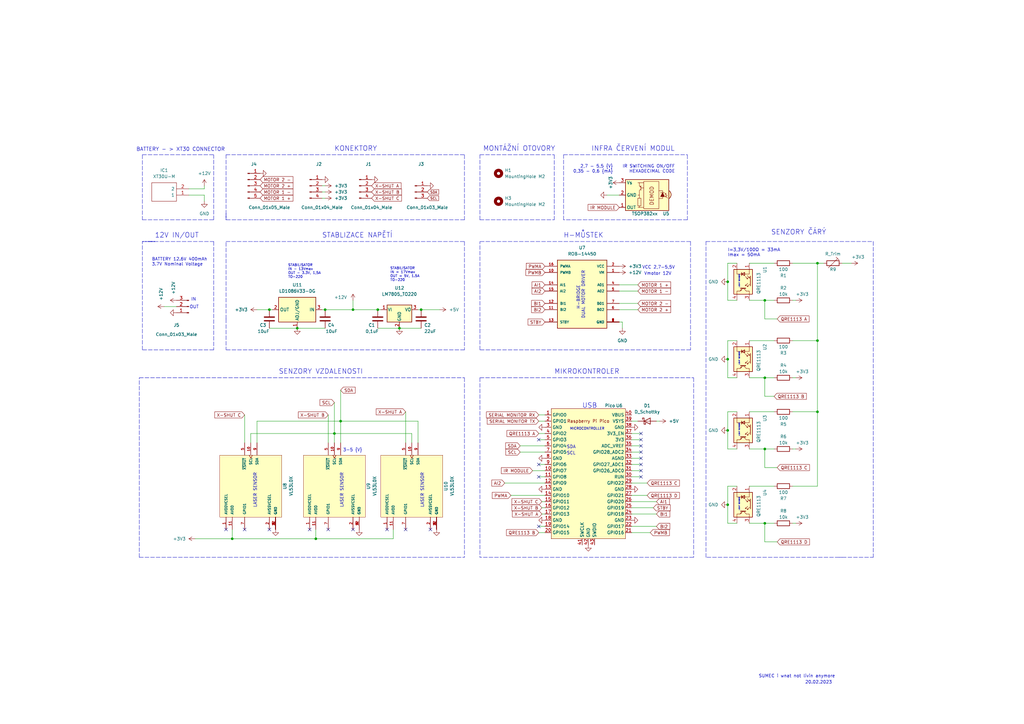
<source format=kicad_sch>
(kicad_sch (version 20211123) (generator eeschema)

  (uuid fc70a1a8-ed7c-4a0f-9b1a-f23293528385)

  (paper "A3")

  (lib_symbols
    (symbol "+3V3_1" (power) (pin_names (offset 0)) (in_bom yes) (on_board yes)
      (property "Reference" "#PWR" (id 0) (at 0 -3.81 0)
        (effects (font (size 1.27 1.27)) hide)
      )
      (property "Value" "+3V3_1" (id 1) (at 0 3.556 0)
        (effects (font (size 1.27 1.27)))
      )
      (property "Footprint" "" (id 2) (at 0 0 0)
        (effects (font (size 1.27 1.27)) hide)
      )
      (property "Datasheet" "" (id 3) (at 0 0 0)
        (effects (font (size 1.27 1.27)) hide)
      )
      (property "ki_keywords" "power-flag" (id 4) (at 0 0 0)
        (effects (font (size 1.27 1.27)) hide)
      )
      (property "ki_description" "Power symbol creates a global label with name \"+3V3\"" (id 5) (at 0 0 0)
        (effects (font (size 1.27 1.27)) hide)
      )
      (symbol "+3V3_1_0_1"
        (polyline
          (pts
            (xy -0.762 1.27)
            (xy 0 2.54)
          )
          (stroke (width 0) (type default) (color 0 0 0 0))
          (fill (type none))
        )
        (polyline
          (pts
            (xy 0 0)
            (xy 0 2.54)
          )
          (stroke (width 0) (type default) (color 0 0 0 0))
          (fill (type none))
        )
        (polyline
          (pts
            (xy 0 2.54)
            (xy 0.762 1.27)
          )
          (stroke (width 0) (type default) (color 0 0 0 0))
          (fill (type none))
        )
      )
      (symbol "+3V3_1_1_1"
        (pin power_in line (at 0 0 90) (length 0) hide
          (name "+3V3" (effects (font (size 1.27 1.27))))
          (number "1" (effects (font (size 1.27 1.27))))
        )
      )
    )
    (symbol "Connector:Conn_01x03_Male" (pin_names (offset 1.016) hide) (in_bom yes) (on_board yes)
      (property "Reference" "J" (id 0) (at 0 5.08 0)
        (effects (font (size 1.27 1.27)))
      )
      (property "Value" "Conn_01x03_Male" (id 1) (at 0 -5.08 0)
        (effects (font (size 1.27 1.27)))
      )
      (property "Footprint" "" (id 2) (at 0 0 0)
        (effects (font (size 1.27 1.27)) hide)
      )
      (property "Datasheet" "~" (id 3) (at 0 0 0)
        (effects (font (size 1.27 1.27)) hide)
      )
      (property "ki_keywords" "connector" (id 4) (at 0 0 0)
        (effects (font (size 1.27 1.27)) hide)
      )
      (property "ki_description" "Generic connector, single row, 01x03, script generated (kicad-library-utils/schlib/autogen/connector/)" (id 5) (at 0 0 0)
        (effects (font (size 1.27 1.27)) hide)
      )
      (property "ki_fp_filters" "Connector*:*_1x??_*" (id 6) (at 0 0 0)
        (effects (font (size 1.27 1.27)) hide)
      )
      (symbol "Conn_01x03_Male_1_1"
        (polyline
          (pts
            (xy 1.27 -2.54)
            (xy 0.8636 -2.54)
          )
          (stroke (width 0.1524) (type default) (color 0 0 0 0))
          (fill (type none))
        )
        (polyline
          (pts
            (xy 1.27 0)
            (xy 0.8636 0)
          )
          (stroke (width 0.1524) (type default) (color 0 0 0 0))
          (fill (type none))
        )
        (polyline
          (pts
            (xy 1.27 2.54)
            (xy 0.8636 2.54)
          )
          (stroke (width 0.1524) (type default) (color 0 0 0 0))
          (fill (type none))
        )
        (rectangle (start 0.8636 -2.413) (end 0 -2.667)
          (stroke (width 0.1524) (type default) (color 0 0 0 0))
          (fill (type outline))
        )
        (rectangle (start 0.8636 0.127) (end 0 -0.127)
          (stroke (width 0.1524) (type default) (color 0 0 0 0))
          (fill (type outline))
        )
        (rectangle (start 0.8636 2.667) (end 0 2.413)
          (stroke (width 0.1524) (type default) (color 0 0 0 0))
          (fill (type outline))
        )
        (pin passive line (at 5.08 2.54 180) (length 3.81)
          (name "Pin_1" (effects (font (size 1.27 1.27))))
          (number "1" (effects (font (size 1.27 1.27))))
        )
        (pin passive line (at 5.08 0 180) (length 3.81)
          (name "Pin_2" (effects (font (size 1.27 1.27))))
          (number "2" (effects (font (size 1.27 1.27))))
        )
        (pin passive line (at 5.08 -2.54 180) (length 3.81)
          (name "Pin_3" (effects (font (size 1.27 1.27))))
          (number "3" (effects (font (size 1.27 1.27))))
        )
      )
    )
    (symbol "Connector:Conn_01x04_Male" (pin_names (offset 1.016) hide) (in_bom yes) (on_board yes)
      (property "Reference" "J" (id 0) (at 0 5.08 0)
        (effects (font (size 1.27 1.27)))
      )
      (property "Value" "Conn_01x04_Male" (id 1) (at 0 -7.62 0)
        (effects (font (size 1.27 1.27)))
      )
      (property "Footprint" "" (id 2) (at 0 0 0)
        (effects (font (size 1.27 1.27)) hide)
      )
      (property "Datasheet" "~" (id 3) (at 0 0 0)
        (effects (font (size 1.27 1.27)) hide)
      )
      (property "ki_keywords" "connector" (id 4) (at 0 0 0)
        (effects (font (size 1.27 1.27)) hide)
      )
      (property "ki_description" "Generic connector, single row, 01x04, script generated (kicad-library-utils/schlib/autogen/connector/)" (id 5) (at 0 0 0)
        (effects (font (size 1.27 1.27)) hide)
      )
      (property "ki_fp_filters" "Connector*:*_1x??_*" (id 6) (at 0 0 0)
        (effects (font (size 1.27 1.27)) hide)
      )
      (symbol "Conn_01x04_Male_1_1"
        (polyline
          (pts
            (xy 1.27 -5.08)
            (xy 0.8636 -5.08)
          )
          (stroke (width 0.1524) (type default) (color 0 0 0 0))
          (fill (type none))
        )
        (polyline
          (pts
            (xy 1.27 -2.54)
            (xy 0.8636 -2.54)
          )
          (stroke (width 0.1524) (type default) (color 0 0 0 0))
          (fill (type none))
        )
        (polyline
          (pts
            (xy 1.27 0)
            (xy 0.8636 0)
          )
          (stroke (width 0.1524) (type default) (color 0 0 0 0))
          (fill (type none))
        )
        (polyline
          (pts
            (xy 1.27 2.54)
            (xy 0.8636 2.54)
          )
          (stroke (width 0.1524) (type default) (color 0 0 0 0))
          (fill (type none))
        )
        (rectangle (start 0.8636 -4.953) (end 0 -5.207)
          (stroke (width 0.1524) (type default) (color 0 0 0 0))
          (fill (type outline))
        )
        (rectangle (start 0.8636 -2.413) (end 0 -2.667)
          (stroke (width 0.1524) (type default) (color 0 0 0 0))
          (fill (type outline))
        )
        (rectangle (start 0.8636 0.127) (end 0 -0.127)
          (stroke (width 0.1524) (type default) (color 0 0 0 0))
          (fill (type outline))
        )
        (rectangle (start 0.8636 2.667) (end 0 2.413)
          (stroke (width 0.1524) (type default) (color 0 0 0 0))
          (fill (type outline))
        )
        (pin passive line (at 5.08 2.54 180) (length 3.81)
          (name "Pin_1" (effects (font (size 1.27 1.27))))
          (number "1" (effects (font (size 1.27 1.27))))
        )
        (pin passive line (at 5.08 0 180) (length 3.81)
          (name "Pin_2" (effects (font (size 1.27 1.27))))
          (number "2" (effects (font (size 1.27 1.27))))
        )
        (pin passive line (at 5.08 -2.54 180) (length 3.81)
          (name "Pin_3" (effects (font (size 1.27 1.27))))
          (number "3" (effects (font (size 1.27 1.27))))
        )
        (pin passive line (at 5.08 -5.08 180) (length 3.81)
          (name "Pin_4" (effects (font (size 1.27 1.27))))
          (number "4" (effects (font (size 1.27 1.27))))
        )
      )
    )
    (symbol "Connector:Conn_01x05_Male" (pin_names (offset 1.016) hide) (in_bom yes) (on_board yes)
      (property "Reference" "J" (id 0) (at 0 7.62 0)
        (effects (font (size 1.27 1.27)))
      )
      (property "Value" "Conn_01x05_Male" (id 1) (at 0 -7.62 0)
        (effects (font (size 1.27 1.27)))
      )
      (property "Footprint" "" (id 2) (at 0 0 0)
        (effects (font (size 1.27 1.27)) hide)
      )
      (property "Datasheet" "~" (id 3) (at 0 0 0)
        (effects (font (size 1.27 1.27)) hide)
      )
      (property "ki_keywords" "connector" (id 4) (at 0 0 0)
        (effects (font (size 1.27 1.27)) hide)
      )
      (property "ki_description" "Generic connector, single row, 01x05, script generated (kicad-library-utils/schlib/autogen/connector/)" (id 5) (at 0 0 0)
        (effects (font (size 1.27 1.27)) hide)
      )
      (property "ki_fp_filters" "Connector*:*_1x??_*" (id 6) (at 0 0 0)
        (effects (font (size 1.27 1.27)) hide)
      )
      (symbol "Conn_01x05_Male_1_1"
        (polyline
          (pts
            (xy 1.27 -5.08)
            (xy 0.8636 -5.08)
          )
          (stroke (width 0.1524) (type default) (color 0 0 0 0))
          (fill (type none))
        )
        (polyline
          (pts
            (xy 1.27 -2.54)
            (xy 0.8636 -2.54)
          )
          (stroke (width 0.1524) (type default) (color 0 0 0 0))
          (fill (type none))
        )
        (polyline
          (pts
            (xy 1.27 0)
            (xy 0.8636 0)
          )
          (stroke (width 0.1524) (type default) (color 0 0 0 0))
          (fill (type none))
        )
        (polyline
          (pts
            (xy 1.27 2.54)
            (xy 0.8636 2.54)
          )
          (stroke (width 0.1524) (type default) (color 0 0 0 0))
          (fill (type none))
        )
        (polyline
          (pts
            (xy 1.27 5.08)
            (xy 0.8636 5.08)
          )
          (stroke (width 0.1524) (type default) (color 0 0 0 0))
          (fill (type none))
        )
        (rectangle (start 0.8636 -4.953) (end 0 -5.207)
          (stroke (width 0.1524) (type default) (color 0 0 0 0))
          (fill (type outline))
        )
        (rectangle (start 0.8636 -2.413) (end 0 -2.667)
          (stroke (width 0.1524) (type default) (color 0 0 0 0))
          (fill (type outline))
        )
        (rectangle (start 0.8636 0.127) (end 0 -0.127)
          (stroke (width 0.1524) (type default) (color 0 0 0 0))
          (fill (type outline))
        )
        (rectangle (start 0.8636 2.667) (end 0 2.413)
          (stroke (width 0.1524) (type default) (color 0 0 0 0))
          (fill (type outline))
        )
        (rectangle (start 0.8636 5.207) (end 0 4.953)
          (stroke (width 0.1524) (type default) (color 0 0 0 0))
          (fill (type outline))
        )
        (pin passive line (at 5.08 5.08 180) (length 3.81)
          (name "Pin_1" (effects (font (size 1.27 1.27))))
          (number "1" (effects (font (size 1.27 1.27))))
        )
        (pin passive line (at 5.08 2.54 180) (length 3.81)
          (name "Pin_2" (effects (font (size 1.27 1.27))))
          (number "2" (effects (font (size 1.27 1.27))))
        )
        (pin passive line (at 5.08 0 180) (length 3.81)
          (name "Pin_3" (effects (font (size 1.27 1.27))))
          (number "3" (effects (font (size 1.27 1.27))))
        )
        (pin passive line (at 5.08 -2.54 180) (length 3.81)
          (name "Pin_4" (effects (font (size 1.27 1.27))))
          (number "4" (effects (font (size 1.27 1.27))))
        )
        (pin passive line (at 5.08 -5.08 180) (length 3.81)
          (name "Pin_5" (effects (font (size 1.27 1.27))))
          (number "5" (effects (font (size 1.27 1.27))))
        )
      )
    )
    (symbol "Device:C" (pin_numbers hide) (pin_names (offset 0.254)) (in_bom yes) (on_board yes)
      (property "Reference" "C" (id 0) (at 0.635 2.54 0)
        (effects (font (size 1.27 1.27)) (justify left))
      )
      (property "Value" "C" (id 1) (at 0.635 -2.54 0)
        (effects (font (size 1.27 1.27)) (justify left))
      )
      (property "Footprint" "" (id 2) (at 0.9652 -3.81 0)
        (effects (font (size 1.27 1.27)) hide)
      )
      (property "Datasheet" "~" (id 3) (at 0 0 0)
        (effects (font (size 1.27 1.27)) hide)
      )
      (property "ki_keywords" "cap capacitor" (id 4) (at 0 0 0)
        (effects (font (size 1.27 1.27)) hide)
      )
      (property "ki_description" "Unpolarized capacitor" (id 5) (at 0 0 0)
        (effects (font (size 1.27 1.27)) hide)
      )
      (property "ki_fp_filters" "C_*" (id 6) (at 0 0 0)
        (effects (font (size 1.27 1.27)) hide)
      )
      (symbol "C_0_1"
        (polyline
          (pts
            (xy -2.032 -0.762)
            (xy 2.032 -0.762)
          )
          (stroke (width 0.508) (type default) (color 0 0 0 0))
          (fill (type none))
        )
        (polyline
          (pts
            (xy -2.032 0.762)
            (xy 2.032 0.762)
          )
          (stroke (width 0.508) (type default) (color 0 0 0 0))
          (fill (type none))
        )
      )
      (symbol "C_1_1"
        (pin passive line (at 0 3.81 270) (length 2.794)
          (name "~" (effects (font (size 1.27 1.27))))
          (number "1" (effects (font (size 1.27 1.27))))
        )
        (pin passive line (at 0 -3.81 90) (length 2.794)
          (name "~" (effects (font (size 1.27 1.27))))
          (number "2" (effects (font (size 1.27 1.27))))
        )
      )
    )
    (symbol "Device:D_Schottky" (pin_numbers hide) (pin_names (offset 1.016) hide) (in_bom yes) (on_board yes)
      (property "Reference" "D" (id 0) (at 0 2.54 0)
        (effects (font (size 1.27 1.27)))
      )
      (property "Value" "D_Schottky" (id 1) (at 0 -2.54 0)
        (effects (font (size 1.27 1.27)))
      )
      (property "Footprint" "" (id 2) (at 0 0 0)
        (effects (font (size 1.27 1.27)) hide)
      )
      (property "Datasheet" "~" (id 3) (at 0 0 0)
        (effects (font (size 1.27 1.27)) hide)
      )
      (property "ki_keywords" "diode Schottky" (id 4) (at 0 0 0)
        (effects (font (size 1.27 1.27)) hide)
      )
      (property "ki_description" "Schottky diode" (id 5) (at 0 0 0)
        (effects (font (size 1.27 1.27)) hide)
      )
      (property "ki_fp_filters" "TO-???* *_Diode_* *SingleDiode* D_*" (id 6) (at 0 0 0)
        (effects (font (size 1.27 1.27)) hide)
      )
      (symbol "D_Schottky_0_1"
        (polyline
          (pts
            (xy 1.27 0)
            (xy -1.27 0)
          )
          (stroke (width 0) (type default) (color 0 0 0 0))
          (fill (type none))
        )
        (polyline
          (pts
            (xy 1.27 1.27)
            (xy 1.27 -1.27)
            (xy -1.27 0)
            (xy 1.27 1.27)
          )
          (stroke (width 0.254) (type default) (color 0 0 0 0))
          (fill (type none))
        )
        (polyline
          (pts
            (xy -1.905 0.635)
            (xy -1.905 1.27)
            (xy -1.27 1.27)
            (xy -1.27 -1.27)
            (xy -0.635 -1.27)
            (xy -0.635 -0.635)
          )
          (stroke (width 0.254) (type default) (color 0 0 0 0))
          (fill (type none))
        )
      )
      (symbol "D_Schottky_1_1"
        (pin passive line (at -3.81 0 0) (length 2.54)
          (name "K" (effects (font (size 1.27 1.27))))
          (number "1" (effects (font (size 1.27 1.27))))
        )
        (pin passive line (at 3.81 0 180) (length 2.54)
          (name "A" (effects (font (size 1.27 1.27))))
          (number "2" (effects (font (size 1.27 1.27))))
        )
      )
    )
    (symbol "Device:R" (pin_numbers hide) (pin_names (offset 0)) (in_bom yes) (on_board yes)
      (property "Reference" "R" (id 0) (at 2.032 0 90)
        (effects (font (size 1.27 1.27)))
      )
      (property "Value" "R" (id 1) (at 0 0 90)
        (effects (font (size 1.27 1.27)))
      )
      (property "Footprint" "" (id 2) (at -1.778 0 90)
        (effects (font (size 1.27 1.27)) hide)
      )
      (property "Datasheet" "~" (id 3) (at 0 0 0)
        (effects (font (size 1.27 1.27)) hide)
      )
      (property "ki_keywords" "R res resistor" (id 4) (at 0 0 0)
        (effects (font (size 1.27 1.27)) hide)
      )
      (property "ki_description" "Resistor" (id 5) (at 0 0 0)
        (effects (font (size 1.27 1.27)) hide)
      )
      (property "ki_fp_filters" "R_*" (id 6) (at 0 0 0)
        (effects (font (size 1.27 1.27)) hide)
      )
      (symbol "R_0_1"
        (rectangle (start -1.016 -2.54) (end 1.016 2.54)
          (stroke (width 0.254) (type default) (color 0 0 0 0))
          (fill (type none))
        )
      )
      (symbol "R_1_1"
        (pin passive line (at 0 3.81 270) (length 1.27)
          (name "~" (effects (font (size 1.27 1.27))))
          (number "1" (effects (font (size 1.27 1.27))))
        )
        (pin passive line (at 0 -3.81 90) (length 1.27)
          (name "~" (effects (font (size 1.27 1.27))))
          (number "2" (effects (font (size 1.27 1.27))))
        )
      )
    )
    (symbol "Device:R_Trim" (pin_numbers hide) (pin_names (offset 0)) (in_bom yes) (on_board yes)
      (property "Reference" "R" (id 0) (at 2.54 -2.54 90)
        (effects (font (size 1.27 1.27)) (justify left))
      )
      (property "Value" "R_Trim" (id 1) (at -2.54 -0.635 90)
        (effects (font (size 1.27 1.27)) (justify left))
      )
      (property "Footprint" "" (id 2) (at -1.778 0 90)
        (effects (font (size 1.27 1.27)) hide)
      )
      (property "Datasheet" "~" (id 3) (at 0 0 0)
        (effects (font (size 1.27 1.27)) hide)
      )
      (property "ki_keywords" "R res resistor variable potentiometer trimmer" (id 4) (at 0 0 0)
        (effects (font (size 1.27 1.27)) hide)
      )
      (property "ki_description" "Trimmable resistor (preset resistor)" (id 5) (at 0 0 0)
        (effects (font (size 1.27 1.27)) hide)
      )
      (property "ki_fp_filters" "R_*" (id 6) (at 0 0 0)
        (effects (font (size 1.27 1.27)) hide)
      )
      (symbol "R_Trim_0_1"
        (rectangle (start -1.016 -2.54) (end 1.016 2.54)
          (stroke (width 0.254) (type default) (color 0 0 0 0))
          (fill (type none))
        )
        (polyline
          (pts
            (xy -1.905 -1.905)
            (xy 1.905 1.905)
            (xy 2.54 1.27)
            (xy 1.27 2.54)
          )
          (stroke (width 0) (type default) (color 0 0 0 0))
          (fill (type none))
        )
      )
      (symbol "R_Trim_1_1"
        (pin passive line (at 0 3.81 270) (length 1.27)
          (name "~" (effects (font (size 1.27 1.27))))
          (number "1" (effects (font (size 1.27 1.27))))
        )
        (pin passive line (at 0 -3.81 90) (length 1.27)
          (name "~" (effects (font (size 1.27 1.27))))
          (number "2" (effects (font (size 1.27 1.27))))
        )
      )
    )
    (symbol "Interface_Optical:TSOP382xx" (in_bom yes) (on_board yes)
      (property "Reference" "U5" (id 0) (at -7.62 7.62 0)
        (effects (font (size 1.27 1.27)) (justify right))
      )
      (property "Value" "TSOP382xx" (id 1) (at 5.08 7.62 0)
        (effects (font (size 1.27 1.27)) (justify right))
      )
      (property "Footprint" "OptoDevice:Vishay_MINICAST-3Pin" (id 2) (at -1.27 -9.525 0)
        (effects (font (size 1.27 1.27)) hide)
      )
      (property "Datasheet" "http://www.vishay.com/docs/82491/tsop382.pdf" (id 3) (at 16.51 7.62 0)
        (effects (font (size 1.27 1.27)) hide)
      )
      (property "ki_keywords" "opto IR receiver" (id 4) (at 0 0 0)
        (effects (font (size 1.27 1.27)) hide)
      )
      (property "ki_description" "Photo Modules for PCM Remote Control Systems" (id 5) (at 0 0 0)
        (effects (font (size 1.27 1.27)) hide)
      )
      (property "ki_fp_filters" "Vishay*MINICAST*" (id 6) (at 0 0 0)
        (effects (font (size 1.27 1.27)) hide)
      )
      (symbol "TSOP382xx_0_0"
        (arc (start -10.287 1.397) (mid -11.0899 -0.1852) (end -10.287 -1.778)
          (stroke (width 0.254) (type default) (color 0 0 0 0))
          (fill (type background))
        )
        (polyline
          (pts
            (xy 1.905 -5.08)
            (xy 0.127 -5.08)
          )
          (stroke (width 0) (type default) (color 0 0 0 0))
          (fill (type none))
        )
        (polyline
          (pts
            (xy 1.905 5.08)
            (xy 0.127 5.08)
          )
          (stroke (width 0) (type default) (color 0 0 0 0))
          (fill (type none))
        )
        (text "DEMOD" (at -3.175 0.254 900)
          (effects (font (size 1.524 1.524)))
        )
      )
      (symbol "TSOP382xx_0_1"
        (rectangle (start -6.096 5.588) (end 0.127 -5.588)
          (stroke (width 0) (type default) (color 0 0 0 0))
          (fill (type none))
        )
        (polyline
          (pts
            (xy -8.763 0.381)
            (xy -9.652 1.27)
          )
          (stroke (width 0) (type default) (color 0 0 0 0))
          (fill (type none))
        )
        (polyline
          (pts
            (xy -8.763 0.381)
            (xy -9.271 0.381)
          )
          (stroke (width 0) (type default) (color 0 0 0 0))
          (fill (type none))
        )
        (polyline
          (pts
            (xy -8.763 0.381)
            (xy -8.763 0.889)
          )
          (stroke (width 0) (type default) (color 0 0 0 0))
          (fill (type none))
        )
        (polyline
          (pts
            (xy -8.636 -0.635)
            (xy -9.525 0.254)
          )
          (stroke (width 0) (type default) (color 0 0 0 0))
          (fill (type none))
        )
        (polyline
          (pts
            (xy -8.636 -0.635)
            (xy -9.144 -0.635)
          )
          (stroke (width 0) (type default) (color 0 0 0 0))
          (fill (type none))
        )
        (polyline
          (pts
            (xy -8.636 -0.635)
            (xy -8.636 -0.127)
          )
          (stroke (width 0) (type default) (color 0 0 0 0))
          (fill (type none))
        )
        (polyline
          (pts
            (xy -8.382 -1.016)
            (xy -6.731 -1.016)
          )
          (stroke (width 0) (type default) (color 0 0 0 0))
          (fill (type none))
        )
        (polyline
          (pts
            (xy 1.27 -2.921)
            (xy 0.127 -2.921)
          )
          (stroke (width 0) (type default) (color 0 0 0 0))
          (fill (type none))
        )
        (polyline
          (pts
            (xy 1.27 -1.905)
            (xy 1.27 -3.81)
          )
          (stroke (width 0) (type default) (color 0 0 0 0))
          (fill (type none))
        )
        (polyline
          (pts
            (xy 1.397 -3.556)
            (xy 1.524 -3.556)
          )
          (stroke (width 0) (type default) (color 0 0 0 0))
          (fill (type none))
        )
        (polyline
          (pts
            (xy 1.651 -3.556)
            (xy 1.524 -3.556)
          )
          (stroke (width 0) (type default) (color 0 0 0 0))
          (fill (type none))
        )
        (polyline
          (pts
            (xy 1.651 -3.556)
            (xy 1.651 -3.302)
          )
          (stroke (width 0) (type default) (color 0 0 0 0))
          (fill (type none))
        )
        (polyline
          (pts
            (xy 1.905 0)
            (xy 1.905 1.27)
          )
          (stroke (width 0) (type default) (color 0 0 0 0))
          (fill (type none))
        )
        (polyline
          (pts
            (xy 1.905 4.445)
            (xy 1.905 5.08)
            (xy 2.54 5.08)
          )
          (stroke (width 0) (type default) (color 0 0 0 0))
          (fill (type none))
        )
        (polyline
          (pts
            (xy -8.382 0.635)
            (xy -6.731 0.635)
            (xy -7.62 -1.016)
            (xy -8.382 0.635)
          )
          (stroke (width 0) (type default) (color 0 0 0 0))
          (fill (type outline))
        )
        (polyline
          (pts
            (xy -6.096 1.397)
            (xy -7.62 1.397)
            (xy -7.62 -1.778)
            (xy -6.096 -1.778)
          )
          (stroke (width 0) (type default) (color 0 0 0 0))
          (fill (type none))
        )
        (polyline
          (pts
            (xy 1.27 -3.175)
            (xy 1.905 -3.81)
            (xy 1.905 -5.08)
            (xy 2.54 -5.08)
          )
          (stroke (width 0) (type default) (color 0 0 0 0))
          (fill (type none))
        )
        (polyline
          (pts
            (xy 1.27 -2.54)
            (xy 1.905 -1.905)
            (xy 1.905 0)
            (xy 2.54 0)
          )
          (stroke (width 0) (type default) (color 0 0 0 0))
          (fill (type none))
        )
        (rectangle (start 2.54 1.27) (end 1.27 4.445)
          (stroke (width 0) (type default) (color 0 0 0 0))
          (fill (type none))
        )
        (rectangle (start 7.62 6.35) (end -10.16 -6.35)
          (stroke (width 0.254) (type default) (color 0 0 0 0))
          (fill (type background))
        )
      )
      (symbol "TSOP382xx_1_1"
        (pin output line (at 10.16 5.08 180) (length 2.54)
          (name "OUT" (effects (font (size 1.27 1.27))))
          (number "1" (effects (font (size 1.27 1.27))))
        )
        (pin power_in line (at 10.16 0 180) (length 2.54)
          (name "GND" (effects (font (size 1.27 1.27))))
          (number "2" (effects (font (size 1.27 1.27))))
        )
        (pin power_in line (at 10.16 -5.08 180) (length 2.54)
          (name "Vs" (effects (font (size 1.27 1.27))))
          (number "3" (effects (font (size 1.27 1.27))))
        )
      )
    )
    (symbol "MCU_RaspberryPi_and_Boards:Pico" (in_bom yes) (on_board yes)
      (property "Reference" "U" (id 0) (at -13.97 27.94 0)
        (effects (font (size 1.27 1.27)))
      )
      (property "Value" "Pico" (id 1) (at 0 19.05 0)
        (effects (font (size 1.27 1.27)))
      )
      (property "Footprint" "RPi_Pico:RPi_Pico_SMD_TH" (id 2) (at 0 0 90)
        (effects (font (size 1.27 1.27)) hide)
      )
      (property "Datasheet" "" (id 3) (at 0 0 0)
        (effects (font (size 1.27 1.27)) hide)
      )
      (symbol "Pico_0_0"
        (text "Raspberry Pi Pico" (at 0 21.59 0)
          (effects (font (size 1.27 1.27)))
        )
      )
      (symbol "Pico_0_1"
        (rectangle (start -15.24 26.67) (end 15.24 -26.67)
          (stroke (width 0) (type default) (color 0 0 0 0))
          (fill (type background))
        )
      )
      (symbol "Pico_1_1"
        (pin bidirectional line (at -17.78 24.13 0) (length 2.54)
          (name "GPIO0" (effects (font (size 1.27 1.27))))
          (number "1" (effects (font (size 1.27 1.27))))
        )
        (pin bidirectional line (at -17.78 1.27 0) (length 2.54)
          (name "GPIO7" (effects (font (size 1.27 1.27))))
          (number "10" (effects (font (size 1.27 1.27))))
        )
        (pin bidirectional line (at -17.78 -1.27 0) (length 2.54)
          (name "GPIO8" (effects (font (size 1.27 1.27))))
          (number "11" (effects (font (size 1.27 1.27))))
        )
        (pin bidirectional line (at -17.78 -3.81 0) (length 2.54)
          (name "GPIO9" (effects (font (size 1.27 1.27))))
          (number "12" (effects (font (size 1.27 1.27))))
        )
        (pin power_in line (at -17.78 -6.35 0) (length 2.54)
          (name "GND" (effects (font (size 1.27 1.27))))
          (number "13" (effects (font (size 1.27 1.27))))
        )
        (pin bidirectional line (at -17.78 -8.89 0) (length 2.54)
          (name "GPIO10" (effects (font (size 1.27 1.27))))
          (number "14" (effects (font (size 1.27 1.27))))
        )
        (pin bidirectional line (at -17.78 -11.43 0) (length 2.54)
          (name "GPIO11" (effects (font (size 1.27 1.27))))
          (number "15" (effects (font (size 1.27 1.27))))
        )
        (pin bidirectional line (at -17.78 -13.97 0) (length 2.54)
          (name "GPIO12" (effects (font (size 1.27 1.27))))
          (number "16" (effects (font (size 1.27 1.27))))
        )
        (pin bidirectional line (at -17.78 -16.51 0) (length 2.54)
          (name "GPIO13" (effects (font (size 1.27 1.27))))
          (number "17" (effects (font (size 1.27 1.27))))
        )
        (pin power_in line (at -17.78 -19.05 0) (length 2.54)
          (name "GND" (effects (font (size 1.27 1.27))))
          (number "18" (effects (font (size 1.27 1.27))))
        )
        (pin bidirectional line (at -17.78 -21.59 0) (length 2.54)
          (name "GPIO14" (effects (font (size 1.27 1.27))))
          (number "19" (effects (font (size 1.27 1.27))))
        )
        (pin bidirectional line (at -17.78 21.59 0) (length 2.54)
          (name "GPIO1" (effects (font (size 1.27 1.27))))
          (number "2" (effects (font (size 1.27 1.27))))
        )
        (pin bidirectional line (at -17.78 -24.13 0) (length 2.54)
          (name "GPIO15" (effects (font (size 1.27 1.27))))
          (number "20" (effects (font (size 1.27 1.27))))
        )
        (pin bidirectional line (at 17.78 -24.13 180) (length 2.54)
          (name "GPIO16" (effects (font (size 1.27 1.27))))
          (number "21" (effects (font (size 1.27 1.27))))
        )
        (pin bidirectional line (at 17.78 -21.59 180) (length 2.54)
          (name "GPIO17" (effects (font (size 1.27 1.27))))
          (number "22" (effects (font (size 1.27 1.27))))
        )
        (pin power_in line (at 17.78 -19.05 180) (length 2.54)
          (name "GND" (effects (font (size 1.27 1.27))))
          (number "23" (effects (font (size 1.27 1.27))))
        )
        (pin bidirectional line (at 17.78 -16.51 180) (length 2.54)
          (name "GPIO18" (effects (font (size 1.27 1.27))))
          (number "24" (effects (font (size 1.27 1.27))))
        )
        (pin bidirectional line (at 17.78 -13.97 180) (length 2.54)
          (name "GPIO19" (effects (font (size 1.27 1.27))))
          (number "25" (effects (font (size 1.27 1.27))))
        )
        (pin bidirectional line (at 17.78 -11.43 180) (length 2.54)
          (name "GPIO20" (effects (font (size 1.27 1.27))))
          (number "26" (effects (font (size 1.27 1.27))))
        )
        (pin bidirectional line (at 17.78 -8.89 180) (length 2.54)
          (name "GPIO21" (effects (font (size 1.27 1.27))))
          (number "27" (effects (font (size 1.27 1.27))))
        )
        (pin power_in line (at 17.78 -6.35 180) (length 2.54)
          (name "GND" (effects (font (size 1.27 1.27))))
          (number "28" (effects (font (size 1.27 1.27))))
        )
        (pin bidirectional line (at 17.78 -3.81 180) (length 2.54)
          (name "GPIO22" (effects (font (size 1.27 1.27))))
          (number "29" (effects (font (size 1.27 1.27))))
        )
        (pin power_in line (at -17.78 19.05 0) (length 2.54)
          (name "GND" (effects (font (size 1.27 1.27))))
          (number "3" (effects (font (size 1.27 1.27))))
        )
        (pin input line (at 17.78 -1.27 180) (length 2.54)
          (name "RUN" (effects (font (size 1.27 1.27))))
          (number "30" (effects (font (size 1.27 1.27))))
        )
        (pin bidirectional line (at 17.78 1.27 180) (length 2.54)
          (name "GPIO26_ADC0" (effects (font (size 1.27 1.27))))
          (number "31" (effects (font (size 1.27 1.27))))
        )
        (pin bidirectional line (at 17.78 3.81 180) (length 2.54)
          (name "GPIO27_ADC1" (effects (font (size 1.27 1.27))))
          (number "32" (effects (font (size 1.27 1.27))))
        )
        (pin power_in line (at 17.78 6.35 180) (length 2.54)
          (name "AGND" (effects (font (size 1.27 1.27))))
          (number "33" (effects (font (size 1.27 1.27))))
        )
        (pin bidirectional line (at 17.78 8.89 180) (length 2.54)
          (name "GPIO28_ADC2" (effects (font (size 1.27 1.27))))
          (number "34" (effects (font (size 1.27 1.27))))
        )
        (pin power_in line (at 17.78 11.43 180) (length 2.54)
          (name "ADC_VREF" (effects (font (size 1.27 1.27))))
          (number "35" (effects (font (size 1.27 1.27))))
        )
        (pin power_in line (at 17.78 13.97 180) (length 2.54)
          (name "3V3" (effects (font (size 1.27 1.27))))
          (number "36" (effects (font (size 1.27 1.27))))
        )
        (pin input line (at 17.78 16.51 180) (length 2.54)
          (name "3V3_EN" (effects (font (size 1.27 1.27))))
          (number "37" (effects (font (size 1.27 1.27))))
        )
        (pin bidirectional line (at 17.78 19.05 180) (length 2.54)
          (name "GND" (effects (font (size 1.27 1.27))))
          (number "38" (effects (font (size 1.27 1.27))))
        )
        (pin power_in line (at 17.78 21.59 180) (length 2.54)
          (name "VSYS" (effects (font (size 1.27 1.27))))
          (number "39" (effects (font (size 1.27 1.27))))
        )
        (pin bidirectional line (at -17.78 16.51 0) (length 2.54)
          (name "GPIO2" (effects (font (size 1.27 1.27))))
          (number "4" (effects (font (size 1.27 1.27))))
        )
        (pin power_in line (at 17.78 24.13 180) (length 2.54)
          (name "VBUS" (effects (font (size 1.27 1.27))))
          (number "40" (effects (font (size 1.27 1.27))))
        )
        (pin input line (at -2.54 -29.21 90) (length 2.54)
          (name "SWCLK" (effects (font (size 1.27 1.27))))
          (number "41" (effects (font (size 1.27 1.27))))
        )
        (pin power_in line (at 0 -29.21 90) (length 2.54)
          (name "GND" (effects (font (size 1.27 1.27))))
          (number "42" (effects (font (size 1.27 1.27))))
        )
        (pin bidirectional line (at 2.54 -29.21 90) (length 2.54)
          (name "SWDIO" (effects (font (size 1.27 1.27))))
          (number "43" (effects (font (size 1.27 1.27))))
        )
        (pin bidirectional line (at -17.78 13.97 0) (length 2.54)
          (name "GPIO3" (effects (font (size 1.27 1.27))))
          (number "5" (effects (font (size 1.27 1.27))))
        )
        (pin bidirectional line (at -17.78 11.43 0) (length 2.54)
          (name "GPIO4" (effects (font (size 1.27 1.27))))
          (number "6" (effects (font (size 1.27 1.27))))
        )
        (pin bidirectional line (at -17.78 8.89 0) (length 2.54)
          (name "GPIO5" (effects (font (size 1.27 1.27))))
          (number "7" (effects (font (size 1.27 1.27))))
        )
        (pin power_in line (at -17.78 6.35 0) (length 2.54)
          (name "GND" (effects (font (size 1.27 1.27))))
          (number "8" (effects (font (size 1.27 1.27))))
        )
        (pin bidirectional line (at -17.78 3.81 0) (length 2.54)
          (name "GPIO6" (effects (font (size 1.27 1.27))))
          (number "9" (effects (font (size 1.27 1.27))))
        )
      )
    )
    (symbol "Mechanical:MountingHole" (pin_names (offset 1.016)) (in_bom yes) (on_board yes)
      (property "Reference" "H" (id 0) (at 0 5.08 0)
        (effects (font (size 1.27 1.27)))
      )
      (property "Value" "MountingHole" (id 1) (at 0 3.175 0)
        (effects (font (size 1.27 1.27)))
      )
      (property "Footprint" "" (id 2) (at 0 0 0)
        (effects (font (size 1.27 1.27)) hide)
      )
      (property "Datasheet" "~" (id 3) (at 0 0 0)
        (effects (font (size 1.27 1.27)) hide)
      )
      (property "ki_keywords" "mounting hole" (id 4) (at 0 0 0)
        (effects (font (size 1.27 1.27)) hide)
      )
      (property "ki_description" "Mounting Hole without connection" (id 5) (at 0 0 0)
        (effects (font (size 1.27 1.27)) hide)
      )
      (property "ki_fp_filters" "MountingHole*" (id 6) (at 0 0 0)
        (effects (font (size 1.27 1.27)) hide)
      )
      (symbol "MountingHole_0_1"
        (circle (center 0 0) (radius 1.27)
          (stroke (width 1.27) (type default) (color 0 0 0 0))
          (fill (type none))
        )
      )
    )
    (symbol "ROB-14450:ROB-14450" (pin_names (offset 1.016)) (in_bom yes) (on_board yes)
      (property "Reference" "U" (id 0) (at -10.16 16.002 0)
        (effects (font (size 1.27 1.27)) (justify left bottom))
      )
      (property "Value" "ROB-14450" (id 1) (at -10.16 -15.24 0)
        (effects (font (size 1.27 1.27)) (justify left bottom))
      )
      (property "Footprint" "MODULE_ROB-14450" (id 2) (at 0 0 0)
        (effects (font (size 1.27 1.27)) (justify bottom) hide)
      )
      (property "Datasheet" "" (id 3) (at 0 0 0)
        (effects (font (size 1.27 1.27)) hide)
      )
      (property "MANUFACTURER" "Sparkfun Electronics" (id 4) (at 0 0 0)
        (effects (font (size 1.27 1.27)) (justify bottom) hide)
      )
      (property "PARTREV" "11-13-17" (id 5) (at 0 0 0)
        (effects (font (size 1.27 1.27)) (justify bottom) hide)
      )
      (property "STANDARD" "Manufacturer Recommendation" (id 6) (at 0 0 0)
        (effects (font (size 1.27 1.27)) (justify bottom) hide)
      )
      (symbol "ROB-14450_0_0"
        (rectangle (start -10.16 -12.7) (end 10.16 15.24)
          (stroke (width 0.254) (type default) (color 0 0 0 0))
          (fill (type background))
        )
        (pin power_in line (at 15.24 10.16 180) (length 5.08)
          (name "VM" (effects (font (size 1.016 1.016))))
          (number "1" (effects (font (size 1.016 1.016))))
        )
        (pin input line (at -15.24 10.16 0) (length 5.08)
          (name "PWMB" (effects (font (size 1.016 1.016))))
          (number "10" (effects (font (size 1.016 1.016))))
        )
        (pin input line (at -15.24 -5.08 0) (length 5.08)
          (name "BI2" (effects (font (size 1.016 1.016))))
          (number "11" (effects (font (size 1.016 1.016))))
        )
        (pin input line (at -15.24 -2.54 0) (length 5.08)
          (name "BI1" (effects (font (size 1.016 1.016))))
          (number "12" (effects (font (size 1.016 1.016))))
        )
        (pin input line (at -15.24 -10.16 0) (length 5.08)
          (name "STBY" (effects (font (size 1.016 1.016))))
          (number "13" (effects (font (size 1.016 1.016))))
        )
        (pin input line (at -15.24 5.08 0) (length 5.08)
          (name "AI1" (effects (font (size 1.016 1.016))))
          (number "14" (effects (font (size 1.016 1.016))))
        )
        (pin input line (at -15.24 2.54 0) (length 5.08)
          (name "AI2" (effects (font (size 1.016 1.016))))
          (number "15" (effects (font (size 1.016 1.016))))
        )
        (pin input line (at -15.24 12.7 0) (length 5.08)
          (name "PWMA" (effects (font (size 1.016 1.016))))
          (number "16" (effects (font (size 1.016 1.016))))
        )
        (pin power_in line (at 15.24 12.7 180) (length 5.08)
          (name "VCC" (effects (font (size 1.016 1.016))))
          (number "2" (effects (font (size 1.016 1.016))))
        )
        (pin power_in line (at 15.24 -10.16 180) (length 5.08)
          (name "GND" (effects (font (size 1.016 1.016))))
          (number "3" (effects (font (size 1.016 1.016))))
        )
        (pin output line (at 15.24 5.08 180) (length 5.08)
          (name "A01" (effects (font (size 1.016 1.016))))
          (number "4" (effects (font (size 1.016 1.016))))
        )
        (pin output line (at 15.24 2.54 180) (length 5.08)
          (name "A02" (effects (font (size 1.016 1.016))))
          (number "5" (effects (font (size 1.016 1.016))))
        )
        (pin output line (at 15.24 -5.08 180) (length 5.08)
          (name "B02" (effects (font (size 1.016 1.016))))
          (number "6" (effects (font (size 1.016 1.016))))
        )
        (pin output line (at 15.24 -2.54 180) (length 5.08)
          (name "B01" (effects (font (size 1.016 1.016))))
          (number "7" (effects (font (size 1.016 1.016))))
        )
        (pin power_in line (at 15.24 -10.16 180) (length 5.08)
          (name "GND" (effects (font (size 1.016 1.016))))
          (number "8" (effects (font (size 1.016 1.016))))
        )
        (pin power_in line (at 15.24 -10.16 180) (length 5.08)
          (name "GND" (effects (font (size 1.016 1.016))))
          (number "9" (effects (font (size 1.016 1.016))))
        )
      )
    )
    (symbol "Regulator_Linear:LD1086V33-DG" (in_bom yes) (on_board yes)
      (property "Reference" "U" (id 0) (at 0 10.16 0)
        (effects (font (size 1.27 1.27)))
      )
      (property "Value" "LD1086V33-DG" (id 1) (at 0 7.62 0)
        (effects (font (size 1.27 1.27)))
      )
      (property "Footprint" "Package_TO_SOT_THT:TO-220-3_Vertical" (id 2) (at 0 12.7 0)
        (effects (font (size 1.27 1.27)) hide)
      )
      (property "Datasheet" "https://www.st.com/resource/en/datasheet/ld1086.pdf" (id 3) (at 0 15.24 0)
        (effects (font (size 1.27 1.27)) hide)
      )
      (property "ki_keywords" "Linear Regulator 1.5A Fixed Output" (id 4) (at 0 0 0)
        (effects (font (size 1.27 1.27)) hide)
      )
      (property "ki_description" "Positive, 1.5A 30V, Linear Regulator, Fixed Output 3.3V, TO-220" (id 5) (at 0 0 0)
        (effects (font (size 1.27 1.27)) hide)
      )
      (property "ki_fp_filters" "TO?220*" (id 6) (at 0 0 0)
        (effects (font (size 1.27 1.27)) hide)
      )
      (symbol "LD1086V33-DG_1_1"
        (rectangle (start -7.62 -5.08) (end 7.62 5.08)
          (stroke (width 0.254) (type default) (color 0 0 0 0))
          (fill (type background))
        )
        (pin input line (at 0 -7.62 90) (length 2.54)
          (name "ADJ/GND" (effects (font (size 1.27 1.27))))
          (number "1" (effects (font (size 1.27 1.27))))
        )
        (pin power_out line (at 10.16 0 180) (length 2.54)
          (name "OUT" (effects (font (size 1.27 1.27))))
          (number "2" (effects (font (size 1.27 1.27))))
        )
        (pin power_in line (at -10.16 0 0) (length 2.54)
          (name "IN" (effects (font (size 1.27 1.27))))
          (number "3" (effects (font (size 1.27 1.27))))
        )
      )
    )
    (symbol "Regulator_Linear:LM7805_TO220" (pin_names (offset 0.254)) (in_bom yes) (on_board yes)
      (property "Reference" "U" (id 0) (at -3.81 3.175 0)
        (effects (font (size 1.27 1.27)))
      )
      (property "Value" "LM7805_TO220" (id 1) (at 0 3.175 0)
        (effects (font (size 1.27 1.27)) (justify left))
      )
      (property "Footprint" "Package_TO_SOT_THT:TO-220-3_Vertical" (id 2) (at 0 5.715 0)
        (effects (font (size 1.27 1.27) italic) hide)
      )
      (property "Datasheet" "https://www.onsemi.cn/PowerSolutions/document/MC7800-D.PDF" (id 3) (at 0 -1.27 0)
        (effects (font (size 1.27 1.27)) hide)
      )
      (property "ki_keywords" "Voltage Regulator 1A Positive" (id 4) (at 0 0 0)
        (effects (font (size 1.27 1.27)) hide)
      )
      (property "ki_description" "Positive 1A 35V Linear Regulator, Fixed Output 5V, TO-220" (id 5) (at 0 0 0)
        (effects (font (size 1.27 1.27)) hide)
      )
      (property "ki_fp_filters" "TO?220*" (id 6) (at 0 0 0)
        (effects (font (size 1.27 1.27)) hide)
      )
      (symbol "LM7805_TO220_0_1"
        (rectangle (start -5.08 1.905) (end 5.08 -5.08)
          (stroke (width 0.254) (type default) (color 0 0 0 0))
          (fill (type background))
        )
      )
      (symbol "LM7805_TO220_1_1"
        (pin power_in line (at -7.62 0 0) (length 2.54)
          (name "VI" (effects (font (size 1.27 1.27))))
          (number "1" (effects (font (size 1.27 1.27))))
        )
        (pin power_in line (at 0 -7.62 90) (length 2.54)
          (name "GND" (effects (font (size 1.27 1.27))))
          (number "2" (effects (font (size 1.27 1.27))))
        )
        (pin power_out line (at 7.62 0 180) (length 2.54)
          (name "VO" (effects (font (size 1.27 1.27))))
          (number "3" (effects (font (size 1.27 1.27))))
        )
      )
    )
    (symbol "SamacSys_Parts:XT30U-M" (pin_names (offset 0.762)) (in_bom yes) (on_board yes)
      (property "Reference" "IC" (id 0) (at 16.51 7.62 0)
        (effects (font (size 1.27 1.27)) (justify left))
      )
      (property "Value" "XT30U-M" (id 1) (at 16.51 5.08 0)
        (effects (font (size 1.27 1.27)) (justify left))
      )
      (property "Footprint" "XT30UM" (id 2) (at 16.51 2.54 0)
        (effects (font (size 1.27 1.27)) (justify left) hide)
      )
      (property "Datasheet" "https://www.tme.eu/Document/3cbfa5cfa544d79584972dd5234a409e/XT30U%20SPEC.pdf" (id 3) (at 16.51 0 0)
        (effects (font (size 1.27 1.27)) (justify left) hide)
      )
      (property "Description" "Plug; DC supply; XT30; male; PIN: 2; for cable; soldering; 15A; 500V" (id 4) (at 16.51 -2.54 0)
        (effects (font (size 1.27 1.27)) (justify left) hide)
      )
      (property "Height" "10.7" (id 5) (at 16.51 -5.08 0)
        (effects (font (size 1.27 1.27)) (justify left) hide)
      )
      (property "Manufacturer_Name" "Amass" (id 6) (at 16.51 -7.62 0)
        (effects (font (size 1.27 1.27)) (justify left) hide)
      )
      (property "Manufacturer_Part_Number" "XT30U-M" (id 7) (at 16.51 -10.16 0)
        (effects (font (size 1.27 1.27)) (justify left) hide)
      )
      (property "Mouser Part Number" "" (id 8) (at 16.51 -12.7 0)
        (effects (font (size 1.27 1.27)) (justify left) hide)
      )
      (property "Mouser Price/Stock" "" (id 9) (at 16.51 -15.24 0)
        (effects (font (size 1.27 1.27)) (justify left) hide)
      )
      (property "Arrow Part Number" "" (id 10) (at 16.51 -17.78 0)
        (effects (font (size 1.27 1.27)) (justify left) hide)
      )
      (property "Arrow Price/Stock" "" (id 11) (at 16.51 -20.32 0)
        (effects (font (size 1.27 1.27)) (justify left) hide)
      )
      (property "Mouser Testing Part Number" "" (id 12) (at 16.51 -22.86 0)
        (effects (font (size 1.27 1.27)) (justify left) hide)
      )
      (property "Mouser Testing Price/Stock" "" (id 13) (at 16.51 -25.4 0)
        (effects (font (size 1.27 1.27)) (justify left) hide)
      )
      (property "ki_description" "Plug; DC supply; XT30; male; PIN: 2; for cable; soldering; 15A; 500V" (id 14) (at 0 0 0)
        (effects (font (size 1.27 1.27)) hide)
      )
      (symbol "XT30U-M_0_0"
        (pin passive line (at 0 0 0) (length 5.08)
          (name "1" (effects (font (size 1.27 1.27))))
          (number "1" (effects (font (size 1.27 1.27))))
        )
        (pin passive line (at 0 -2.54 0) (length 5.08)
          (name "2" (effects (font (size 1.27 1.27))))
          (number "2" (effects (font (size 1.27 1.27))))
        )
      )
      (symbol "XT30U-M_0_1"
        (polyline
          (pts
            (xy 5.08 2.54)
            (xy 15.24 2.54)
            (xy 15.24 -5.08)
            (xy 5.08 -5.08)
            (xy 5.08 2.54)
          )
          (stroke (width 0.1524) (type default) (color 0 0 0 0))
          (fill (type none))
        )
      )
    )
    (symbol "Sensor_Proximity:QRE1113" (pin_names (offset 0.0254) hide) (in_bom yes) (on_board yes)
      (property "Reference" "U" (id 0) (at -3.81 5.08 0)
        (effects (font (size 1.27 1.27)))
      )
      (property "Value" "QRE1113" (id 1) (at 8.89 5.08 0)
        (effects (font (size 1.27 1.27)) (justify right))
      )
      (property "Footprint" "OptoDevice:OnSemi_CASE100AQ" (id 2) (at 0 -5.08 0)
        (effects (font (size 1.27 1.27)) hide)
      )
      (property "Datasheet" "http://www.onsemi.com/pub/Collateral/QRE1113-D.PDF" (id 3) (at 0 2.54 0)
        (effects (font (size 1.27 1.27)) hide)
      )
      (property "ki_keywords" "Reflective Optical Sensor Opto reflex coupler" (id 4) (at 0 0 0)
        (effects (font (size 1.27 1.27)) hide)
      )
      (property "ki_description" "Miniature Reflective Optical Object Sensor, DIP-like THT-package" (id 5) (at 0 0 0)
        (effects (font (size 1.27 1.27)) hide)
      )
      (property "ki_fp_filters" "OnSemi*CASE100AQ*" (id 6) (at 0 0 0)
        (effects (font (size 1.27 1.27)) hide)
      )
      (symbol "QRE1113_0_1"
        (polyline
          (pts
            (xy -3.81 -0.635)
            (xy -2.54 -0.635)
          )
          (stroke (width 0.254) (type default) (color 0 0 0 0))
          (fill (type none))
        )
        (polyline
          (pts
            (xy -2.286 2.921)
            (xy -2.032 3.175)
          )
          (stroke (width 0) (type default) (color 0 0 0 0))
          (fill (type none))
        )
        (polyline
          (pts
            (xy -1.778 2.921)
            (xy -1.524 3.175)
          )
          (stroke (width 0) (type default) (color 0 0 0 0))
          (fill (type none))
        )
        (polyline
          (pts
            (xy -1.524 2.667)
            (xy -1.651 2.159)
          )
          (stroke (width 0) (type default) (color 0 0 0 0))
          (fill (type none))
        )
        (polyline
          (pts
            (xy -1.27 2.921)
            (xy -1.016 3.175)
          )
          (stroke (width 0) (type default) (color 0 0 0 0))
          (fill (type none))
        )
        (polyline
          (pts
            (xy -1.143 1.905)
            (xy -1.27 1.397)
          )
          (stroke (width 0) (type default) (color 0 0 0 0))
          (fill (type none))
        )
        (polyline
          (pts
            (xy -0.762 2.921)
            (xy -0.508 3.175)
          )
          (stroke (width 0) (type default) (color 0 0 0 0))
          (fill (type none))
        )
        (polyline
          (pts
            (xy -0.254 2.921)
            (xy 0 3.175)
          )
          (stroke (width 0) (type default) (color 0 0 0 0))
          (fill (type none))
        )
        (polyline
          (pts
            (xy 0.254 2.921)
            (xy 0.508 3.175)
          )
          (stroke (width 0) (type default) (color 0 0 0 0))
          (fill (type none))
        )
        (polyline
          (pts
            (xy 0.762 2.921)
            (xy 1.016 3.175)
          )
          (stroke (width 0) (type default) (color 0 0 0 0))
          (fill (type none))
        )
        (polyline
          (pts
            (xy 1.27 2.921)
            (xy 1.524 3.175)
          )
          (stroke (width 0) (type default) (color 0 0 0 0))
          (fill (type none))
        )
        (polyline
          (pts
            (xy 1.651 0.889)
            (xy 1.143 1.016)
          )
          (stroke (width 0) (type default) (color 0 0 0 0))
          (fill (type none))
        )
        (polyline
          (pts
            (xy 1.778 2.921)
            (xy -2.413 2.921)
          )
          (stroke (width 0) (type default) (color 0 0 0 0))
          (fill (type none))
        )
        (polyline
          (pts
            (xy 2.032 1.651)
            (xy 1.524 1.778)
          )
          (stroke (width 0) (type default) (color 0 0 0 0))
          (fill (type none))
        )
        (polyline
          (pts
            (xy 2.667 -0.127)
            (xy 3.81 -1.27)
          )
          (stroke (width 0) (type default) (color 0 0 0 0))
          (fill (type none))
        )
        (polyline
          (pts
            (xy 2.667 0.127)
            (xy 3.81 1.27)
          )
          (stroke (width 0) (type default) (color 0 0 0 0))
          (fill (type none))
        )
        (polyline
          (pts
            (xy -2.54 1.651)
            (xy -1.524 2.667)
            (xy -2.032 2.54)
          )
          (stroke (width 0) (type default) (color 0 0 0 0))
          (fill (type none))
        )
        (polyline
          (pts
            (xy -2.159 0.889)
            (xy -1.143 1.905)
            (xy -1.651 1.778)
          )
          (stroke (width 0) (type default) (color 0 0 0 0))
          (fill (type none))
        )
        (polyline
          (pts
            (xy 0.635 1.905)
            (xy 1.651 0.889)
            (xy 1.524 1.397)
          )
          (stroke (width 0) (type default) (color 0 0 0 0))
          (fill (type none))
        )
        (polyline
          (pts
            (xy 1.016 2.667)
            (xy 2.032 1.651)
            (xy 1.905 2.159)
          )
          (stroke (width 0) (type default) (color 0 0 0 0))
          (fill (type none))
        )
        (polyline
          (pts
            (xy 2.667 1.016)
            (xy 2.667 -1.016)
            (xy 2.667 -1.016)
          )
          (stroke (width 0.3556) (type default) (color 0 0 0 0))
          (fill (type none))
        )
        (polyline
          (pts
            (xy 3.81 -1.27)
            (xy 3.81 -2.54)
            (xy 5.08 -2.54)
          )
          (stroke (width 0) (type default) (color 0 0 0 0))
          (fill (type none))
        )
        (polyline
          (pts
            (xy 3.81 1.27)
            (xy 3.81 2.54)
            (xy 5.08 2.54)
          )
          (stroke (width 0) (type default) (color 0 0 0 0))
          (fill (type none))
        )
        (polyline
          (pts
            (xy -5.08 -2.54)
            (xy -3.175 -2.54)
            (xy -3.175 2.54)
            (xy -5.08 2.54)
          )
          (stroke (width 0) (type default) (color 0 0 0 0))
          (fill (type none))
        )
        (polyline
          (pts
            (xy -3.175 -0.635)
            (xy -3.81 0.635)
            (xy -2.54 0.635)
            (xy -3.175 -0.635)
          )
          (stroke (width 0.254) (type default) (color 0 0 0 0))
          (fill (type none))
        )
        (polyline
          (pts
            (xy 3.683 -1.143)
            (xy 3.429 -0.635)
            (xy 3.175 -0.889)
            (xy 3.683 -1.143)
          )
          (stroke (width 0) (type default) (color 0 0 0 0))
          (fill (type none))
        )
        (polyline
          (pts
            (xy -5.08 -3.81)
            (xy 5.08 -3.81)
            (xy 5.08 3.81)
            (xy -5.08 3.81)
            (xy -5.08 -3.81)
          )
          (stroke (width 0.254) (type default) (color 0 0 0 0))
          (fill (type background))
        )
      )
      (symbol "QRE1113_1_1"
        (pin passive line (at -7.62 2.54 0) (length 2.54)
          (name "A" (effects (font (size 1.27 1.27))))
          (number "1" (effects (font (size 1.27 1.27))))
        )
        (pin passive line (at -7.62 -2.54 0) (length 2.54)
          (name "K" (effects (font (size 1.27 1.27))))
          (number "2" (effects (font (size 1.27 1.27))))
        )
        (pin open_collector line (at 7.62 2.54 180) (length 2.54)
          (name "~" (effects (font (size 1.27 1.27))))
          (number "3" (effects (font (size 1.27 1.27))))
        )
        (pin open_emitter line (at 7.62 -2.54 180) (length 2.54)
          (name "~" (effects (font (size 1.27 1.27))))
          (number "4" (effects (font (size 1.27 1.27))))
        )
      )
    )
    (symbol "VL53L0X:VL53L0X" (pin_names (offset 1.016)) (in_bom yes) (on_board yes)
      (property "Reference" "U" (id 0) (at -12.7244 13.2334 0)
        (effects (font (size 1.27 1.27)) (justify left bottom))
      )
      (property "Value" "VL53L0X" (id 1) (at -12.7205 -15.2646 0)
        (effects (font (size 1.27 1.27)) (justify left bottom))
      )
      (property "Footprint" "SENSOR_VL53L0X" (id 2) (at 0 0 0)
        (effects (font (size 1.27 1.27)) (justify bottom) hide)
      )
      (property "Datasheet" "" (id 3) (at 0 0 0)
        (effects (font (size 1.27 1.27)) hide)
      )
      (property "PART_REV" "1.0" (id 4) (at 0 0 0)
        (effects (font (size 1.27 1.27)) (justify bottom) hide)
      )
      (property "STANDARD" "Manufacturer Recommendation" (id 5) (at 0 0 0)
        (effects (font (size 1.27 1.27)) (justify bottom) hide)
      )
      (property "MANUFACTURER" "ST Microelectronics" (id 6) (at 0 0 0)
        (effects (font (size 1.27 1.27)) (justify bottom) hide)
      )
      (symbol "VL53L0X_0_0"
        (rectangle (start -12.7 -12.7) (end 12.7 12.7)
          (stroke (width 0.127) (type default) (color 0 0 0 0))
          (fill (type background))
        )
        (pin power_in line (at 17.78 10.16 180) (length 5.08)
          (name "AVDDVCSEL" (effects (font (size 1.016 1.016))))
          (number "1" (effects (font (size 1.016 1.016))))
        )
        (pin input clock (at -17.78 0 0) (length 5.08)
          (name "SCL" (effects (font (size 1.016 1.016))))
          (number "10" (effects (font (size 1.016 1.016))))
        )
        (pin power_in line (at 17.78 7.62 180) (length 5.08)
          (name "AVDD" (effects (font (size 1.016 1.016))))
          (number "11" (effects (font (size 1.016 1.016))))
        )
        (pin power_in line (at 17.78 -10.16 180) (length 5.08)
          (name "GND" (effects (font (size 1.016 1.016))))
          (number "12" (effects (font (size 1.016 1.016))))
        )
        (pin power_in line (at 17.78 -7.62 180) (length 5.08)
          (name "AVSSVCSEL" (effects (font (size 1.016 1.016))))
          (number "2" (effects (font (size 1.016 1.016))))
        )
        (pin power_in line (at 17.78 -10.16 180) (length 5.08)
          (name "GND" (effects (font (size 1.016 1.016))))
          (number "3" (effects (font (size 1.016 1.016))))
        )
        (pin power_in line (at 17.78 -10.16 180) (length 5.08)
          (name "GND" (effects (font (size 1.016 1.016))))
          (number "4" (effects (font (size 1.016 1.016))))
        )
        (pin input line (at -17.78 2.54 0) (length 5.08)
          (name "~{XSHUT}" (effects (font (size 1.016 1.016))))
          (number "5" (effects (font (size 1.016 1.016))))
        )
        (pin power_in line (at 17.78 -10.16 180) (length 5.08)
          (name "GND" (effects (font (size 1.016 1.016))))
          (number "6" (effects (font (size 1.016 1.016))))
        )
        (pin output line (at 17.78 2.54 180) (length 5.08)
          (name "GPIO1" (effects (font (size 1.016 1.016))))
          (number "7" (effects (font (size 1.016 1.016))))
        )
        (pin bidirectional line (at -17.78 -2.54 0) (length 5.08)
          (name "SDA" (effects (font (size 1.016 1.016))))
          (number "9" (effects (font (size 1.016 1.016))))
        )
      )
    )
    (symbol "power:+12V" (power) (pin_names (offset 0)) (in_bom yes) (on_board yes)
      (property "Reference" "#PWR" (id 0) (at 0 -3.81 0)
        (effects (font (size 1.27 1.27)) hide)
      )
      (property "Value" "+12V" (id 1) (at 0 3.556 0)
        (effects (font (size 1.27 1.27)))
      )
      (property "Footprint" "" (id 2) (at 0 0 0)
        (effects (font (size 1.27 1.27)) hide)
      )
      (property "Datasheet" "" (id 3) (at 0 0 0)
        (effects (font (size 1.27 1.27)) hide)
      )
      (property "ki_keywords" "power-flag" (id 4) (at 0 0 0)
        (effects (font (size 1.27 1.27)) hide)
      )
      (property "ki_description" "Power symbol creates a global label with name \"+12V\"" (id 5) (at 0 0 0)
        (effects (font (size 1.27 1.27)) hide)
      )
      (symbol "+12V_0_1"
        (polyline
          (pts
            (xy -0.762 1.27)
            (xy 0 2.54)
          )
          (stroke (width 0) (type default) (color 0 0 0 0))
          (fill (type none))
        )
        (polyline
          (pts
            (xy 0 0)
            (xy 0 2.54)
          )
          (stroke (width 0) (type default) (color 0 0 0 0))
          (fill (type none))
        )
        (polyline
          (pts
            (xy 0 2.54)
            (xy 0.762 1.27)
          )
          (stroke (width 0) (type default) (color 0 0 0 0))
          (fill (type none))
        )
      )
      (symbol "+12V_1_1"
        (pin power_in line (at 0 0 90) (length 0) hide
          (name "+12V" (effects (font (size 1.27 1.27))))
          (number "1" (effects (font (size 1.27 1.27))))
        )
      )
    )
    (symbol "power:+3V3" (power) (pin_names (offset 0)) (in_bom yes) (on_board yes)
      (property "Reference" "#PWR" (id 0) (at 0 -3.81 0)
        (effects (font (size 1.27 1.27)) hide)
      )
      (property "Value" "+3V3" (id 1) (at 0 3.556 0)
        (effects (font (size 1.27 1.27)))
      )
      (property "Footprint" "" (id 2) (at 0 0 0)
        (effects (font (size 1.27 1.27)) hide)
      )
      (property "Datasheet" "" (id 3) (at 0 0 0)
        (effects (font (size 1.27 1.27)) hide)
      )
      (property "ki_keywords" "global power" (id 4) (at 0 0 0)
        (effects (font (size 1.27 1.27)) hide)
      )
      (property "ki_description" "Power symbol creates a global label with name \"+3V3\"" (id 5) (at 0 0 0)
        (effects (font (size 1.27 1.27)) hide)
      )
      (symbol "+3V3_0_1"
        (polyline
          (pts
            (xy -0.762 1.27)
            (xy 0 2.54)
          )
          (stroke (width 0) (type default) (color 0 0 0 0))
          (fill (type none))
        )
        (polyline
          (pts
            (xy 0 0)
            (xy 0 2.54)
          )
          (stroke (width 0) (type default) (color 0 0 0 0))
          (fill (type none))
        )
        (polyline
          (pts
            (xy 0 2.54)
            (xy 0.762 1.27)
          )
          (stroke (width 0) (type default) (color 0 0 0 0))
          (fill (type none))
        )
      )
      (symbol "+3V3_1_1"
        (pin power_in line (at 0 0 90) (length 0) hide
          (name "+3V3" (effects (font (size 1.27 1.27))))
          (number "1" (effects (font (size 1.27 1.27))))
        )
      )
    )
    (symbol "power:+5V" (power) (pin_names (offset 0)) (in_bom yes) (on_board yes)
      (property "Reference" "#PWR" (id 0) (at 0 -3.81 0)
        (effects (font (size 1.27 1.27)) hide)
      )
      (property "Value" "+5V" (id 1) (at 0 3.556 0)
        (effects (font (size 1.27 1.27)))
      )
      (property "Footprint" "" (id 2) (at 0 0 0)
        (effects (font (size 1.27 1.27)) hide)
      )
      (property "Datasheet" "" (id 3) (at 0 0 0)
        (effects (font (size 1.27 1.27)) hide)
      )
      (property "ki_keywords" "power-flag" (id 4) (at 0 0 0)
        (effects (font (size 1.27 1.27)) hide)
      )
      (property "ki_description" "Power symbol creates a global label with name \"+5V\"" (id 5) (at 0 0 0)
        (effects (font (size 1.27 1.27)) hide)
      )
      (symbol "+5V_0_1"
        (polyline
          (pts
            (xy -0.762 1.27)
            (xy 0 2.54)
          )
          (stroke (width 0) (type default) (color 0 0 0 0))
          (fill (type none))
        )
        (polyline
          (pts
            (xy 0 0)
            (xy 0 2.54)
          )
          (stroke (width 0) (type default) (color 0 0 0 0))
          (fill (type none))
        )
        (polyline
          (pts
            (xy 0 2.54)
            (xy 0.762 1.27)
          )
          (stroke (width 0) (type default) (color 0 0 0 0))
          (fill (type none))
        )
      )
      (symbol "+5V_1_1"
        (pin power_in line (at 0 0 90) (length 0) hide
          (name "+5V" (effects (font (size 1.27 1.27))))
          (number "1" (effects (font (size 1.27 1.27))))
        )
      )
    )
    (symbol "power:GND" (power) (pin_names (offset 0)) (in_bom yes) (on_board yes)
      (property "Reference" "#PWR" (id 0) (at 0 -6.35 0)
        (effects (font (size 1.27 1.27)) hide)
      )
      (property "Value" "GND" (id 1) (at 0 -3.81 0)
        (effects (font (size 1.27 1.27)))
      )
      (property "Footprint" "" (id 2) (at 0 0 0)
        (effects (font (size 1.27 1.27)) hide)
      )
      (property "Datasheet" "" (id 3) (at 0 0 0)
        (effects (font (size 1.27 1.27)) hide)
      )
      (property "ki_keywords" "power-flag" (id 4) (at 0 0 0)
        (effects (font (size 1.27 1.27)) hide)
      )
      (property "ki_description" "Power symbol creates a global label with name \"GND\" , ground" (id 5) (at 0 0 0)
        (effects (font (size 1.27 1.27)) hide)
      )
      (symbol "GND_0_1"
        (polyline
          (pts
            (xy 0 0)
            (xy 0 -1.27)
            (xy 1.27 -1.27)
            (xy 0 -2.54)
            (xy -1.27 -1.27)
            (xy 0 -1.27)
          )
          (stroke (width 0) (type default) (color 0 0 0 0))
          (fill (type none))
        )
      )
      (symbol "GND_1_1"
        (pin power_in line (at 0 0 270) (length 0) hide
          (name "GND" (effects (font (size 1.27 1.27))))
          (number "1" (effects (font (size 1.27 1.27))))
        )
      )
    )
  )

  (junction (at 298.45 115.57) (diameter 0) (color 0 0 0 0)
    (uuid 171e9ff2-b387-4bbe-b354-515e5f59db01)
  )
  (junction (at 154.94 127) (diameter 0) (color 0 0 0 0)
    (uuid 17984c0f-eceb-42fd-80e9-1f6b50ffcdce)
  )
  (junction (at 139.7 172.72) (diameter 0) (color 0 0 0 0)
    (uuid 2a777cd7-5200-4afc-b078-b27fb3093f26)
  )
  (junction (at 313.69 123.19) (diameter 0) (color 0 0 0 0)
    (uuid 2f8dedef-2394-4838-b46d-4d4e990273a1)
  )
  (junction (at 313.69 154.94) (diameter 0) (color 0 0 0 0)
    (uuid 30d0a827-b3b6-47b4-ab83-268b83539c24)
  )
  (junction (at 335.28 139.7) (diameter 0) (color 0 0 0 0)
    (uuid 36cda0e8-3827-475f-99bc-fe6605cc4e10)
  )
  (junction (at 137.16 177.8) (diameter 0) (color 0 0 0 0)
    (uuid 429b40a0-abf5-4812-a9db-c039ed90ecb6)
  )
  (junction (at 335.28 107.95) (diameter 0) (color 0 0 0 0)
    (uuid 45693d35-995e-481e-837a-1d55bccca21c)
  )
  (junction (at 110.49 127) (diameter 0) (color 0 0 0 0)
    (uuid 4b3fd0fb-6874-4d7b-83c2-a046c25d64a1)
  )
  (junction (at 313.69 214.63) (diameter 0) (color 0 0 0 0)
    (uuid 89d4e02e-3cc7-402d-96a1-5424cd95e9c9)
  )
  (junction (at 298.45 176.53) (diameter 0) (color 0 0 0 0)
    (uuid 926a4d87-d9b8-4023-bf75-d105dad24535)
  )
  (junction (at 129.54 220.98) (diameter 0) (color 0 0 0 0)
    (uuid ab6c3b53-8723-403b-a470-2da778255650)
  )
  (junction (at 172.72 127) (diameter 0) (color 0 0 0 0)
    (uuid aee18fca-73a4-4e4b-860f-7eaa987b482e)
  )
  (junction (at 121.92 134.62) (diameter 0) (color 0 0 0 0)
    (uuid b2466810-b814-4911-96aa-f9d89a20d0b4)
  )
  (junction (at 298.45 207.01) (diameter 0) (color 0 0 0 0)
    (uuid b3c90fdd-8fd7-4184-96e8-84742f37520f)
  )
  (junction (at 95.25 220.98) (diameter 0) (color 0 0 0 0)
    (uuid b813d6d3-812b-4ce7-bff5-8e747fe132c7)
  )
  (junction (at 298.45 147.32) (diameter 0) (color 0 0 0 0)
    (uuid ba71e8a8-6695-44c6-a181-883002c147a7)
  )
  (junction (at 313.69 184.15) (diameter 0) (color 0 0 0 0)
    (uuid baf0de48-e7bc-4682-ae78-8816f8d29ac7)
  )
  (junction (at 335.28 168.91) (diameter 0) (color 0 0 0 0)
    (uuid bc98f210-7722-4956-a1dd-17b40ec3665d)
  )
  (junction (at 144.78 127) (diameter 0) (color 0 0 0 0)
    (uuid e61b5a06-a1be-4a9e-904e-5008004665ba)
  )
  (junction (at 163.83 134.62) (diameter 0) (color 0 0 0 0)
    (uuid f4c62740-5660-4b41-ad06-e90a46c68bfb)
  )
  (junction (at 133.35 127) (diameter 0) (color 0 0 0 0)
    (uuid feab8d76-cc57-4f56-b539-486aa8580255)
  )

  (no_connect (at 262.89 182.88) (uuid 01e8d322-066f-4931-a69c-d9b49c46d369))
  (no_connect (at 92.71 217.17) (uuid 03066df8-ab09-4e94-a2f1-4466574a4ba4))
  (no_connect (at 220.98 180.34) (uuid 032aa978-32d9-441f-a1eb-b56e303df7bc))
  (no_connect (at 100.33 217.17) (uuid 08c98072-bec7-4632-b793-7162c68f546d))
  (no_connect (at 110.49 217.17) (uuid 1092393a-8e0a-483d-8c82-5b5d90ed0271))
  (no_connect (at 144.78 217.17) (uuid 15001fa6-e4e5-408d-ae14-27766bbe7973))
  (no_connect (at 220.98 195.58) (uuid 191a0525-a5cf-436a-b73c-88290ea22de8))
  (no_connect (at 262.89 195.58) (uuid 2284407e-8f80-42ff-96cb-b0dee7c7a14f))
  (no_connect (at 262.89 193.04) (uuid 40401b0c-30f2-4243-b09c-0b9f2115c5e2))
  (no_connect (at 262.89 185.42) (uuid 517f2a8c-1069-46e2-9e36-d3169d75e81c))
  (no_connect (at 134.62 217.17) (uuid 5f40a49a-19cb-4a9e-a8a5-e96eec7311af))
  (no_connect (at 127 217.17) (uuid 7aed1468-a161-4783-a69d-b7486f48dd5d))
  (no_connect (at 176.53 217.17) (uuid 8efffa2a-3380-47db-96f0-3eaaf54cba90))
  (no_connect (at 262.89 190.5) (uuid 96e2bd18-9ad0-4507-98f5-641b6601972c))
  (no_connect (at 220.98 215.9) (uuid a660f1f0-ff36-4272-a58c-fa51d0aa71a0))
  (no_connect (at 220.98 190.5) (uuid a9a37ac5-828b-4b93-93e8-85efa23b8c08))
  (no_connect (at 166.37 217.17) (uuid b0c3469b-aa91-4521-a05d-5972f9ed3f6d))
  (no_connect (at 262.89 187.96) (uuid b659d6a0-8bc3-457f-bcd7-a352838e63f5))
  (no_connect (at 262.89 180.34) (uuid c7bb81a0-dec9-4ed8-81b3-7db1b9df309e))
  (no_connect (at 158.75 217.17) (uuid cf581615-f4b7-4036-a3ac-c640f26be8bd))
  (no_connect (at 262.89 177.8) (uuid e7a94fab-85ca-43ce-bcbc-a1d9311e7863))

  (polyline (pts (xy 345.44 228.6) (xy 358.14 228.6))
    (stroke (width 0) (type default) (color 0 0 0 0))
    (uuid 0085aa80-bcfc-4aa4-9780-1ac4bf428c40)
  )

  (wire (pts (xy 259.08 193.04) (xy 262.89 193.04))
    (stroke (width 0) (type default) (color 0 0 0 0))
    (uuid 00bed69d-5647-4834-9b2c-a12bc8a2be9a)
  )
  (wire (pts (xy 133.35 78.74) (xy 132.08 78.74))
    (stroke (width 0) (type default) (color 0 0 0 0))
    (uuid 04a28bd7-79af-4225-96c1-0cc33020be5b)
  )
  (wire (pts (xy 105.41 172.72) (xy 105.41 181.61))
    (stroke (width 0) (type default) (color 0 0 0 0))
    (uuid 04aa4f4a-eee5-442f-8d91-334689126d90)
  )
  (wire (pts (xy 298.45 168.91) (xy 298.45 176.53))
    (stroke (width 0) (type default) (color 0 0 0 0))
    (uuid 05a7a474-7e28-49f1-a4a7-d0d9074d40f9)
  )
  (wire (pts (xy 83.82 77.47) (xy 83.82 76.2))
    (stroke (width 0) (type default) (color 0 0 0 0))
    (uuid 05fe3aa4-c0ea-4e41-9dc0-f11ef9ad808f)
  )
  (wire (pts (xy 307.34 214.63) (xy 313.69 214.63))
    (stroke (width 0) (type default) (color 0 0 0 0))
    (uuid 063b5f7a-92ea-45b2-b40b-477c583005a7)
  )
  (polyline (pts (xy 92.71 63.5) (xy 190.5 63.5))
    (stroke (width 0) (type default) (color 0 0 0 0))
    (uuid 07dd907e-1f5d-4c4b-9ae1-33193463bd79)
  )

  (wire (pts (xy 121.92 134.62) (xy 110.49 134.62))
    (stroke (width 0) (type default) (color 0 0 0 0))
    (uuid 08a7ca7f-1548-411c-b07f-811f2b748bc3)
  )
  (polyline (pts (xy 196.85 154.94) (xy 284.48 154.94))
    (stroke (width 0) (type default) (color 0 0 0 0))
    (uuid 090b28cf-02cf-4a90-87dd-c34b771d7f3c)
  )

  (wire (pts (xy 110.49 127) (xy 111.76 127))
    (stroke (width 0) (type default) (color 0 0 0 0))
    (uuid 0c9f4218-2a6b-4d51-89b5-fc744d0e3ff2)
  )
  (wire (pts (xy 220.98 215.9) (xy 223.52 215.9))
    (stroke (width 0) (type default) (color 0 0 0 0))
    (uuid 0d5f7325-7583-44fe-bede-2b9ed88ca7c6)
  )
  (wire (pts (xy 349.25 107.95) (xy 345.44 107.95))
    (stroke (width 0) (type default) (color 0 0 0 0))
    (uuid 0f3abeff-78ae-40d6-8847-04cd94bc3ebd)
  )
  (wire (pts (xy 105.41 127) (xy 110.49 127))
    (stroke (width 0) (type default) (color 0 0 0 0))
    (uuid 0fe450ec-7932-4cf4-889c-3e5c210185e0)
  )
  (polyline (pts (xy 60.96 99.06) (xy 87.63 99.06))
    (stroke (width 0) (type default) (color 0 0 0 0))
    (uuid 13c29067-f911-4f8a-8168-55ab408938a3)
  )

  (wire (pts (xy 171.45 172.72) (xy 139.7 172.72))
    (stroke (width 0) (type default) (color 0 0 0 0))
    (uuid 1416e683-649c-4dff-895f-79643bd1410b)
  )
  (wire (pts (xy 317.5 168.91) (xy 307.34 168.91))
    (stroke (width 0) (type default) (color 0 0 0 0))
    (uuid 17a46991-4545-4217-96dd-99e17bbc26c5)
  )
  (wire (pts (xy 307.34 184.15) (xy 313.69 184.15))
    (stroke (width 0) (type default) (color 0 0 0 0))
    (uuid 1a6cddf0-761e-4771-ae70-2999feee93e9)
  )
  (polyline (pts (xy 281.94 63.5) (xy 281.94 90.17))
    (stroke (width 0) (type default) (color 0 0 0 0))
    (uuid 1c23c32f-0a9c-4cf8-9c1b-4d012aecd86e)
  )

  (wire (pts (xy 298.45 184.15) (xy 298.45 176.53))
    (stroke (width 0) (type default) (color 0 0 0 0))
    (uuid 1c5a6ab0-c861-4a1c-9209-607d42954851)
  )
  (polyline (pts (xy 190.5 99.06) (xy 190.5 143.51))
    (stroke (width 0) (type default) (color 0 0 0 0))
    (uuid 2016cd42-a930-4637-bc27-e6dd088f7442)
  )

  (wire (pts (xy 335.28 168.91) (xy 335.28 199.39))
    (stroke (width 0) (type default) (color 0 0 0 0))
    (uuid 25345e05-4817-44fb-9c9a-6dc6a1cb4bae)
  )
  (polyline (pts (xy 344.17 228.6) (xy 345.44 228.6))
    (stroke (width 0) (type default) (color 0 0 0 0))
    (uuid 2660df95-34b9-40ae-9926-a4ebb8bd2a75)
  )

  (wire (pts (xy 144.78 123.19) (xy 144.78 127))
    (stroke (width 0) (type default) (color 0 0 0 0))
    (uuid 2791efe5-ea0f-4fb4-8f8e-fb4b9305328a)
  )
  (wire (pts (xy 209.55 203.2) (xy 223.52 203.2))
    (stroke (width 0) (type default) (color 0 0 0 0))
    (uuid 2864f7dc-e0a7-479c-a912-b6cf7ac87f54)
  )
  (wire (pts (xy 313.69 162.56) (xy 317.5 162.56))
    (stroke (width 0) (type default) (color 0 0 0 0))
    (uuid 286e4aed-f42a-43be-ac9b-9bf2c5fb3c2b)
  )
  (wire (pts (xy 180.34 127) (xy 172.72 127))
    (stroke (width 0) (type default) (color 0 0 0 0))
    (uuid 2be40396-74bb-4f03-b0d5-8a4fd39463e6)
  )
  (wire (pts (xy 298.45 214.63) (xy 298.45 207.01))
    (stroke (width 0) (type default) (color 0 0 0 0))
    (uuid 2f4712f6-0dea-4aaa-8573-1d7484dd99bf)
  )
  (wire (pts (xy 218.44 193.04) (xy 223.52 193.04))
    (stroke (width 0) (type default) (color 0 0 0 0))
    (uuid 31f96b22-693f-46f1-bcb0-22b7dc1e60dd)
  )
  (wire (pts (xy 298.45 199.39) (xy 298.45 207.01))
    (stroke (width 0) (type default) (color 0 0 0 0))
    (uuid 328e3718-5982-449c-9527-54b37a95db92)
  )
  (wire (pts (xy 302.26 123.19) (xy 298.45 123.19))
    (stroke (width 0) (type default) (color 0 0 0 0))
    (uuid 34679861-83f3-494f-9b38-79a9e003ca2e)
  )
  (wire (pts (xy 265.43 203.2) (xy 259.08 203.2))
    (stroke (width 0) (type default) (color 0 0 0 0))
    (uuid 360dc719-2c2e-48c9-9811-c2a86eea334d)
  )
  (wire (pts (xy 102.87 177.8) (xy 102.87 181.61))
    (stroke (width 0) (type default) (color 0 0 0 0))
    (uuid 3733587d-11a9-45a0-8833-8239b7b5800f)
  )
  (polyline (pts (xy 196.85 63.5) (xy 227.33 63.5))
    (stroke (width 0) (type default) (color 0 0 0 0))
    (uuid 3a07a4bd-e827-43b1-8324-cd6b9a3ecd58)
  )
  (polyline (pts (xy 92.71 87.63) (xy 92.71 90.17))
    (stroke (width 0) (type default) (color 0 0 0 0))
    (uuid 3bb5ca68-b943-43d8-8ea2-d1865110bdef)
  )
  (polyline (pts (xy 231.14 90.17) (xy 231.14 63.5))
    (stroke (width 0) (type default) (color 0 0 0 0))
    (uuid 3bc8dacd-26af-43f0-9586-9cf0267d5851)
  )

  (wire (pts (xy 261.62 124.46) (xy 254 124.46))
    (stroke (width 0) (type default) (color 0 0 0 0))
    (uuid 3d10b630-6739-4d22-8a4d-6d6f0a4a7f14)
  )
  (polyline (pts (xy 58.42 143.51) (xy 58.42 99.06))
    (stroke (width 0) (type default) (color 0 0 0 0))
    (uuid 3d57b84e-f65e-4d5c-8154-66f19c4de15b)
  )
  (polyline (pts (xy 289.56 99.06) (xy 358.14 99.06))
    (stroke (width 0) (type default) (color 0 0 0 0))
    (uuid 3dcdec36-2491-42fb-8fa0-7d80e143aaa7)
  )

  (wire (pts (xy 161.29 217.17) (xy 161.29 220.98))
    (stroke (width 0) (type default) (color 0 0 0 0))
    (uuid 3f1bd62b-bc9d-4723-b1c8-cdf611ce3ebd)
  )
  (wire (pts (xy 166.37 168.91) (xy 166.37 181.61))
    (stroke (width 0) (type default) (color 0 0 0 0))
    (uuid 3f831f3b-b7f8-44a0-9eac-fec903b501cd)
  )
  (wire (pts (xy 337.82 107.95) (xy 335.28 107.95))
    (stroke (width 0) (type default) (color 0 0 0 0))
    (uuid 4103f233-f82e-4fb6-930a-0c477f5b475a)
  )
  (wire (pts (xy 132.08 127) (xy 133.35 127))
    (stroke (width 0) (type default) (color 0 0 0 0))
    (uuid 435b8cec-18eb-454b-97fc-f916a858aeef)
  )
  (wire (pts (xy 133.35 127) (xy 144.78 127))
    (stroke (width 0) (type default) (color 0 0 0 0))
    (uuid 45275bea-2f9c-4965-a38f-7dfcee8c5fff)
  )
  (wire (pts (xy 313.69 130.81) (xy 318.77 130.81))
    (stroke (width 0) (type default) (color 0 0 0 0))
    (uuid 4565f3d1-472c-4dac-982e-a34299633025)
  )
  (polyline (pts (xy 92.71 130.81) (xy 92.71 99.06))
    (stroke (width 0) (type default) (color 0 0 0 0))
    (uuid 46cd2c64-8642-4092-82d2-6630915e5c14)
  )

  (wire (pts (xy 313.69 214.63) (xy 317.5 214.63))
    (stroke (width 0) (type default) (color 0 0 0 0))
    (uuid 4790d7de-297f-4954-812c-7b8ca223f622)
  )
  (polyline (pts (xy 58.42 63.5) (xy 87.63 63.5))
    (stroke (width 0) (type default) (color 0 0 0 0))
    (uuid 487be14e-b891-411e-a267-25f8c0d7fe1d)
  )

  (wire (pts (xy 134.62 170.18) (xy 134.62 181.61))
    (stroke (width 0) (type default) (color 0 0 0 0))
    (uuid 494fd68e-7f29-4160-83f0-4abbf274ce6b)
  )
  (wire (pts (xy 220.98 180.34) (xy 223.52 180.34))
    (stroke (width 0) (type default) (color 0 0 0 0))
    (uuid 4b374e22-0292-4a30-865c-8632452299e9)
  )
  (wire (pts (xy 307.34 123.19) (xy 313.69 123.19))
    (stroke (width 0) (type default) (color 0 0 0 0))
    (uuid 4d48c3ba-6fce-47ce-acf1-b548b1ff607b)
  )
  (wire (pts (xy 266.7 218.44) (xy 259.08 218.44))
    (stroke (width 0) (type default) (color 0 0 0 0))
    (uuid 4f570e78-7033-46ca-ac3c-4ee561a8ea56)
  )
  (wire (pts (xy 269.24 172.72) (xy 270.51 172.72))
    (stroke (width 0) (type default) (color 0 0 0 0))
    (uuid 50dfbe7b-835c-450e-9c28-c3b95937e78f)
  )
  (wire (pts (xy 144.78 127) (xy 154.94 127))
    (stroke (width 0) (type default) (color 0 0 0 0))
    (uuid 5167e2da-4d89-4cbb-aa15-574e4e9ac3e3)
  )
  (wire (pts (xy 139.7 172.72) (xy 105.41 172.72))
    (stroke (width 0) (type default) (color 0 0 0 0))
    (uuid 54ef2359-88ff-4d99-8f77-b84d9a230ce5)
  )
  (wire (pts (xy 154.94 127) (xy 156.21 127))
    (stroke (width 0) (type default) (color 0 0 0 0))
    (uuid 5562ae65-59f7-430c-86e4-43469687e458)
  )
  (wire (pts (xy 222.25 210.82) (xy 223.52 210.82))
    (stroke (width 0) (type default) (color 0 0 0 0))
    (uuid 55cb5dbd-0310-4265-9008-fda71f9ac629)
  )
  (wire (pts (xy 302.26 154.94) (xy 298.45 154.94))
    (stroke (width 0) (type default) (color 0 0 0 0))
    (uuid 566c28b1-27f8-471a-af8e-bacfda8da2d9)
  )
  (polyline (pts (xy 57.15 154.94) (xy 190.5 154.94))
    (stroke (width 0) (type default) (color 0 0 0 0))
    (uuid 582e6599-1756-47d9-b9bc-b379b35eefbf)
  )

  (wire (pts (xy 168.91 177.8) (xy 137.16 177.8))
    (stroke (width 0) (type default) (color 0 0 0 0))
    (uuid 5a6b046b-8870-438c-85bb-f8c244922dce)
  )
  (polyline (pts (xy 87.63 90.17) (xy 87.63 63.5))
    (stroke (width 0) (type default) (color 0 0 0 0))
    (uuid 5aa40df7-fe22-435c-b7f3-18070a5935e3)
  )

  (wire (pts (xy 261.62 127) (xy 254 127))
    (stroke (width 0) (type default) (color 0 0 0 0))
    (uuid 5ae62545-109c-46be-a6b7-13c5d4fba128)
  )
  (wire (pts (xy 220.98 195.58) (xy 223.52 195.58))
    (stroke (width 0) (type default) (color 0 0 0 0))
    (uuid 5c89c425-f762-454e-b73e-87c6b93d7c0b)
  )
  (wire (pts (xy 259.08 210.82) (xy 269.24 210.82))
    (stroke (width 0) (type default) (color 0 0 0 0))
    (uuid 5cf47fac-f3b8-46d7-bb43-f80c5f5e2a7b)
  )
  (wire (pts (xy 129.54 220.98) (xy 161.29 220.98))
    (stroke (width 0) (type default) (color 0 0 0 0))
    (uuid 5ff05158-3773-4f2b-8d7a-ed34eca914e5)
  )
  (wire (pts (xy 313.69 191.77) (xy 318.77 191.77))
    (stroke (width 0) (type default) (color 0 0 0 0))
    (uuid 601da8d4-a640-4f45-9e74-16dd80dafadf)
  )
  (polyline (pts (xy 283.21 99.06) (xy 283.21 143.51))
    (stroke (width 0) (type default) (color 0 0 0 0))
    (uuid 603855e1-d517-4526-b735-98b93a792f7b)
  )
  (polyline (pts (xy 358.14 99.06) (xy 358.14 228.6))
    (stroke (width 0) (type default) (color 0 0 0 0))
    (uuid 6145348b-061f-4170-a272-83107cf294d3)
  )

  (wire (pts (xy 100.33 170.18) (xy 100.33 181.61))
    (stroke (width 0) (type default) (color 0 0 0 0))
    (uuid 6d7fa70c-903e-48f5-b3e2-77b528769900)
  )
  (wire (pts (xy 137.16 177.8) (xy 102.87 177.8))
    (stroke (width 0) (type default) (color 0 0 0 0))
    (uuid 6f96bb2a-49f5-4b57-a63f-89a944669d3e)
  )
  (wire (pts (xy 313.69 154.94) (xy 313.69 162.56))
    (stroke (width 0) (type default) (color 0 0 0 0))
    (uuid 6ff48696-5548-4cc7-91b1-d04e6c6a299b)
  )
  (wire (pts (xy 220.98 177.8) (xy 223.52 177.8))
    (stroke (width 0) (type default) (color 0 0 0 0))
    (uuid 709c46e0-c078-4e6c-97f7-91d4d7785dfa)
  )
  (wire (pts (xy 317.5 139.7) (xy 307.34 139.7))
    (stroke (width 0) (type default) (color 0 0 0 0))
    (uuid 720f42cf-b5d9-47e5-8b31-979b9071fd1f)
  )
  (polyline (pts (xy 196.85 90.17) (xy 196.85 63.5))
    (stroke (width 0) (type default) (color 0 0 0 0))
    (uuid 72f42a0e-92f8-411e-bf33-97da1a02c437)
  )
  (polyline (pts (xy 284.48 228.6) (xy 196.85 228.6))
    (stroke (width 0) (type default) (color 0 0 0 0))
    (uuid 73018774-348b-4fcb-bf45-a21d5f0d5a6b)
  )

  (wire (pts (xy 262.89 195.58) (xy 259.08 195.58))
    (stroke (width 0) (type default) (color 0 0 0 0))
    (uuid 73ea24b8-21bc-4587-a926-bceb403e5653)
  )
  (wire (pts (xy 222.25 205.74) (xy 223.52 205.74))
    (stroke (width 0) (type default) (color 0 0 0 0))
    (uuid 7507eb91-53b6-42b9-8327-7a93a827d499)
  )
  (wire (pts (xy 83.82 80.01) (xy 83.82 82.55))
    (stroke (width 0) (type default) (color 0 0 0 0))
    (uuid 780db79f-abf0-44ad-8ff5-cc6b9919137e)
  )
  (wire (pts (xy 326.39 154.94) (xy 325.12 154.94))
    (stroke (width 0) (type default) (color 0 0 0 0))
    (uuid 78f09bce-2c22-4c3f-9583-5dd44568d259)
  )
  (wire (pts (xy 255.27 132.08) (xy 254 132.08))
    (stroke (width 0) (type default) (color 0 0 0 0))
    (uuid 79726b83-0584-495f-a2fb-a9f2a0ec1f7a)
  )
  (wire (pts (xy 265.43 198.12) (xy 259.08 198.12))
    (stroke (width 0) (type default) (color 0 0 0 0))
    (uuid 7b92443b-d0a5-4856-8c59-4a5e67b65c31)
  )
  (polyline (pts (xy 57.15 228.6) (xy 190.5 228.6))
    (stroke (width 0) (type default) (color 0 0 0 0))
    (uuid 7bfdbd10-a487-4ebb-804e-283c738d057e)
  )

  (wire (pts (xy 313.69 154.94) (xy 317.5 154.94))
    (stroke (width 0) (type default) (color 0 0 0 0))
    (uuid 7dce88f2-55a3-4c80-878d-4a7dac729e47)
  )
  (wire (pts (xy 154.94 134.62) (xy 163.83 134.62))
    (stroke (width 0) (type default) (color 0 0 0 0))
    (uuid 7eb492d5-0f7f-4b48-bf8f-5612aff56ed7)
  )
  (wire (pts (xy 254 80.01) (xy 248.92 80.01))
    (stroke (width 0) (type default) (color 0 0 0 0))
    (uuid 7ffa26b2-0d05-43f8-9025-aee0006ceb70)
  )
  (wire (pts (xy 326.39 123.19) (xy 325.12 123.19))
    (stroke (width 0) (type default) (color 0 0 0 0))
    (uuid 8041a9f1-650e-43ba-a59d-6673b1236a9a)
  )
  (wire (pts (xy 171.45 127) (xy 172.72 127))
    (stroke (width 0) (type default) (color 0 0 0 0))
    (uuid 82ee7a16-1f0f-4afb-a39b-3555643983c3)
  )
  (polyline (pts (xy 87.63 99.06) (xy 87.63 143.51))
    (stroke (width 0) (type default) (color 0 0 0 0))
    (uuid 8322fb17-9ded-44a5-828f-6e63cc506b5d)
  )

  (wire (pts (xy 326.39 214.63) (xy 325.12 214.63))
    (stroke (width 0) (type default) (color 0 0 0 0))
    (uuid 834ff541-1410-4741-ac84-92a95df534b0)
  )
  (polyline (pts (xy 283.21 99.06) (xy 196.85 99.06))
    (stroke (width 0) (type default) (color 0 0 0 0))
    (uuid 84244759-303b-409c-8bfc-98b2df3453c2)
  )
  (polyline (pts (xy 58.42 63.5) (xy 58.42 90.17))
    (stroke (width 0) (type default) (color 0 0 0 0))
    (uuid 8512ce03-6d14-43b5-b331-cd7eefd9ffa6)
  )

  (wire (pts (xy 80.01 220.98) (xy 95.25 220.98))
    (stroke (width 0) (type default) (color 0 0 0 0))
    (uuid 85e6ae8c-d855-4fcd-894f-14cc5a4eaea9)
  )
  (wire (pts (xy 77.47 80.01) (xy 83.82 80.01))
    (stroke (width 0) (type default) (color 0 0 0 0))
    (uuid 864c67bf-6e19-420f-ae5a-506b9f430a65)
  )
  (wire (pts (xy 298.45 139.7) (xy 302.26 139.7))
    (stroke (width 0) (type default) (color 0 0 0 0))
    (uuid 88aa58e4-491e-4d66-befd-ca3eeb9d5c4b)
  )
  (polyline (pts (xy 57.15 228.6) (xy 57.15 154.94))
    (stroke (width 0) (type default) (color 0 0 0 0))
    (uuid 8919e8f4-ed93-4352-9dd7-8cedac47328c)
  )

  (wire (pts (xy 137.16 181.61) (xy 137.16 177.8))
    (stroke (width 0) (type default) (color 0 0 0 0))
    (uuid 89b36909-6a60-4970-a539-22de05a80076)
  )
  (wire (pts (xy 298.45 107.95) (xy 302.26 107.95))
    (stroke (width 0) (type default) (color 0 0 0 0))
    (uuid 8c321269-41e5-458a-b2d7-2c9d34d8fda7)
  )
  (wire (pts (xy 220.98 170.18) (xy 223.52 170.18))
    (stroke (width 0) (type default) (color 0 0 0 0))
    (uuid 8de7dbce-52cb-4905-afb7-7bf35492552f)
  )
  (wire (pts (xy 133.35 81.28) (xy 132.08 81.28))
    (stroke (width 0) (type default) (color 0 0 0 0))
    (uuid 8def62d6-faf2-4320-b38f-e320439bf860)
  )
  (wire (pts (xy 207.01 198.12) (xy 223.52 198.12))
    (stroke (width 0) (type default) (color 0 0 0 0))
    (uuid 903b08f2-7a72-46f8-a663-145dbaf2803a)
  )
  (polyline (pts (xy 196.85 90.17) (xy 227.33 90.17))
    (stroke (width 0) (type default) (color 0 0 0 0))
    (uuid 907f70ce-d59b-4440-9608-9cf9d26c4f21)
  )

  (wire (pts (xy 137.16 165.1) (xy 137.16 177.8))
    (stroke (width 0) (type default) (color 0 0 0 0))
    (uuid 90b3fed8-867c-4e98-bd1c-cb3d193943b6)
  )
  (wire (pts (xy 313.69 214.63) (xy 313.69 222.25))
    (stroke (width 0) (type default) (color 0 0 0 0))
    (uuid 91ef5648-9d6a-4104-87b7-a952a87057c6)
  )
  (polyline (pts (xy 190.5 154.94) (xy 190.5 228.6))
    (stroke (width 0) (type default) (color 0 0 0 0))
    (uuid 9258b7d3-53de-4d89-b138-4d990dee3234)
  )
  (polyline (pts (xy 63.5 99.06) (xy 58.42 99.06))
    (stroke (width 0) (type default) (color 0 0 0 0))
    (uuid 925b06b8-f9fd-4bfb-b793-770990001bfe)
  )

  (wire (pts (xy 213.36 182.88) (xy 223.52 182.88))
    (stroke (width 0) (type default) (color 0 0 0 0))
    (uuid 957299bc-6ffa-44a2-9dcc-c6938b896245)
  )
  (wire (pts (xy 302.26 214.63) (xy 298.45 214.63))
    (stroke (width 0) (type default) (color 0 0 0 0))
    (uuid 9685e7aa-8c78-4301-8ef0-9ff03827fa05)
  )
  (wire (pts (xy 313.69 222.25) (xy 318.77 222.25))
    (stroke (width 0) (type default) (color 0 0 0 0))
    (uuid 9749489f-74c8-406f-9b01-1fadee5bca30)
  )
  (wire (pts (xy 262.89 182.88) (xy 259.08 182.88))
    (stroke (width 0) (type default) (color 0 0 0 0))
    (uuid 98101b94-be01-4785-b82f-3eadb2008f1f)
  )
  (polyline (pts (xy 284.48 154.94) (xy 284.48 228.6))
    (stroke (width 0) (type default) (color 0 0 0 0))
    (uuid 990e81f2-7f21-4f6c-8d95-10c3009bcca0)
  )

  (wire (pts (xy 325.12 168.91) (xy 335.28 168.91))
    (stroke (width 0) (type default) (color 0 0 0 0))
    (uuid 9ae98fcf-a5f6-4f2d-b726-b7164ab83d52)
  )
  (wire (pts (xy 259.08 205.74) (xy 269.24 205.74))
    (stroke (width 0) (type default) (color 0 0 0 0))
    (uuid 9bf243c2-e89e-44de-9ac4-5933f476cf38)
  )
  (polyline (pts (xy 281.94 90.17) (xy 231.14 90.17))
    (stroke (width 0) (type default) (color 0 0 0 0))
    (uuid 9df82c81-f3b4-4a06-972e-22dd26a9f186)
  )
  (polyline (pts (xy 344.17 228.6) (xy 289.56 228.6))
    (stroke (width 0) (type default) (color 0 0 0 0))
    (uuid a29e13f1-686b-40dd-9e59-a85a93ba7ea2)
  )

  (wire (pts (xy 307.34 154.94) (xy 313.69 154.94))
    (stroke (width 0) (type default) (color 0 0 0 0))
    (uuid a3a4c0ef-a3fb-49a2-b4a0-755cda291d7c)
  )
  (wire (pts (xy 261.62 172.72) (xy 259.08 172.72))
    (stroke (width 0) (type default) (color 0 0 0 0))
    (uuid a5274107-4b7c-4bb6-a02d-0d890b0c9079)
  )
  (polyline (pts (xy 58.42 90.17) (xy 87.63 90.17))
    (stroke (width 0) (type default) (color 0 0 0 0))
    (uuid a5d8046e-03d7-4461-a1b6-68d3cfaa57f4)
  )
  (polyline (pts (xy 227.33 63.5) (xy 227.33 90.17))
    (stroke (width 0) (type default) (color 0 0 0 0))
    (uuid a6bf17e1-e0ff-40b6-8886-6d0f096415aa)
  )

  (wire (pts (xy 222.25 208.28) (xy 223.52 208.28))
    (stroke (width 0) (type default) (color 0 0 0 0))
    (uuid a72fcbd7-7bb3-42b8-ac5f-ee88d9229bff)
  )
  (wire (pts (xy 220.98 172.72) (xy 223.52 172.72))
    (stroke (width 0) (type default) (color 0 0 0 0))
    (uuid a756a0c8-2b95-4922-be7a-93792a1edad8)
  )
  (polyline (pts (xy 87.63 143.51) (xy 58.42 143.51))
    (stroke (width 0) (type default) (color 0 0 0 0))
    (uuid a7747bf7-e772-467d-83d4-7607854686cc)
  )

  (wire (pts (xy 335.28 139.7) (xy 335.28 107.95))
    (stroke (width 0) (type default) (color 0 0 0 0))
    (uuid a7e04f7f-b8fa-4e8d-a655-edbeb6ef17df)
  )
  (wire (pts (xy 163.83 134.62) (xy 172.72 134.62))
    (stroke (width 0) (type default) (color 0 0 0 0))
    (uuid a8e37379-7931-4670-ad83-5c2b4a36da27)
  )
  (polyline (pts (xy 190.5 90.17) (xy 92.71 90.17))
    (stroke (width 0) (type default) (color 0 0 0 0))
    (uuid aa2def7d-2600-4296-b3bd-11db821e37c9)
  )

  (wire (pts (xy 220.98 218.44) (xy 223.52 218.44))
    (stroke (width 0) (type default) (color 0 0 0 0))
    (uuid aa95738e-4497-4dec-9bef-2c6d5927bae7)
  )
  (wire (pts (xy 95.25 220.98) (xy 129.54 220.98))
    (stroke (width 0) (type default) (color 0 0 0 0))
    (uuid ab29c494-63b8-4991-aa12-2d307c28f0cd)
  )
  (wire (pts (xy 133.35 76.2) (xy 132.08 76.2))
    (stroke (width 0) (type default) (color 0 0 0 0))
    (uuid ab7fb42b-cea3-4d6c-b114-bc9183108504)
  )
  (wire (pts (xy 298.45 139.7) (xy 298.45 147.32))
    (stroke (width 0) (type default) (color 0 0 0 0))
    (uuid b0842dfd-472e-4378-956a-59eea2a0756d)
  )
  (wire (pts (xy 317.5 199.39) (xy 307.34 199.39))
    (stroke (width 0) (type default) (color 0 0 0 0))
    (uuid b30cbf89-7ef2-4ab5-924d-9a0b2cca0b11)
  )
  (polyline (pts (xy 92.71 90.17) (xy 92.71 63.5))
    (stroke (width 0) (type default) (color 0 0 0 0))
    (uuid b37ae01f-8137-4b58-ac73-a7a25f14920f)
  )

  (wire (pts (xy 259.08 215.9) (xy 269.24 215.9))
    (stroke (width 0) (type default) (color 0 0 0 0))
    (uuid b46d09ef-4c6d-42a3-aa12-76f2447c4d94)
  )
  (wire (pts (xy 313.69 123.19) (xy 317.5 123.19))
    (stroke (width 0) (type default) (color 0 0 0 0))
    (uuid b86fa671-4367-4d86-a5eb-b979e8c99254)
  )
  (wire (pts (xy 261.62 116.84) (xy 254 116.84))
    (stroke (width 0) (type default) (color 0 0 0 0))
    (uuid ba6ca642-62fc-45ee-a839-ecee256be492)
  )
  (polyline (pts (xy 231.14 63.5) (xy 281.94 63.5))
    (stroke (width 0) (type default) (color 0 0 0 0))
    (uuid bc1678a5-48e6-4a7d-a241-3cb53eb2df0a)
  )

  (wire (pts (xy 168.91 181.61) (xy 168.91 177.8))
    (stroke (width 0) (type default) (color 0 0 0 0))
    (uuid bc24e543-6199-4535-a577-3a8aabeba462)
  )
  (wire (pts (xy 259.08 190.5) (xy 262.89 190.5))
    (stroke (width 0) (type default) (color 0 0 0 0))
    (uuid c0139c9b-5c8f-48f4-9164-a2c9da74dc4a)
  )
  (wire (pts (xy 302.26 184.15) (xy 298.45 184.15))
    (stroke (width 0) (type default) (color 0 0 0 0))
    (uuid c2684963-7f88-4d7b-a796-5aa9a2834750)
  )
  (polyline (pts (xy 190.5 63.5) (xy 190.5 90.17))
    (stroke (width 0) (type default) (color 0 0 0 0))
    (uuid c5c1e9a5-e328-44dc-a274-5924a7bb6ae1)
  )

  (wire (pts (xy 213.36 185.42) (xy 223.52 185.42))
    (stroke (width 0) (type default) (color 0 0 0 0))
    (uuid c6a40b0a-db17-4828-9fb5-dece0e7a8c74)
  )
  (wire (pts (xy 220.98 190.5) (xy 223.52 190.5))
    (stroke (width 0) (type default) (color 0 0 0 0))
    (uuid c7a331ea-8a50-4b97-bd3b-5a3229967f6e)
  )
  (polyline (pts (xy 196.85 154.94) (xy 196.85 228.6))
    (stroke (width 0) (type default) (color 0 0 0 0))
    (uuid c9d287ac-63ad-401d-a30a-f38ea64ae291)
  )

  (wire (pts (xy 298.45 168.91) (xy 302.26 168.91))
    (stroke (width 0) (type default) (color 0 0 0 0))
    (uuid ca68c09d-b14c-4f99-a8a2-b17d703919d7)
  )
  (wire (pts (xy 262.89 180.34) (xy 259.08 180.34))
    (stroke (width 0) (type default) (color 0 0 0 0))
    (uuid cf3754c2-7944-4fb9-8777-6b2113c69c2b)
  )
  (polyline (pts (xy 289.56 228.6) (xy 289.56 99.06))
    (stroke (width 0) (type default) (color 0 0 0 0))
    (uuid d43a40a3-984a-458d-87ed-d042d9725f7c)
  )

  (wire (pts (xy 255.27 134.62) (xy 255.27 132.08))
    (stroke (width 0) (type default) (color 0 0 0 0))
    (uuid d470459f-07f0-454a-924e-eb63140d5dfe)
  )
  (wire (pts (xy 262.89 187.96) (xy 259.08 187.96))
    (stroke (width 0) (type default) (color 0 0 0 0))
    (uuid d4921ae2-82e3-46e1-b166-26ef6781ed3e)
  )
  (wire (pts (xy 326.39 184.15) (xy 325.12 184.15))
    (stroke (width 0) (type default) (color 0 0 0 0))
    (uuid d6a4a9a3-a023-48dc-918e-d58510a3d083)
  )
  (wire (pts (xy 325.12 139.7) (xy 335.28 139.7))
    (stroke (width 0) (type default) (color 0 0 0 0))
    (uuid dbee0735-602f-4db8-a341-37ea9400247c)
  )
  (polyline (pts (xy 92.71 130.81) (xy 92.71 143.51))
    (stroke (width 0) (type default) (color 0 0 0 0))
    (uuid df74e4e9-a8c6-4d51-8d64-96eea54a793e)
  )

  (wire (pts (xy 313.69 184.15) (xy 317.5 184.15))
    (stroke (width 0) (type default) (color 0 0 0 0))
    (uuid dfa30674-b675-43c9-a31d-32a61f60c3ab)
  )
  (wire (pts (xy 67.31 125.73) (xy 72.39 125.73))
    (stroke (width 0) (type default) (color 0 0 0 0))
    (uuid e085fa27-926e-4cf4-ba6c-d93c7dd86e66)
  )
  (wire (pts (xy 139.7 160.02) (xy 139.7 172.72))
    (stroke (width 0) (type default) (color 0 0 0 0))
    (uuid e1a29753-bbf3-4eb3-b7bc-5a28aa2eeafa)
  )
  (wire (pts (xy 259.08 208.28) (xy 267.97 208.28))
    (stroke (width 0) (type default) (color 0 0 0 0))
    (uuid e4b81e95-1d33-4ebe-bc9a-be1a7e1af6c2)
  )
  (wire (pts (xy 313.69 123.19) (xy 313.69 130.81))
    (stroke (width 0) (type default) (color 0 0 0 0))
    (uuid e567b7cd-6133-4436-8ddb-938bc4befcd6)
  )
  (wire (pts (xy 77.47 77.47) (xy 83.82 77.47))
    (stroke (width 0) (type default) (color 0 0 0 0))
    (uuid e576e1df-75cf-4877-bc33-f037ac3f0262)
  )
  (wire (pts (xy 298.45 154.94) (xy 298.45 147.32))
    (stroke (width 0) (type default) (color 0 0 0 0))
    (uuid e57f8b2b-2269-44cc-9640-334f36a8196b)
  )
  (wire (pts (xy 325.12 107.95) (xy 335.28 107.95))
    (stroke (width 0) (type default) (color 0 0 0 0))
    (uuid e7ef6549-ac9b-4be4-90bb-58aa40b0fa08)
  )
  (wire (pts (xy 139.7 181.61) (xy 139.7 172.72))
    (stroke (width 0) (type default) (color 0 0 0 0))
    (uuid e99571b7-a297-4598-9ead-fad60086059f)
  )
  (wire (pts (xy 298.45 123.19) (xy 298.45 115.57))
    (stroke (width 0) (type default) (color 0 0 0 0))
    (uuid ea5c5887-d8dd-4ec6-81fa-ecfd13a3686e)
  )
  (polyline (pts (xy 196.85 143.51) (xy 196.85 99.06))
    (stroke (width 0) (type default) (color 0 0 0 0))
    (uuid ebb794ff-3e3e-455f-bad3-7123e90a897d)
  )
  (polyline (pts (xy 283.21 143.51) (xy 196.85 143.51))
    (stroke (width 0) (type default) (color 0 0 0 0))
    (uuid ec6e9c48-df2b-459e-a9a1-2d3121970a28)
  )
  (polyline (pts (xy 58.42 99.06) (xy 63.5 99.06))
    (stroke (width 0) (type default) (color 0 0 0 0))
    (uuid ed7dc3a2-99b7-47c0-b173-32a789c4cf6d)
  )
  (polyline (pts (xy 92.71 99.06) (xy 190.5 99.06))
    (stroke (width 0) (type default) (color 0 0 0 0))
    (uuid efcb478f-a848-4079-ad42-5ea2364995d0)
  )

  (wire (pts (xy 259.08 177.8) (xy 262.89 177.8))
    (stroke (width 0) (type default) (color 0 0 0 0))
    (uuid f00cc17c-ad51-469b-9f22-fb5ceee52fe4)
  )
  (wire (pts (xy 325.12 199.39) (xy 335.28 199.39))
    (stroke (width 0) (type default) (color 0 0 0 0))
    (uuid f0b54fc3-d50f-470b-a5da-705b2d0c1662)
  )
  (wire (pts (xy 171.45 181.61) (xy 171.45 172.72))
    (stroke (width 0) (type default) (color 0 0 0 0))
    (uuid f46276a5-9778-4b21-b825-f1596576edf3)
  )
  (wire (pts (xy 313.69 184.15) (xy 313.69 191.77))
    (stroke (width 0) (type default) (color 0 0 0 0))
    (uuid f55103fe-96f3-438f-83c7-7348413b725d)
  )
  (polyline (pts (xy 190.5 143.51) (xy 92.71 143.51))
    (stroke (width 0) (type default) (color 0 0 0 0))
    (uuid f8819b72-576f-4cc6-a27d-5ec5abb53866)
  )

  (wire (pts (xy 262.89 185.42) (xy 259.08 185.42))
    (stroke (width 0) (type default) (color 0 0 0 0))
    (uuid f9abbd74-0da9-4c79-be7e-92e86dfc1cf2)
  )
  (wire (pts (xy 133.35 134.62) (xy 121.92 134.62))
    (stroke (width 0) (type default) (color 0 0 0 0))
    (uuid f9e7d49b-e825-4897-b13b-68260e098cdd)
  )
  (wire (pts (xy 298.45 199.39) (xy 302.26 199.39))
    (stroke (width 0) (type default) (color 0 0 0 0))
    (uuid fafb4861-19bb-40f6-9b33-d5df7b8fdc43)
  )
  (wire (pts (xy 95.25 217.17) (xy 95.25 220.98))
    (stroke (width 0) (type default) (color 0 0 0 0))
    (uuid fb53f261-1d3e-44f4-a537-682793e04c72)
  )
  (wire (pts (xy 335.28 139.7) (xy 335.28 168.91))
    (stroke (width 0) (type default) (color 0 0 0 0))
    (uuid fd196004-64b5-40ed-9bac-0b7f6cde325d)
  )
  (wire (pts (xy 129.54 217.17) (xy 129.54 220.98))
    (stroke (width 0) (type default) (color 0 0 0 0))
    (uuid fd47470e-34ed-4e65-a5f4-c95243c0586d)
  )
  (wire (pts (xy 261.62 119.38) (xy 254 119.38))
    (stroke (width 0) (type default) (color 0 0 0 0))
    (uuid fe29e10f-8908-494d-9813-e90cb956d2a2)
  )
  (wire (pts (xy 317.5 107.95) (xy 307.34 107.95))
    (stroke (width 0) (type default) (color 0 0 0 0))
    (uuid ff487e72-c468-4617-8b04-ef35b1b763db)
  )
  (wire (pts (xy 298.45 107.95) (xy 298.45 115.57))
    (stroke (width 0) (type default) (color 0 0 0 0))
    (uuid ffe8ef14-c325-4add-983d-d18cbdc55794)
  )

  (text "3-5 {V}" (at 148.59 185.42 180)
    (effects (font (size 1.27 1.27)) (justify right bottom))
    (uuid 0ddaf39b-55d0-4238-86ab-a4deaa3636a6)
  )
  (text "H-MŮSTEK" (at 231.14 97.79 0)
    (effects (font (size 2 2)) (justify left bottom))
    (uuid 13f29b05-6b0c-4784-965e-8fd3c10ad929)
  )
  (text "OUT " (at 77.7549 126.7477 0)
    (effects (font (size 1.27 1.27)) (justify left bottom))
    (uuid 219b0c9b-f62c-4dc4-af89-fee85a35021f)
  )
  (text "LASER SENSOR" (at 140.97 208.28 90)
    (effects (font (size 1.27 1.27)) (justify left bottom))
    (uuid 2203cd84-6e83-449f-ab57-4b84814a83dc)
  )
  (text "Vmotor 12V" (at 264.16 113.03 0)
    (effects (font (size 1.27 1.27)) (justify left bottom))
    (uuid 397b23a1-d302-4e46-95ba-88cf396af0e2)
  )
  (text "SCL" (at 232.41 186.69 0)
    (effects (font (size 1.27 1.27)) (justify left bottom))
    (uuid 4223fd14-d3dc-40f1-9054-b6455988c2cf)
  )
  (text "STABILISATOR \nIN = 17Vmax\nOUT = 5V, 1.5A\nTO-220" (at 160.02 115.57 0)
    (effects (font (size 1 1)) (justify left bottom))
    (uuid 42849bdb-3d84-4297-abdb-d11116f1008c)
  )
  (text "MICROCONTROLLER" (at 233.68 176.53 0)
    (effects (font (size 1 1)) (justify left bottom))
    (uuid 42d47988-72cb-4af7-9cca-dea6e45fea05)
  )
  (text "SUMEC i wnat not livin anymore" (at 311.15 278.13 0)
    (effects (font (size 1.27 1.27)) (justify left bottom))
    (uuid 4403488c-7593-4910-9710-19136d43a198)
  )
  (text "SENZORY ČÁRÝ\n" (at 316.23 96.52 0)
    (effects (font (size 2 2)) (justify left bottom))
    (uuid 48b8d54a-7a1e-40ce-bd19-8b705861026c)
  )
  (text "SDA" (at 232.41 184.15 0)
    (effects (font (size 1.27 1.27)) (justify left bottom))
    (uuid 48beba48-32f5-40e0-a2e8-d85294c9df79)
  )
  (text "LASER SENSOR" (at 173.99 208.28 90)
    (effects (font (size 1.27 1.27)) (justify left bottom))
    (uuid 544c505d-d35d-433f-bdce-ef0a1929e120)
  )
  (text "IN" (at 78.3308 123.6125 0)
    (effects (font (size 1.27 1.27)) (justify left bottom))
    (uuid 5bc2f13c-8417-4cbd-bca0-2656a10d61f1)
  )
  (text "LIGHT SENSOR" (at 303.53 209.55 90)
    (effects (font (size 0.5 0.5)) (justify left bottom))
    (uuid 5d23a8a9-5601-4935-ab1a-b0804406f21e)
  )
  (text "VCC 2,7-5,5V" (at 276.86 110.49 180)
    (effects (font (size 1.27 1.27)) (justify right bottom))
    (uuid 71ca1472-b347-447d-b5d4-fd77f01049bc)
  )
  (text "I=3,3V/100Ω = 33mA\nImax = 50mA" (at 298.45 105.41 0)
    (effects (font (size 1.27 1.27)) (justify left bottom))
    (uuid 72a2e86e-8b0d-4537-99f1-8a607dc3ac65)
  )
  (text "LIGHT SENSOR" (at 303.53 118.11 90)
    (effects (font (size 0.5 0.5)) (justify left bottom))
    (uuid 80c4d9eb-0fb0-4498-a6db-72a8dd00638e)
  )
  (text "STABILISATOR\nIN - 13Vmax\nOUT - 3.3V, 1,5A\nTO-220" (at 118.11 114.3 0)
    (effects (font (size 1 1)) (justify left bottom))
    (uuid 9218b121-164f-41f1-a9a1-e2875fd2f468)
  )
  (text "MIKROKONTROLER" (at 227.33 153.67 0)
    (effects (font (size 2 2)) (justify left bottom))
    (uuid 9af9e4c5-bcb5-4db6-ab62-92e130ff7f3f)
  )
  (text "LASER SENSOR" (at 105.41 208.28 90)
    (effects (font (size 1.27 1.27)) (justify left bottom))
    (uuid 9fac4749-af93-4fd3-bf41-649b8af19f78)
  )
  (text "MONTÁŽNÍ OTOVORY" (at 198.12 62.23 0)
    (effects (font (size 2 2)) (justify left bottom))
    (uuid a88953f5-5d08-4b9b-ad55-17d8e6c15daa)
  )
  (text "BATTERY - > XT30 CONNECTOR" (at 55.88 62.23 0)
    (effects (font (size 1.5 1.5)) (justify left bottom))
    (uuid aa4d8df3-271e-4634-87cc-eeef9045f303)
  )
  (text "SENZORY VZDALENOSTI" (at 114.3 153.67 0)
    (effects (font (size 2 2)) (justify left bottom))
    (uuid af2359f0-1b85-483b-94cf-fd7c82c0a7fd)
  )
  (text "20.02.2023" (at 330.2 280.67 0)
    (effects (font (size 1.27 1.27)) (justify left bottom))
    (uuid bb564158-20b0-4999-a4ff-af644a083443)
  )
  (text "LIGHT SENSOR" (at 303.53 149.86 90)
    (effects (font (size 0.5 0.5)) (justify left bottom))
    (uuid bc665e12-d98d-4d31-bb69-0d7ce953d8ce)
  )
  (text "2,7 - 5,5 {V}\n0,35 - 0,6 {mA}" (at 251.46 71.12 180)
    (effects (font (size 1.27 1.27)) (justify right bottom))
    (uuid c2ed2fd1-2088-47b9-b795-6d37141ae465)
  )
  (text "INFRA ČERVENÍ MODUL" (at 242.57 62.23 0)
    (effects (font (size 2 2)) (justify left bottom))
    (uuid e212351e-1a1f-4473-8d34-13ff1db25366)
  )
  (text "IR SWITCHING ON/OFF\nHEXADECIMAL CODE" (at 276.86 71.12 180)
    (effects (font (size 1.27 1.27)) (justify right bottom))
    (uuid e314b9d4-d31a-42db-b89e-18ecca4dba0f)
  )
  (text "LIGHT SENSOR" (at 303.53 179.07 90)
    (effects (font (size 0.5 0.5)) (justify left bottom))
    (uuid e647a52a-b028-4e16-8bf4-76438f8110ea)
  )
  (text "KONEKTORY" (at 137.16 62.23 0)
    (effects (font (size 2 2)) (justify left bottom))
    (uuid eafe38a5-f892-4c58-9721-2443b88b54d3)
  )
  (text "BATTERY 12.6V 400mAh\n3.7V Nominal Voltage" (at 62.23 109.22 0)
    (effects (font (size 1.27 1.27)) (justify left bottom))
    (uuid ec207733-ea9b-4bd3-a349-3957f1459939)
  )
  (text "USB" (at 238.76 167.64 0)
    (effects (font (size 2 2)) (justify left bottom))
    (uuid f0e87806-fd6f-4979-bbc6-34a870586213)
  )
  (text "12V IN/OUT" (at 63.5 97.79 0)
    (effects (font (size 2 2)) (justify left bottom))
    (uuid f37495d9-ed3a-4523-ad74-17596e5d72a7)
  )
  (text "    H-BRIDGE\nDUAL MOTOR DRIVER" (at 240.03 130.81 90)
    (effects (font (size 1.27 1.27)) (justify left bottom))
    (uuid f451152c-f4a8-455f-8dfc-55691b2043cd)
  )
  (text "STABLIZACE NAPĚTÍ" (at 132.08 97.79 0)
    (effects (font (size 2 2)) (justify left bottom))
    (uuid feab2144-d57d-4c4e-823f-7404e24347a0)
  )

  (global_label "SCL" (shape input) (at 137.16 165.1 180) (fields_autoplaced)
    (effects (font (size 1.27 1.27)) (justify right))
    (uuid 250f059c-895e-4516-affb-5a62198b8005)
    (property "Intersheet References" "${INTERSHEET_REFS}" (id 0) (at 131.2393 165.0206 0)
      (effects (font (size 1.27 1.27)) (justify right) hide)
    )
  )
  (global_label "PWMB" (shape input) (at 223.52 111.76 180) (fields_autoplaced)
    (effects (font (size 1.27 1.27)) (justify right))
    (uuid 286492ad-aacc-4cad-89a0-750fc93e8ae0)
    (property "Intersheet References" "${INTERSHEET_REFS}" (id 0) (at 215.664 111.6806 0)
      (effects (font (size 1.27 1.27)) (justify right) hide)
    )
  )
  (global_label "QRE1113 B" (shape input) (at 220.98 218.44 180) (fields_autoplaced)
    (effects (font (size 1.27 1.27)) (justify right))
    (uuid 28d72139-beaa-4d5c-810b-f3edeec0fb94)
    (property "Intersheet References" "${INTERSHEET_REFS}" (id 0) (at 207.7417 218.5194 0)
      (effects (font (size 1.27 1.27)) (justify right) hide)
    )
  )
  (global_label "PWMB" (shape input) (at 266.7 218.44 0) (fields_autoplaced)
    (effects (font (size 1.27 1.27)) (justify left))
    (uuid 2aa93505-699e-4efe-a702-41969c9bc2c3)
    (property "Intersheet References" "${INTERSHEET_REFS}" (id 0) (at 274.556 218.5194 0)
      (effects (font (size 1.27 1.27)) (justify left) hide)
    )
  )
  (global_label "X-SHUT A" (shape input) (at 222.25 210.82 180) (fields_autoplaced)
    (effects (font (size 1.27 1.27)) (justify right))
    (uuid 2f821603-dee4-4514-97cc-fd5c112a63fe)
    (property "Intersheet References" "${INTERSHEET_REFS}" (id 0) (at 210.1607 210.7406 0)
      (effects (font (size 1.27 1.27)) (justify right) hide)
    )
  )
  (global_label "X-SHUT B" (shape input) (at 134.62 170.18 180) (fields_autoplaced)
    (effects (font (size 1.27 1.27)) (justify right))
    (uuid 32ec05d9-ac40-4576-b517-6f81bb5b8561)
    (property "Intersheet References" "${INTERSHEET_REFS}" (id 0) (at 122.3493 170.1006 0)
      (effects (font (size 1.27 1.27)) (justify right) hide)
    )
  )
  (global_label "SERIAL MONITOR RX" (shape input) (at 220.98 170.18 180) (fields_autoplaced)
    (effects (font (size 1.27 1.27)) (justify right))
    (uuid 3447f64c-b7e1-47e4-aecd-f0369a531a36)
    (property "Intersheet References" "${INTERSHEET_REFS}" (id 0) (at 199.5169 170.1006 0)
      (effects (font (size 1.27 1.27)) (justify right) hide)
    )
  )
  (global_label "BI1" (shape input) (at 269.24 210.82 0) (fields_autoplaced)
    (effects (font (size 1.27 1.27)) (justify left))
    (uuid 386d013a-caec-48c8-81a7-ba3b06bad477)
    (property "Intersheet References" "${INTERSHEET_REFS}" (id 0) (at 274.7374 210.8994 0)
      (effects (font (size 1.27 1.27)) (justify left) hide)
    )
  )
  (global_label "STBY" (shape input) (at 223.52 132.08 180) (fields_autoplaced)
    (effects (font (size 1.27 1.27)) (justify right))
    (uuid 3a3b2a30-4b70-4533-a128-e710e62f90be)
    (property "Intersheet References" "${INTERSHEET_REFS}" (id 0) (at 216.5712 132.0006 0)
      (effects (font (size 1.27 1.27)) (justify right) hide)
    )
  )
  (global_label "X-SHUT A" (shape input) (at 152.4 76.2 0) (fields_autoplaced)
    (effects (font (size 1.27 1.27)) (justify left))
    (uuid 3b1958bf-5fae-4fd9-ac2c-d553848b4e0b)
    (property "Intersheet References" "${INTERSHEET_REFS}" (id 0) (at 164.4893 76.2794 0)
      (effects (font (size 1.27 1.27)) (justify left) hide)
    )
  )
  (global_label "MOTOR 2 +" (shape input) (at 106.68 76.2 0) (fields_autoplaced)
    (effects (font (size 1.27 1.27)) (justify left))
    (uuid 47f2e50f-b26a-4bbb-bf54-65ad46f5edb5)
    (property "Intersheet References" "${INTERSHEET_REFS}" (id 0) (at 120.1602 76.2794 0)
      (effects (font (size 1.27 1.27)) (justify left) hide)
    )
  )
  (global_label "AI1" (shape input) (at 269.24 205.74 0) (fields_autoplaced)
    (effects (font (size 1.27 1.27)) (justify left))
    (uuid 4ecb1655-16c5-468d-90ce-88cbed5d4035)
    (property "Intersheet References" "${INTERSHEET_REFS}" (id 0) (at 274.556 205.6606 0)
      (effects (font (size 1.27 1.27)) (justify left) hide)
    )
  )
  (global_label "MOTOR 2 -" (shape input) (at 261.62 124.46 0) (fields_autoplaced)
    (effects (font (size 1.27 1.27)) (justify left))
    (uuid 4fb14641-44cf-49d7-ad31-449804e53f49)
    (property "Intersheet References" "${INTERSHEET_REFS}" (id 0) (at 275.1002 124.5394 0)
      (effects (font (size 1.27 1.27)) (justify left) hide)
    )
  )
  (global_label "SCL" (shape input) (at 213.36 185.42 180) (fields_autoplaced)
    (effects (font (size 1.27 1.27)) (justify right))
    (uuid 6cf8e5a0-bf7a-468b-8ca3-b094882a1a4d)
    (property "Intersheet References" "${INTERSHEET_REFS}" (id 0) (at 207.4393 185.3406 0)
      (effects (font (size 1.27 1.27)) (justify right) hide)
    )
  )
  (global_label "X-SHUT A" (shape input) (at 166.37 168.91 180) (fields_autoplaced)
    (effects (font (size 1.27 1.27)) (justify right))
    (uuid 6d6fe4ba-e5e9-47fb-90a7-34efd7fe1783)
    (property "Intersheet References" "${INTERSHEET_REFS}" (id 0) (at 154.2807 168.8306 0)
      (effects (font (size 1.27 1.27)) (justify right) hide)
    )
  )
  (global_label "MOTOR 1 -" (shape input) (at 106.68 78.74 0) (fields_autoplaced)
    (effects (font (size 1.27 1.27)) (justify left))
    (uuid 722f1b21-da56-4b39-881b-38e829965639)
    (property "Intersheet References" "${INTERSHEET_REFS}" (id 0) (at 120.1602 78.8194 0)
      (effects (font (size 1.27 1.27)) (justify left) hide)
    )
  )
  (global_label "X-SHUT C" (shape input) (at 100.33 170.18 180) (fields_autoplaced)
    (effects (font (size 1.27 1.27)) (justify right))
    (uuid 7caf16e2-0d5a-4521-b769-cb9bce9554b5)
    (property "Intersheet References" "${INTERSHEET_REFS}" (id 0) (at 88.0593 170.1006 0)
      (effects (font (size 1.27 1.27)) (justify right) hide)
    )
  )
  (global_label "MOTOR 2 -" (shape input) (at 106.68 73.66 0) (fields_autoplaced)
    (effects (font (size 1.27 1.27)) (justify left))
    (uuid 85078acf-effd-4e02-a1a4-bdad27af1743)
    (property "Intersheet References" "${INTERSHEET_REFS}" (id 0) (at 120.1602 73.7394 0)
      (effects (font (size 1.27 1.27)) (justify left) hide)
    )
  )
  (global_label "SDA" (shape input) (at 139.7 160.02 0) (fields_autoplaced)
    (effects (font (size 1.27 1.27)) (justify left))
    (uuid 8ec30927-1c9a-489f-8f0b-774c805d051d)
    (property "Intersheet References" "${INTERSHEET_REFS}" (id 0) (at 145.6812 160.0994 0)
      (effects (font (size 1.27 1.27)) (justify left) hide)
    )
  )
  (global_label "QRE1113 A" (shape input) (at 220.98 177.8 180) (fields_autoplaced)
    (effects (font (size 1.27 1.27)) (justify right))
    (uuid 920f7fdc-e1b7-484a-a44a-7352d6e0d2e3)
    (property "Intersheet References" "${INTERSHEET_REFS}" (id 0) (at 207.9231 177.8794 0)
      (effects (font (size 1.27 1.27)) (justify right) hide)
    )
  )
  (global_label "QRE1113 D" (shape input) (at 265.43 203.2 0) (fields_autoplaced)
    (effects (font (size 1.27 1.27)) (justify left))
    (uuid 950afa2d-b287-40f6-b5a7-dae94c5d4f82)
    (property "Intersheet References" "${INTERSHEET_REFS}" (id 0) (at 278.6683 203.1206 0)
      (effects (font (size 1.27 1.27)) (justify left) hide)
    )
  )
  (global_label "MOTOR 2 +" (shape input) (at 261.62 127 0) (fields_autoplaced)
    (effects (font (size 1.27 1.27)) (justify left))
    (uuid 97704cd6-1643-414d-83a4-37870a1948c1)
    (property "Intersheet References" "${INTERSHEET_REFS}" (id 0) (at 275.1002 127.0794 0)
      (effects (font (size 1.27 1.27)) (justify left) hide)
    )
  )
  (global_label "X-SHUT C" (shape input) (at 222.25 205.74 180) (fields_autoplaced)
    (effects (font (size 1.27 1.27)) (justify right))
    (uuid a071e0a4-5b36-4782-96cf-8bdbf95f83af)
    (property "Intersheet References" "${INTERSHEET_REFS}" (id 0) (at 209.9793 205.6606 0)
      (effects (font (size 1.27 1.27)) (justify right) hide)
    )
  )
  (global_label "SDA" (shape input) (at 213.36 182.88 180) (fields_autoplaced)
    (effects (font (size 1.27 1.27)) (justify right))
    (uuid a538bbcf-1d3e-4030-8180-18365caf4c09)
    (property "Intersheet References" "${INTERSHEET_REFS}" (id 0) (at 207.3788 182.8006 0)
      (effects (font (size 1.27 1.27)) (justify right) hide)
    )
  )
  (global_label "QRE1113 D" (shape input) (at 318.77 222.25 0) (fields_autoplaced)
    (effects (font (size 1.27 1.27)) (justify left))
    (uuid ae05e76d-a03b-4a99-902c-8b93ebfa10de)
    (property "Intersheet References" "${INTERSHEET_REFS}" (id 0) (at 332.0083 222.1706 0)
      (effects (font (size 1.27 1.27)) (justify left) hide)
    )
  )
  (global_label "AI2" (shape input) (at 207.01 198.12 180) (fields_autoplaced)
    (effects (font (size 1.27 1.27)) (justify right))
    (uuid b8149bcc-c8ae-4485-b701-13de8f66165a)
    (property "Intersheet References" "${INTERSHEET_REFS}" (id 0) (at 201.694 198.0406 0)
      (effects (font (size 1.27 1.27)) (justify right) hide)
    )
  )
  (global_label "SCL" (shape input) (at 175.26 81.28 0) (fields_autoplaced)
    (effects (font (size 1 1)) (justify left))
    (uuid b9053c26-af8c-4e23-8862-6f95f3f61a82)
    (property "Intersheet References" "${INTERSHEET_REFS}" (id 0) (at 179.9219 81.2175 0)
      (effects (font (size 1 1)) (justify left) hide)
    )
  )
  (global_label "X-SHUT B" (shape input) (at 152.4 78.74 0) (fields_autoplaced)
    (effects (font (size 1.27 1.27)) (justify left))
    (uuid c045b133-b030-4d5a-83fc-fa1d483d0db5)
    (property "Intersheet References" "${INTERSHEET_REFS}" (id 0) (at 164.6707 78.8194 0)
      (effects (font (size 1.27 1.27)) (justify left) hide)
    )
  )
  (global_label "BI2" (shape input) (at 269.24 215.9 0) (fields_autoplaced)
    (effects (font (size 1.27 1.27)) (justify left))
    (uuid c630c6fe-988a-41a2-836b-8f7a06ca3191)
    (property "Intersheet References" "${INTERSHEET_REFS}" (id 0) (at 274.7374 215.9794 0)
      (effects (font (size 1.27 1.27)) (justify left) hide)
    )
  )
  (global_label "QRE1113 C" (shape input) (at 265.43 198.12 0) (fields_autoplaced)
    (effects (font (size 1.27 1.27)) (justify left))
    (uuid c90318e1-fa15-49a2-9b15-37618e00561e)
    (property "Intersheet References" "${INTERSHEET_REFS}" (id 0) (at 278.6683 198.0406 0)
      (effects (font (size 1.27 1.27)) (justify left) hide)
    )
  )
  (global_label "QRE1113 C" (shape input) (at 318.77 191.77 0) (fields_autoplaced)
    (effects (font (size 1.27 1.27)) (justify left))
    (uuid c9d1d6b1-a65f-4d86-a75f-6951667aca2a)
    (property "Intersheet References" "${INTERSHEET_REFS}" (id 0) (at 332.0083 191.6906 0)
      (effects (font (size 1.27 1.27)) (justify left) hide)
    )
  )
  (global_label "STBY" (shape input) (at 267.97 208.28 0) (fields_autoplaced)
    (effects (font (size 1.27 1.27)) (justify left))
    (uuid cbd6fc5a-1995-44be-b4e7-1bc6169321c6)
    (property "Intersheet References" "${INTERSHEET_REFS}" (id 0) (at 274.9188 208.3594 0)
      (effects (font (size 1.27 1.27)) (justify left) hide)
    )
  )
  (global_label "X-SHUT C" (shape input) (at 152.4 81.28 0) (fields_autoplaced)
    (effects (font (size 1.27 1.27)) (justify left))
    (uuid cc292ace-966b-4233-af23-7fc551c00046)
    (property "Intersheet References" "${INTERSHEET_REFS}" (id 0) (at 164.6707 81.3594 0)
      (effects (font (size 1.27 1.27)) (justify left) hide)
    )
  )
  (global_label "IR MODULE" (shape input) (at 218.44 193.04 180) (fields_autoplaced)
    (effects (font (size 1.27 1.27)) (justify right))
    (uuid ce8f299f-5959-47aa-a6e5-3ff0515fbfe9)
    (property "Intersheet References" "${INTERSHEET_REFS}" (id 0) (at 205.625 192.9606 0)
      (effects (font (size 1.27 1.27)) (justify right) hide)
    )
  )
  (global_label "IR MODULE" (shape input) (at 254 85.09 180) (fields_autoplaced)
    (effects (font (size 1.27 1.27)) (justify right))
    (uuid d124e47c-59ab-4c58-8268-a22c17738415)
    (property "Intersheet References" "${INTERSHEET_REFS}" (id 0) (at 241.185 85.0106 0)
      (effects (font (size 1.27 1.27)) (justify right) hide)
    )
  )
  (global_label "AI1" (shape input) (at 223.52 116.84 180) (fields_autoplaced)
    (effects (font (size 1.27 1.27)) (justify right))
    (uuid d13361a9-58b1-4c5d-9960-b67e943fefa6)
    (property "Intersheet References" "${INTERSHEET_REFS}" (id 0) (at 218.204 116.7606 0)
      (effects (font (size 1.27 1.27)) (justify right) hide)
    )
  )
  (global_label "QRE1113 A" (shape input) (at 318.77 130.81 0) (fields_autoplaced)
    (effects (font (size 1.27 1.27)) (justify left))
    (uuid d2899f11-6f44-462f-8e39-17c3bdc727cc)
    (property "Intersheet References" "${INTERSHEET_REFS}" (id 0) (at 331.8269 130.7306 0)
      (effects (font (size 1.27 1.27)) (justify left) hide)
    )
  )
  (global_label "PWMA" (shape input) (at 209.55 203.2 180) (fields_autoplaced)
    (effects (font (size 1.27 1.27)) (justify right))
    (uuid d448f776-b221-4848-9051-1acfaba0c40e)
    (property "Intersheet References" "${INTERSHEET_REFS}" (id 0) (at 201.8755 203.1206 0)
      (effects (font (size 1.27 1.27)) (justify right) hide)
    )
  )
  (global_label "BI1" (shape input) (at 223.52 124.46 180) (fields_autoplaced)
    (effects (font (size 1.27 1.27)) (justify right))
    (uuid e7720581-5b06-4253-8e5b-73ed7f5632d7)
    (property "Intersheet References" "${INTERSHEET_REFS}" (id 0) (at 218.0226 124.3806 0)
      (effects (font (size 1.27 1.27)) (justify right) hide)
    )
  )
  (global_label "QRE1113 B" (shape input) (at 317.5 162.56 0) (fields_autoplaced)
    (effects (font (size 1.27 1.27)) (justify left))
    (uuid e89de4af-3520-4742-a14b-38b50b6f250b)
    (property "Intersheet References" "${INTERSHEET_REFS}" (id 0) (at 330.7383 162.4806 0)
      (effects (font (size 1.27 1.27)) (justify left) hide)
    )
  )
  (global_label "X-SHUT B" (shape input) (at 222.25 208.28 180) (fields_autoplaced)
    (effects (font (size 1.27 1.27)) (justify right))
    (uuid ec7712ce-f80c-4638-a4fd-40df51f99acf)
    (property "Intersheet References" "${INTERSHEET_REFS}" (id 0) (at 209.9793 208.2006 0)
      (effects (font (size 1.27 1.27)) (justify right) hide)
    )
  )
  (global_label "MOTOR 1 +" (shape input) (at 106.68 81.28 0) (fields_autoplaced)
    (effects (font (size 1.27 1.27)) (justify left))
    (uuid f35a6c7c-1b09-4d72-9bed-bf38256902f0)
    (property "Intersheet References" "${INTERSHEET_REFS}" (id 0) (at 120.1602 81.3594 0)
      (effects (font (size 1.27 1.27)) (justify left) hide)
    )
  )
  (global_label "MOTOR 1 +" (shape input) (at 261.62 116.84 0) (fields_autoplaced)
    (effects (font (size 1.27 1.27)) (justify left))
    (uuid f617ddbf-8c19-474c-9d6b-9555f5c85f60)
    (property "Intersheet References" "${INTERSHEET_REFS}" (id 0) (at 275.1002 116.7606 0)
      (effects (font (size 1.27 1.27)) (justify left) hide)
    )
  )
  (global_label "MOTOR 1 -" (shape input) (at 261.62 119.38 0) (fields_autoplaced)
    (effects (font (size 1.27 1.27)) (justify left))
    (uuid f6799fd5-62d0-431c-aaad-8000b777a319)
    (property "Intersheet References" "${INTERSHEET_REFS}" (id 0) (at 275.1002 119.3006 0)
      (effects (font (size 1.27 1.27)) (justify left) hide)
    )
  )
  (global_label "PWMA" (shape input) (at 223.52 109.22 180) (fields_autoplaced)
    (effects (font (size 1.27 1.27)) (justify right))
    (uuid f92c9ec7-c532-4ed7-b734-70a401892745)
    (property "Intersheet References" "${INTERSHEET_REFS}" (id 0) (at 215.8455 109.1406 0)
      (effects (font (size 1.27 1.27)) (justify right) hide)
    )
  )
  (global_label "SDA" (shape input) (at 175.26 78.74 0) (fields_autoplaced)
    (effects (font (size 1 1)) (justify left))
    (uuid fa84fb6b-fa59-405d-b2b1-c117b563caf0)
    (property "Intersheet References" "${INTERSHEET_REFS}" (id 0) (at 179.9695 78.6775 0)
      (effects (font (size 1 1)) (justify left) hide)
    )
  )
  (global_label "SERIAL MONITOR TX" (shape input) (at 220.98 172.72 180) (fields_autoplaced)
    (effects (font (size 1.27 1.27)) (justify right))
    (uuid fb94fb5f-70b0-45f4-baf3-a39301820f39)
    (property "Intersheet References" "${INTERSHEET_REFS}" (id 0) (at 199.8193 172.6406 0)
      (effects (font (size 1.27 1.27)) (justify right) hide)
    )
  )
  (global_label "AI2" (shape input) (at 223.52 119.38 180) (fields_autoplaced)
    (effects (font (size 1.27 1.27)) (justify right))
    (uuid feda3039-04d3-4fae-a6fe-a94a9709b9ab)
    (property "Intersheet References" "${INTERSHEET_REFS}" (id 0) (at 218.204 119.3006 0)
      (effects (font (size 1.27 1.27)) (justify right) hide)
    )
  )
  (global_label "BI2" (shape input) (at 223.52 127 180) (fields_autoplaced)
    (effects (font (size 1.27 1.27)) (justify right))
    (uuid ff596b47-04a1-42c1-b10f-1db942dbeac5)
    (property "Intersheet References" "${INTERSHEET_REFS}" (id 0) (at 218.0226 126.9206 0)
      (effects (font (size 1.27 1.27)) (justify right) hide)
    )
  )

  (symbol (lib_id "power:GND") (at 147.32 217.17 0) (unit 1)
    (in_bom yes) (on_board yes) (fields_autoplaced)
    (uuid 0044c0b1-8063-4fe1-bdd6-007108492937)
    (property "Reference" "#PWR0116" (id 0) (at 147.32 223.52 0)
      (effects (font (size 1.27 1.27)) hide)
    )
    (property "Value" "GND" (id 1) (at 147.3199 220.98 90)
      (effects (font (size 1.27 1.27)) (justify right) hide)
    )
    (property "Footprint" "" (id 2) (at 147.32 217.17 0)
      (effects (font (size 1.27 1.27)) hide)
    )
    (property "Datasheet" "" (id 3) (at 147.32 217.17 0)
      (effects (font (size 1.27 1.27)) hide)
    )
    (pin "1" (uuid 927b2aaf-2a8f-401b-a0dd-537300b21739))
  )

  (symbol (lib_id "power:GND") (at 298.45 147.32 270) (unit 1)
    (in_bom yes) (on_board yes) (fields_autoplaced)
    (uuid 00fa838c-c6e4-4a93-8e45-66c3e7c702cc)
    (property "Reference" "#PWR0122" (id 0) (at 292.1 147.32 0)
      (effects (font (size 1.27 1.27)) hide)
    )
    (property "Value" "GND" (id 1) (at 294.64 147.3199 90)
      (effects (font (size 1.27 1.27)) (justify right))
    )
    (property "Footprint" "" (id 2) (at 298.45 147.32 0)
      (effects (font (size 1.27 1.27)) hide)
    )
    (property "Datasheet" "" (id 3) (at 298.45 147.32 0)
      (effects (font (size 1.27 1.27)) hide)
    )
    (pin "1" (uuid 671974b5-579b-4648-93a2-036829dc8cee))
  )

  (symbol (lib_id "power:GND") (at 223.52 200.66 270) (unit 1)
    (in_bom yes) (on_board yes) (fields_autoplaced)
    (uuid 02939bd8-8ee7-46d8-9403-8c9f656982a4)
    (property "Reference" "#PWR0115" (id 0) (at 217.17 200.66 0)
      (effects (font (size 1.27 1.27)) hide)
    )
    (property "Value" "GND" (id 1) (at 219.71 200.6599 90)
      (effects (font (size 1.27 1.27)) (justify right) hide)
    )
    (property "Footprint" "" (id 2) (at 223.52 200.66 0)
      (effects (font (size 1.27 1.27)) hide)
    )
    (property "Datasheet" "" (id 3) (at 223.52 200.66 0)
      (effects (font (size 1.27 1.27)) hide)
    )
    (pin "1" (uuid 51987784-7439-43fa-95c3-75b96087eaee))
  )

  (symbol (lib_id "Sensor_Proximity:QRE1113") (at 304.8 147.32 270) (unit 1)
    (in_bom yes) (on_board yes)
    (uuid 02e6afb1-35fb-445f-a033-0f85cbe61af1)
    (property "Reference" "U2" (id 0) (at 313.69 140.97 0)
      (effects (font (size 1.27 1.27)) (justify left))
    )
    (property "Value" "QRE1113" (id 1) (at 311.15 143.51 0)
      (effects (font (size 1.27 1.27)) (justify left))
    )
    (property "Footprint" "OptoDevice:OnSemi_CASE100AQ" (id 2) (at 299.72 147.32 0)
      (effects (font (size 1.27 1.27)) hide)
    )
    (property "Datasheet" "http://www.onsemi.com/pub/Collateral/QRE1113-D.PDF" (id 3) (at 307.34 147.32 0)
      (effects (font (size 1.27 1.27)) hide)
    )
    (pin "1" (uuid 99d51c36-a491-4adc-bee6-ea2142b3e5cf))
    (pin "2" (uuid 6b6b557d-0654-40ce-b746-fb22e34f9e4c))
    (pin "3" (uuid 4926252b-9fc3-4ded-bad8-0b521778db31))
    (pin "4" (uuid 3c5bb6ae-8383-47c8-9a86-e1d7d2d6132d))
  )

  (symbol (lib_id "Sensor_Proximity:QRE1113") (at 304.8 115.57 270) (unit 1)
    (in_bom yes) (on_board yes)
    (uuid 0c9c09b5-ca62-44b5-9e73-2aaa87d1172b)
    (property "Reference" "U1" (id 0) (at 313.69 109.22 0)
      (effects (font (size 1.27 1.27)) (justify left))
    )
    (property "Value" "QRE1113" (id 1) (at 311.15 111.76 0)
      (effects (font (size 1.27 1.27)) (justify left))
    )
    (property "Footprint" "OptoDevice:OnSemi_CASE100AQ" (id 2) (at 299.72 115.57 0)
      (effects (font (size 1.27 1.27)) hide)
    )
    (property "Datasheet" "http://www.onsemi.com/pub/Collateral/QRE1113-D.PDF" (id 3) (at 307.34 115.57 0)
      (effects (font (size 1.27 1.27)) hide)
    )
    (pin "1" (uuid 7019e38f-5bda-4b4e-846a-29b656d5cc9e))
    (pin "2" (uuid f70b35cf-6d42-4101-b1f8-58721e68dbe2))
    (pin "3" (uuid 303f436b-6819-4385-a655-c5d22da21652))
    (pin "4" (uuid 5a04cc65-a5a8-4fdb-be9a-5b980b0c97a1))
  )

  (symbol (lib_id "MCU_RaspberryPi_and_Boards:Pico") (at 241.3 194.31 0) (unit 1)
    (in_bom yes) (on_board yes)
    (uuid 13e9a315-e324-40e0-ad40-a90ca385a31d)
    (property "Reference" "U6" (id 0) (at 254 166.37 0))
    (property "Value" "Pico" (id 1) (at 250.19 166.37 0))
    (property "Footprint" "MCU_Raspberry:RPi_Pico_SMD_TH" (id 2) (at 241.3 194.31 90)
      (effects (font (size 1.27 1.27)) hide)
    )
    (property "Datasheet" "" (id 3) (at 241.3 194.31 0)
      (effects (font (size 1.27 1.27)) hide)
    )
    (pin "1" (uuid a3e99a12-fc64-433f-a219-b9cd6bec3f84))
    (pin "10" (uuid a8343fb3-0fa2-440b-b970-acd05d47e396))
    (pin "11" (uuid fa84c065-9954-4a15-9ce7-3e7da460a854))
    (pin "12" (uuid 06114275-1acd-4f78-936b-2ad594ea1c40))
    (pin "13" (uuid 72601f13-5aa5-4c89-88e3-9b9a8d741759))
    (pin "14" (uuid a2a8ae09-d264-46fd-973e-c8bb0df8d83a))
    (pin "15" (uuid 4d66a905-8b68-4a2f-8268-e29e1679f2ad))
    (pin "16" (uuid 565d5ad0-fbe5-4e5b-9031-76ddfafe7a4a))
    (pin "17" (uuid 3c7de59c-116f-41f7-9edf-3cffc8ea2912))
    (pin "18" (uuid d25641ba-6831-4b5e-b6e8-3ef4796e9353))
    (pin "19" (uuid 8fb95a9c-e1df-4305-be81-3c276e5d1b36))
    (pin "2" (uuid c70e3d82-1381-4fcc-9e9c-dbb45124aaf0))
    (pin "20" (uuid 98ca5184-2dd7-4b69-9f38-7d1422ee80ad))
    (pin "21" (uuid 399abef3-a3b6-4001-8ee3-467e4f05c0b3))
    (pin "22" (uuid 4ad6fa81-540c-4d9f-b745-d3f8a3478331))
    (pin "23" (uuid 7fd27f21-13f9-4fec-91ed-cdbb9295e511))
    (pin "24" (uuid 02012376-389c-4a09-a951-e5e9917ed3ad))
    (pin "25" (uuid d377c04b-70e4-447c-9671-095f0970dc49))
    (pin "26" (uuid 50b952de-3933-4e2c-bcb3-25c19bc32e9e))
    (pin "27" (uuid eb401634-07bd-4a93-a0b4-de5a490a2beb))
    (pin "28" (uuid dcfbf0b4-c67f-4726-beca-2a4f0339f61f))
    (pin "29" (uuid 520551d3-aede-468f-8bc6-fe1ada9c0dab))
    (pin "3" (uuid d3eec2ae-1be1-49ea-a7b8-04dced9bec26))
    (pin "30" (uuid 645ba4de-df7d-4c24-b9b1-aff6db601d3b))
    (pin "31" (uuid 09596f6f-1778-4b6f-97d2-5019b6529e26))
    (pin "32" (uuid bf46fd7e-c8c6-4fd5-8233-7726a4cb4042))
    (pin "33" (uuid 60b12f79-4b44-4b6c-a4f4-3f5a4d811c80))
    (pin "34" (uuid 2de7455c-09d3-436a-81f3-a33d9577ce01))
    (pin "35" (uuid ac5c635b-6df0-49c4-8641-8cec4e877f05))
    (pin "36" (uuid b33cb79d-69d1-4e49-97c3-7e332daba4e6))
    (pin "37" (uuid 9f0ba4c4-1792-435c-9649-7f621eedf750))
    (pin "38" (uuid eb07c6f2-c63e-4d3c-8ae7-9a0f5d97c21e))
    (pin "39" (uuid 55224c8c-5f01-4a9e-a4b0-0bdc35da2cd8))
    (pin "4" (uuid 521480a9-f561-4c26-82e6-03814479aefc))
    (pin "40" (uuid 2ed0ccc4-ee55-49fb-bb6c-77dde0afeb09))
    (pin "41" (uuid 6843d74c-2578-456a-8c31-57dbd1de6abb))
    (pin "42" (uuid 5de026ed-d864-4375-81c2-6d6e74bfabc7))
    (pin "43" (uuid f4135078-00a8-4b68-af09-160579be818d))
    (pin "5" (uuid 60fc3346-2086-438f-a2f1-8024f14bc013))
    (pin "6" (uuid 8a0374eb-c779-4c37-a85f-c618fe1f2924))
    (pin "7" (uuid b863417d-34d5-4361-8441-41b3036ad25e))
    (pin "8" (uuid eca3c3c6-a9e6-42b2-8d66-57a0bb425c1d))
    (pin "9" (uuid 4b1530da-3301-45c7-ac23-b8d4a38df296))
  )

  (symbol (lib_id "Mechanical:MountingHole") (at 204.47 82.55 0) (unit 1)
    (in_bom yes) (on_board yes) (fields_autoplaced)
    (uuid 13efdccb-2ffc-4d38-9717-b63bd78fa23c)
    (property "Reference" "H3" (id 0) (at 207.01 81.2799 0)
      (effects (font (size 1.27 1.27)) (justify left))
    )
    (property "Value" "MountingHole M2" (id 1) (at 207.01 83.8199 0)
      (effects (font (size 1.27 1.27)) (justify left))
    )
    (property "Footprint" "MountingHole:MountingHole_2.2mm_M2_ISO7380" (id 2) (at 204.47 82.55 0)
      (effects (font (size 1.27 1.27)) hide)
    )
    (property "Datasheet" "~" (id 3) (at 204.47 82.55 0)
      (effects (font (size 1.27 1.27)) hide)
    )
  )

  (symbol (lib_id "power:GND") (at 113.03 217.17 0) (unit 1)
    (in_bom yes) (on_board yes) (fields_autoplaced)
    (uuid 14efa15e-50bf-4b3e-930d-c36e6b178109)
    (property "Reference" "#PWR0117" (id 0) (at 113.03 223.52 0)
      (effects (font (size 1.27 1.27)) hide)
    )
    (property "Value" "GND" (id 1) (at 113.0299 220.98 90)
      (effects (font (size 1.27 1.27)) (justify right) hide)
    )
    (property "Footprint" "" (id 2) (at 113.03 217.17 0)
      (effects (font (size 1.27 1.27)) hide)
    )
    (property "Datasheet" "" (id 3) (at 113.03 217.17 0)
      (effects (font (size 1.27 1.27)) hide)
    )
    (pin "1" (uuid 38aece02-e393-44b7-b7f5-9419f8560741))
  )

  (symbol (lib_id "power:+3V3") (at 133.35 78.74 270) (unit 1)
    (in_bom yes) (on_board yes)
    (uuid 16021ced-2920-4627-ae45-6137fed53882)
    (property "Reference" "#PWR0140" (id 0) (at 129.54 78.74 0)
      (effects (font (size 1.27 1.27)) hide)
    )
    (property "Value" "+3V3" (id 1) (at 137.16 78.74 90)
      (effects (font (size 1.27 1.27)) (justify left))
    )
    (property "Footprint" "" (id 2) (at 133.35 78.74 0)
      (effects (font (size 1.27 1.27)) hide)
    )
    (property "Datasheet" "" (id 3) (at 133.35 78.74 0)
      (effects (font (size 1.27 1.27)) hide)
    )
    (pin "1" (uuid da27f7cd-80dd-4cc0-b225-b1ff65c0e254))
  )

  (symbol (lib_id "power:+3V3") (at 133.35 81.28 270) (unit 1)
    (in_bom yes) (on_board yes)
    (uuid 18753406-8f5a-404d-92ee-f2036cf944f5)
    (property "Reference" "#PWR0139" (id 0) (at 129.54 81.28 0)
      (effects (font (size 1.27 1.27)) hide)
    )
    (property "Value" "+3V3" (id 1) (at 137.16 81.28 90)
      (effects (font (size 1.27 1.27)) (justify left))
    )
    (property "Footprint" "" (id 2) (at 133.35 81.28 0)
      (effects (font (size 1.27 1.27)) hide)
    )
    (property "Datasheet" "" (id 3) (at 133.35 81.28 0)
      (effects (font (size 1.27 1.27)) hide)
    )
    (pin "1" (uuid 52cef6ba-79eb-4518-b7cd-6252b1583931))
  )

  (symbol (lib_id "Device:C") (at 172.72 130.81 0) (unit 1)
    (in_bom yes) (on_board yes)
    (uuid 1a86f4de-a777-46dd-b5ee-14e44b204972)
    (property "Reference" "C2" (id 0) (at 173.99 133.35 0)
      (effects (font (size 1.27 1.27)) (justify left))
    )
    (property "Value" "22uF" (id 1) (at 173.99 135.89 0)
      (effects (font (size 1.27 1.27)) (justify left))
    )
    (property "Footprint" "Capacitor_THT:CP_Radial_D4.0mm_P2.00mm" (id 2) (at 173.6852 134.62 0)
      (effects (font (size 1.27 1.27)) hide)
    )
    (property "Datasheet" "~" (id 3) (at 172.72 130.81 0)
      (effects (font (size 1.27 1.27)) hide)
    )
    (pin "1" (uuid 07a036f5-e984-45be-84c8-1c2c01c1715e))
    (pin "2" (uuid 2a3dda51-51d0-4547-8ecf-fd82d4a65a60))
  )

  (symbol (lib_id "Device:R") (at 321.31 154.94 90) (unit 1)
    (in_bom yes) (on_board yes)
    (uuid 204779a1-8832-43e5-b752-a375555cc747)
    (property "Reference" "R4" (id 0) (at 321.31 149.86 90))
    (property "Value" "10k" (id 1) (at 321.31 152.4 90))
    (property "Footprint" "Resistor_THT:R_Axial_DIN0204_L3.6mm_D1.6mm_P1.90mm_Vertical" (id 2) (at 321.31 156.718 90)
      (effects (font (size 1.27 1.27)) hide)
    )
    (property "Datasheet" "~" (id 3) (at 321.31 154.94 0)
      (effects (font (size 1.27 1.27)) hide)
    )
    (pin "1" (uuid 0f49e5b9-2f83-4085-9674-85a37a0ffc5d))
    (pin "2" (uuid 6fa77594-b1ca-4505-9da7-9ddb9193e7a5))
  )

  (symbol (lib_id "power:GND") (at 259.08 213.36 90) (unit 1)
    (in_bom yes) (on_board yes) (fields_autoplaced)
    (uuid 2383ebd1-3586-41aa-8c6f-4dfa9b005d00)
    (property "Reference" "#PWR0106" (id 0) (at 265.43 213.36 0)
      (effects (font (size 1.27 1.27)) hide)
    )
    (property "Value" "GND" (id 1) (at 264.16 213.36 0)
      (effects (font (size 1.27 1.27)) hide)
    )
    (property "Footprint" "" (id 2) (at 259.08 213.36 0)
      (effects (font (size 1.27 1.27)) hide)
    )
    (property "Datasheet" "" (id 3) (at 259.08 213.36 0)
      (effects (font (size 1.27 1.27)) hide)
    )
    (pin "1" (uuid 496b89ce-ad52-4810-b010-f2948372e9df))
  )

  (symbol (lib_id "Device:R") (at 321.31 107.95 90) (unit 1)
    (in_bom yes) (on_board yes)
    (uuid 25956d69-33f3-4ff7-894f-f2d899cfc0ac)
    (property "Reference" "R1" (id 0) (at 321.31 113.03 90))
    (property "Value" "100" (id 1) (at 321.31 110.49 90))
    (property "Footprint" "Resistor_THT:R_Axial_DIN0204_L3.6mm_D1.6mm_P1.90mm_Vertical" (id 2) (at 321.31 109.728 90)
      (effects (font (size 1.27 1.27)) hide)
    )
    (property "Datasheet" "~" (id 3) (at 321.31 107.95 0)
      (effects (font (size 1.27 1.27)) hide)
    )
    (pin "1" (uuid f84f96ab-de3a-4959-bb8f-34c64aee93a0))
    (pin "2" (uuid 61a60ca9-17d9-4440-9668-e89868620b39))
  )

  (symbol (lib_id "power:GND") (at 241.3 223.52 0) (unit 1)
    (in_bom yes) (on_board yes)
    (uuid 29f878bb-7879-40d0-bd5d-574f128ee10f)
    (property "Reference" "#PWR0104" (id 0) (at 241.3 229.87 0)
      (effects (font (size 1.27 1.27)) hide)
    )
    (property "Value" "GND" (id 1) (at 241.3 228.6 0)
      (effects (font (size 1.27 1.27)) hide)
    )
    (property "Footprint" "" (id 2) (at 241.3 223.52 0)
      (effects (font (size 1.27 1.27)) hide)
    )
    (property "Datasheet" "" (id 3) (at 241.3 223.52 0)
      (effects (font (size 1.27 1.27)) hide)
    )
    (pin "1" (uuid e12b45d4-119b-4062-9fca-63b825af3998))
  )

  (symbol (lib_id "power:+3V3") (at 133.35 76.2 270) (unit 1)
    (in_bom yes) (on_board yes)
    (uuid 2d9820ff-d94f-411b-98ed-8e6e982da981)
    (property "Reference" "#PWR0141" (id 0) (at 129.54 76.2 0)
      (effects (font (size 1.27 1.27)) hide)
    )
    (property "Value" "+3V3" (id 1) (at 137.16 76.2 90)
      (effects (font (size 1.27 1.27)) (justify left))
    )
    (property "Footprint" "" (id 2) (at 133.35 76.2 0)
      (effects (font (size 1.27 1.27)) hide)
    )
    (property "Datasheet" "" (id 3) (at 133.35 76.2 0)
      (effects (font (size 1.27 1.27)) hide)
    )
    (pin "1" (uuid aacc82cd-cef0-41c7-9b6f-f93fe42b6dcb))
  )

  (symbol (lib_id "power:GND") (at 223.52 175.26 270) (unit 1)
    (in_bom yes) (on_board yes) (fields_autoplaced)
    (uuid 2e370cc9-2047-497a-9241-80f7ef2b9f19)
    (property "Reference" "#PWR0103" (id 0) (at 217.17 175.26 0)
      (effects (font (size 1.27 1.27)) hide)
    )
    (property "Value" "GND" (id 1) (at 219.71 175.2599 90)
      (effects (font (size 1.27 1.27)) (justify right) hide)
    )
    (property "Footprint" "" (id 2) (at 223.52 175.26 0)
      (effects (font (size 1.27 1.27)) hide)
    )
    (property "Datasheet" "" (id 3) (at 223.52 175.26 0)
      (effects (font (size 1.27 1.27)) hide)
    )
    (pin "1" (uuid c3517c0d-98e6-4b0f-bb99-910b0173fd5d))
  )

  (symbol (lib_id "power:GND") (at 298.45 207.01 270) (unit 1)
    (in_bom yes) (on_board yes) (fields_autoplaced)
    (uuid 3079cf3b-71c3-4dcd-9381-47bce9ad473d)
    (property "Reference" "#PWR0112" (id 0) (at 292.1 207.01 0)
      (effects (font (size 1.27 1.27)) hide)
    )
    (property "Value" "GND" (id 1) (at 294.64 207.0099 90)
      (effects (font (size 1.27 1.27)) (justify right))
    )
    (property "Footprint" "" (id 2) (at 298.45 207.01 0)
      (effects (font (size 1.27 1.27)) hide)
    )
    (property "Datasheet" "" (id 3) (at 298.45 207.01 0)
      (effects (font (size 1.27 1.27)) hide)
    )
    (pin "1" (uuid a4a6a7b4-460f-4cae-8993-24f1e897d38c))
  )

  (symbol (lib_id "power:GND") (at 298.45 115.57 270) (unit 1)
    (in_bom yes) (on_board yes) (fields_autoplaced)
    (uuid 3531842e-404a-4d71-a6e5-bb1ea7839c8e)
    (property "Reference" "#PWR0127" (id 0) (at 292.1 115.57 0)
      (effects (font (size 1.27 1.27)) hide)
    )
    (property "Value" "GND" (id 1) (at 294.64 115.5699 90)
      (effects (font (size 1.27 1.27)) (justify right))
    )
    (property "Footprint" "" (id 2) (at 298.45 115.57 0)
      (effects (font (size 1.27 1.27)) hide)
    )
    (property "Datasheet" "" (id 3) (at 298.45 115.57 0)
      (effects (font (size 1.27 1.27)) hide)
    )
    (pin "1" (uuid c13204c1-9e86-4f56-a34c-05dfd6619728))
  )

  (symbol (lib_id "Interface_Optical:TSOP382xx") (at 264.16 80.01 180) (unit 1)
    (in_bom yes) (on_board yes)
    (uuid 36882c4c-7c86-4ccd-9ebb-41c03c2ca44f)
    (property "Reference" "U5" (id 0) (at 271.78 87.63 0)
      (effects (font (size 1.27 1.27)) (justify right))
    )
    (property "Value" "TSOP382xx" (id 1) (at 259.08 87.63 0)
      (effects (font (size 1.27 1.27)) (justify right))
    )
    (property "Footprint" "OptoDevice:Vishay_MINICAST-3Pin" (id 2) (at 265.43 70.485 0)
      (effects (font (size 1.27 1.27)) hide)
    )
    (property "Datasheet" "http://www.vishay.com/docs/82491/tsop382.pdf" (id 3) (at 247.65 87.63 0)
      (effects (font (size 1.27 1.27)) hide)
    )
    (pin "1" (uuid a0532cd8-5083-473e-ac7f-d73329374174))
    (pin "2" (uuid a447866e-c304-4bf9-9671-f76a04b78a17))
    (pin "3" (uuid 1da07978-3ab6-4999-998f-b667cc4f953d))
  )

  (symbol (lib_id "power:GND") (at 179.07 217.17 0) (unit 1)
    (in_bom yes) (on_board yes) (fields_autoplaced)
    (uuid 38bea1ab-e457-4b9f-a285-5265c61377db)
    (property "Reference" "#PWR0113" (id 0) (at 179.07 223.52 0)
      (effects (font (size 1.27 1.27)) hide)
    )
    (property "Value" "GND" (id 1) (at 179.0699 220.98 90)
      (effects (font (size 1.27 1.27)) (justify right) hide)
    )
    (property "Footprint" "" (id 2) (at 179.07 217.17 0)
      (effects (font (size 1.27 1.27)) hide)
    )
    (property "Datasheet" "" (id 3) (at 179.07 217.17 0)
      (effects (font (size 1.27 1.27)) hide)
    )
    (pin "1" (uuid ef3a994e-249c-4ac1-afa4-3ab5f17100ae))
  )

  (symbol (lib_id "power:+12V") (at 67.31 125.73 90) (mirror x) (unit 1)
    (in_bom yes) (on_board yes)
    (uuid 474297cf-f56f-445a-b3e6-7da533d90763)
    (property "Reference" "#PWR0144" (id 0) (at 71.12 125.73 0)
      (effects (font (size 1.27 1.27)) hide)
    )
    (property "Value" "+12V" (id 1) (at 66.04 120.65 0))
    (property "Footprint" "Battery:BatteryHolder_Bulgin_BX0036_1xC" (id 2) (at 67.31 125.73 0)
      (effects (font (size 1.27 1.27)) hide)
    )
    (property "Datasheet" "" (id 3) (at 67.31 125.73 0)
      (effects (font (size 1.27 1.27)) hide)
    )
    (pin "1" (uuid 90882949-4611-4543-9ab9-91cfed706eb1))
  )

  (symbol (lib_id "power:+12V") (at 144.78 123.19 0) (unit 1)
    (in_bom yes) (on_board yes)
    (uuid 4baa27e5-89c3-4193-9a70-7855720ff2f1)
    (property "Reference" "#PWR0124" (id 0) (at 144.78 127 0)
      (effects (font (size 1.27 1.27)) hide)
    )
    (property "Value" "+12V" (id 1) (at 139.7 121.92 0))
    (property "Footprint" "Battery:BatteryHolder_Bulgin_BX0036_1xC" (id 2) (at 144.78 123.19 0)
      (effects (font (size 1.27 1.27)) hide)
    )
    (property "Datasheet" "" (id 3) (at 144.78 123.19 0)
      (effects (font (size 1.27 1.27)) hide)
    )
    (pin "1" (uuid 57bf05ce-9cfd-44ae-b138-c32a2f68c778))
  )

  (symbol (lib_id "Device:C") (at 110.49 130.81 0) (mirror y) (unit 1)
    (in_bom yes) (on_board yes)
    (uuid 549f2a85-99c5-4f38-8ce3-3ac2e2e83fa3)
    (property "Reference" "C3" (id 0) (at 109.22 133.35 0)
      (effects (font (size 1.27 1.27)) (justify left))
    )
    (property "Value" "10uF" (id 1) (at 110.49 135.89 0)
      (effects (font (size 1.27 1.27)) (justify left))
    )
    (property "Footprint" "Capacitor_THT:CP_Radial_D4.0mm_P2.00mm" (id 2) (at 109.5248 134.62 0)
      (effects (font (size 1.27 1.27)) hide)
    )
    (property "Datasheet" "~" (id 3) (at 110.49 130.81 0)
      (effects (font (size 1.27 1.27)) hide)
    )
    (pin "1" (uuid ba397435-d090-417d-88ab-46b48e1d49f4))
    (pin "2" (uuid 028c569a-682b-4cc0-a6f9-18dc01309d53))
  )

  (symbol (lib_id "power:GND") (at 259.08 175.26 90) (unit 1)
    (in_bom yes) (on_board yes) (fields_autoplaced)
    (uuid 56516797-6a7e-42dd-81af-46f989ea51a7)
    (property "Reference" "#PWR0108" (id 0) (at 265.43 175.26 0)
      (effects (font (size 1.27 1.27)) hide)
    )
    (property "Value" "GND" (id 1) (at 264.16 175.26 0)
      (effects (font (size 1.27 1.27)) hide)
    )
    (property "Footprint" "" (id 2) (at 259.08 175.26 0)
      (effects (font (size 1.27 1.27)) hide)
    )
    (property "Datasheet" "" (id 3) (at 259.08 175.26 0)
      (effects (font (size 1.27 1.27)) hide)
    )
    (pin "1" (uuid d703fba0-f471-4f14-a85b-89c9b6c58ecf))
  )

  (symbol (lib_id "power:+3V3") (at 105.41 127 90) (unit 1)
    (in_bom yes) (on_board yes)
    (uuid 5d24d8a6-19ca-4337-b83e-de08be960a31)
    (property "Reference" "#PWR0142" (id 0) (at 109.22 127 0)
      (effects (font (size 1.27 1.27)) hide)
    )
    (property "Value" "+3V3" (id 1) (at 101.6 127 90)
      (effects (font (size 1.27 1.27)) (justify left))
    )
    (property "Footprint" "" (id 2) (at 105.41 127 0)
      (effects (font (size 1.27 1.27)) hide)
    )
    (property "Datasheet" "" (id 3) (at 105.41 127 0)
      (effects (font (size 1.27 1.27)) hide)
    )
    (pin "1" (uuid daa15b34-21b6-43ef-863e-57930d1231a8))
  )

  (symbol (lib_id "Regulator_Linear:LM7805_TO220") (at 163.83 127 0) (unit 1)
    (in_bom yes) (on_board yes)
    (uuid 6434fd1a-ba5e-48e8-971d-99011fd1b430)
    (property "Reference" "U12" (id 0) (at 163.83 118.11 0))
    (property "Value" "LM7805_TO220" (id 1) (at 163.83 120.65 0))
    (property "Footprint" "Package_TO_SOT_THT:TO-220-3_Vertical" (id 2) (at 163.83 121.285 0)
      (effects (font (size 1.27 1.27) italic) hide)
    )
    (property "Datasheet" "https://www.onsemi.cn/PowerSolutions/document/MC7800-D.PDF" (id 3) (at 163.83 128.27 0)
      (effects (font (size 1.27 1.27)) hide)
    )
    (pin "1" (uuid cd214b10-d410-40e1-a5eb-1795ef3c9122))
    (pin "2" (uuid 80aa99ea-ec76-47e5-93c4-3b7cd3100275))
    (pin "3" (uuid 38b03848-6037-4005-9f68-81ffc6368b2e))
  )

  (symbol (lib_id "power:GND") (at 223.52 213.36 270) (unit 1)
    (in_bom yes) (on_board yes) (fields_autoplaced)
    (uuid 64e608ba-f1f2-4291-9c62-a44788598eec)
    (property "Reference" "#PWR0111" (id 0) (at 217.17 213.36 0)
      (effects (font (size 1.27 1.27)) hide)
    )
    (property "Value" "GND" (id 1) (at 219.71 213.3599 90)
      (effects (font (size 1.27 1.27)) (justify right) hide)
    )
    (property "Footprint" "" (id 2) (at 223.52 213.36 0)
      (effects (font (size 1.27 1.27)) hide)
    )
    (property "Datasheet" "" (id 3) (at 223.52 213.36 0)
      (effects (font (size 1.27 1.27)) hide)
    )
    (pin "1" (uuid 1a00e8b7-da5f-430b-a8b1-99039403d5da))
  )

  (symbol (lib_id "Regulator_Linear:LD1086V33-DG") (at 121.92 127 0) (mirror y) (unit 1)
    (in_bom yes) (on_board yes) (fields_autoplaced)
    (uuid 6c7c5922-b274-46bb-b9ea-79a47eef475b)
    (property "Reference" "U11" (id 0) (at 121.92 116.84 0))
    (property "Value" "LD1086V33-DG" (id 1) (at 121.92 119.38 0))
    (property "Footprint" "Package_TO_SOT_THT:TO-220-3_Vertical" (id 2) (at 121.92 114.3 0)
      (effects (font (size 1.27 1.27)) hide)
    )
    (property "Datasheet" "https://www.st.com/resource/en/datasheet/ld1086.pdf" (id 3) (at 121.92 111.76 0)
      (effects (font (size 1.27 1.27)) hide)
    )
    (pin "1" (uuid bfaa0c37-6628-43ed-a4d1-5dd730ef4a34))
    (pin "2" (uuid 2ff28ed5-effa-4a46-ac60-007902abe1c7))
    (pin "3" (uuid d60ab2aa-1877-42c3-aa10-6507d86418d3))
  )

  (symbol (lib_id "VL53L0X:VL53L0X") (at 168.91 199.39 90) (mirror x) (unit 1)
    (in_bom yes) (on_board yes)
    (uuid 6d954854-2ee2-4d98-ae05-d44397e1fb0d)
    (property "Reference" "U10" (id 0) (at 182.88 199.39 0))
    (property "Value" "VL53L0X" (id 1) (at 185.42 199.39 0))
    (property "Footprint" "SENSOR_VL53L0X" (id 2) (at 168.91 199.39 0)
      (effects (font (size 1.27 1.27)) (justify bottom) hide)
    )
    (property "Datasheet" "" (id 3) (at 168.91 199.39 0)
      (effects (font (size 1.27 1.27)) hide)
    )
    (property "PART_REV" "1.0" (id 4) (at 168.91 199.39 0)
      (effects (font (size 1.27 1.27)) (justify bottom) hide)
    )
    (property "STANDARD" "Manufacturer Recommendation" (id 5) (at 168.91 199.39 0)
      (effects (font (size 1.27 1.27)) (justify bottom) hide)
    )
    (property "MANUFACTURER" "ST Microelectronics" (id 6) (at 168.91 199.39 0)
      (effects (font (size 1.27 1.27)) (justify bottom) hide)
    )
    (pin "1" (uuid 73ef33a4-68a8-4afb-af09-d480062faf5c))
    (pin "10" (uuid d04aff6d-20fc-4460-a482-933836e4c29d))
    (pin "11" (uuid 7588aa4f-a013-4295-9280-9553bbc37b00))
    (pin "12" (uuid c1037a99-0881-4782-9cfc-b8bb6eba2bae))
    (pin "2" (uuid 78f7aefe-3cd9-427d-8d0d-0a9921f3e7e2))
    (pin "3" (uuid dbea5ad6-80e9-49f9-bd25-416d8203d676))
    (pin "4" (uuid c2ab7206-537b-4fd3-b218-97671e6b0f20))
    (pin "5" (uuid a4614e28-5b20-43bf-b0d1-b5fad681caca))
    (pin "6" (uuid 98d7be4d-832a-457e-9ee6-2ad1779446b5))
    (pin "7" (uuid 5b48bbfc-4409-45c9-a5f4-7ae6cb8ddd08))
    (pin "9" (uuid 0d8f0f1f-f5c4-40e7-ae54-1d08c57d50b6))
  )

  (symbol (lib_id "power:GND") (at 259.08 200.66 90) (unit 1)
    (in_bom yes) (on_board yes) (fields_autoplaced)
    (uuid 7967eb0e-36a7-4bd4-b105-b9ad33204bfa)
    (property "Reference" "#PWR0107" (id 0) (at 265.43 200.66 0)
      (effects (font (size 1.27 1.27)) hide)
    )
    (property "Value" "GND" (id 1) (at 264.16 200.66 0)
      (effects (font (size 1.27 1.27)) hide)
    )
    (property "Footprint" "" (id 2) (at 259.08 200.66 0)
      (effects (font (size 1.27 1.27)) hide)
    )
    (property "Datasheet" "" (id 3) (at 259.08 200.66 0)
      (effects (font (size 1.27 1.27)) hide)
    )
    (pin "1" (uuid dc791fee-050a-4d63-8f49-7a261fef8040))
  )

  (symbol (lib_id "power:+3V3") (at 326.39 154.94 270) (unit 1)
    (in_bom yes) (on_board yes)
    (uuid 7af5e2f0-c813-4461-9430-d2ae3b38d3ab)
    (property "Reference" "#PWR0134" (id 0) (at 322.58 154.94 0)
      (effects (font (size 1.27 1.27)) hide)
    )
    (property "Value" "+3V3" (id 1) (at 326.39 152.4 90)
      (effects (font (size 1.27 1.27)) (justify left))
    )
    (property "Footprint" "" (id 2) (at 326.39 154.94 0)
      (effects (font (size 1.27 1.27)) hide)
    )
    (property "Datasheet" "" (id 3) (at 326.39 154.94 0)
      (effects (font (size 1.27 1.27)) hide)
    )
    (pin "1" (uuid 41a36fca-287a-4fcd-ad0d-647163795662))
  )

  (symbol (lib_id "power:+5V") (at 180.34 127 270) (unit 1)
    (in_bom yes) (on_board yes) (fields_autoplaced)
    (uuid 7b53fc12-eaf9-45f7-8dcd-316d85c1a849)
    (property "Reference" "#PWR0121" (id 0) (at 176.53 127 0)
      (effects (font (size 1.27 1.27)) hide)
    )
    (property "Value" "+5V" (id 1) (at 184.15 126.9999 90)
      (effects (font (size 1.27 1.27)) (justify left))
    )
    (property "Footprint" "" (id 2) (at 180.34 127 0)
      (effects (font (size 1.27 1.27)) hide)
    )
    (property "Datasheet" "" (id 3) (at 180.34 127 0)
      (effects (font (size 1.27 1.27)) hide)
    )
    (pin "1" (uuid a8a4e31a-6311-48aa-9c95-87d4935a4e94))
  )

  (symbol (lib_id "power:GND") (at 175.26 76.2 90) (unit 1)
    (in_bom yes) (on_board yes) (fields_autoplaced)
    (uuid 7ca05732-81aa-4efa-9344-ddacbd02073c)
    (property "Reference" "#PWR0130" (id 0) (at 181.61 76.2 0)
      (effects (font (size 1.27 1.27)) hide)
    )
    (property "Value" "GND" (id 1) (at 179.07 76.1999 90)
      (effects (font (size 1.27 1.27)) (justify right) hide)
    )
    (property "Footprint" "" (id 2) (at 175.26 76.2 0)
      (effects (font (size 1.27 1.27)) hide)
    )
    (property "Datasheet" "" (id 3) (at 175.26 76.2 0)
      (effects (font (size 1.27 1.27)) hide)
    )
    (pin "1" (uuid f337c9fe-b625-4980-b444-af7ba4fb5f39))
  )

  (symbol (lib_id "power:GND") (at 248.92 80.01 270) (unit 1)
    (in_bom yes) (on_board yes) (fields_autoplaced)
    (uuid 7ed08428-882e-4619-90f1-d6547d1d3422)
    (property "Reference" "#PWR0132" (id 0) (at 242.57 80.01 0)
      (effects (font (size 1.27 1.27)) hide)
    )
    (property "Value" "GND" (id 1) (at 245.11 80.0101 90)
      (effects (font (size 1.27 1.27)) (justify right) hide)
    )
    (property "Footprint" "" (id 2) (at 248.92 80.01 0)
      (effects (font (size 1.27 1.27)) hide)
    )
    (property "Datasheet" "" (id 3) (at 248.92 80.01 0)
      (effects (font (size 1.27 1.27)) hide)
    )
    (pin "1" (uuid 94229ec1-b446-4bea-a285-67e2e1aef476))
  )

  (symbol (lib_id "Sensor_Proximity:QRE1113") (at 304.8 207.01 270) (unit 1)
    (in_bom yes) (on_board yes)
    (uuid 82541ebd-eddb-4e8e-b304-71a0f4600ca4)
    (property "Reference" "U4" (id 0) (at 313.69 200.66 0)
      (effects (font (size 1.27 1.27)) (justify left))
    )
    (property "Value" "QRE1113" (id 1) (at 311.15 203.2 0)
      (effects (font (size 1.27 1.27)) (justify left))
    )
    (property "Footprint" "OptoDevice:OnSemi_CASE100AQ" (id 2) (at 299.72 207.01 0)
      (effects (font (size 1.27 1.27)) hide)
    )
    (property "Datasheet" "http://www.onsemi.com/pub/Collateral/QRE1113-D.PDF" (id 3) (at 307.34 207.01 0)
      (effects (font (size 1.27 1.27)) hide)
    )
    (pin "1" (uuid 55e103d2-cd77-4870-a8a3-1aefd0f3dfeb))
    (pin "2" (uuid 3791788a-00fe-4884-8ae7-7201809804e6))
    (pin "3" (uuid 1cf1df30-1663-4180-b4e4-e37c1e20636b))
    (pin "4" (uuid 26890023-936e-40b6-a3cb-b285738669f7))
  )

  (symbol (lib_id "power:GND") (at 255.27 134.62 0) (unit 1)
    (in_bom yes) (on_board yes) (fields_autoplaced)
    (uuid 828cad06-22b8-426e-8097-af2eaf512201)
    (property "Reference" "#PWR0105" (id 0) (at 255.27 140.97 0)
      (effects (font (size 1.27 1.27)) hide)
    )
    (property "Value" "GND" (id 1) (at 255.27 139.7 0))
    (property "Footprint" "" (id 2) (at 255.27 134.62 0)
      (effects (font (size 1.27 1.27)) hide)
    )
    (property "Datasheet" "" (id 3) (at 255.27 134.62 0)
      (effects (font (size 1.27 1.27)) hide)
    )
    (pin "1" (uuid 4e1bdd6d-9755-41b2-a637-dbb12c231bb2))
  )

  (symbol (lib_id "power:GND") (at 132.08 73.66 90) (unit 1)
    (in_bom yes) (on_board yes) (fields_autoplaced)
    (uuid 83b6a154-4db2-4f28-9756-409941223ca8)
    (property "Reference" "#PWR0129" (id 0) (at 138.43 73.66 0)
      (effects (font (size 1.27 1.27)) hide)
    )
    (property "Value" "GND" (id 1) (at 135.89 73.6599 90)
      (effects (font (size 1.27 1.27)) (justify right) hide)
    )
    (property "Footprint" "" (id 2) (at 132.08 73.66 0)
      (effects (font (size 1.27 1.27)) hide)
    )
    (property "Datasheet" "" (id 3) (at 132.08 73.66 0)
      (effects (font (size 1.27 1.27)) hide)
    )
    (pin "1" (uuid 4042b136-2f72-45d3-893c-e629eaa4fb1c))
  )

  (symbol (lib_id "VL53L0X:VL53L0X") (at 102.87 199.39 90) (mirror x) (unit 1)
    (in_bom yes) (on_board yes)
    (uuid 87bd191f-fb0d-4a1a-b178-e3b8c5787a76)
    (property "Reference" "U8" (id 0) (at 116.84 199.39 0))
    (property "Value" "VL53L0X" (id 1) (at 119.38 199.39 0))
    (property "Footprint" "SENSOR_VL53L0X" (id 2) (at 102.87 199.39 0)
      (effects (font (size 1.27 1.27)) (justify bottom) hide)
    )
    (property "Datasheet" "" (id 3) (at 102.87 199.39 0)
      (effects (font (size 1.27 1.27)) hide)
    )
    (property "PART_REV" "1.0" (id 4) (at 102.87 199.39 0)
      (effects (font (size 1.27 1.27)) (justify bottom) hide)
    )
    (property "STANDARD" "Manufacturer Recommendation" (id 5) (at 102.87 199.39 0)
      (effects (font (size 1.27 1.27)) (justify bottom) hide)
    )
    (property "MANUFACTURER" "ST Microelectronics" (id 6) (at 102.87 199.39 0)
      (effects (font (size 1.27 1.27)) (justify bottom) hide)
    )
    (pin "1" (uuid c938576e-a56f-4905-addd-6c81b52b5769))
    (pin "10" (uuid 7664edca-6d23-4c5f-9922-a1a83f1e79b9))
    (pin "11" (uuid 9f31472e-e6dd-4683-b0fc-af11f243022c))
    (pin "12" (uuid 18471c3c-d71a-4be5-a1b7-a7ea3360e72c))
    (pin "2" (uuid 38fa9a45-b122-48dc-a320-402d77db004c))
    (pin "3" (uuid fa830478-ffc0-4edf-a874-83654f346960))
    (pin "4" (uuid 3fdbe793-621b-4fff-aea7-525210029e5b))
    (pin "5" (uuid ad623a42-7e47-455a-87d9-331ca4612925))
    (pin "6" (uuid f79c4f93-fb1c-4d97-9245-1a2a54b173cd))
    (pin "7" (uuid 83c21576-d566-4a8a-8f7e-1c173835fc11))
    (pin "9" (uuid 28b4be09-0f86-4e68-bd9c-141360a2c58f))
  )

  (symbol (lib_id "Device:C") (at 154.94 130.81 0) (unit 1)
    (in_bom yes) (on_board yes)
    (uuid 8aa17a42-cf09-4a7d-aee1-ce0d51b6d30c)
    (property "Reference" "C1" (id 0) (at 151.13 133.35 0)
      (effects (font (size 1.27 1.27)) (justify left))
    )
    (property "Value" "0,1uF" (id 1) (at 149.86 135.89 0)
      (effects (font (size 1.27 1.27)) (justify left))
    )
    (property "Footprint" "Capacitor_THT:CP_Radial_D4.0mm_P2.00mm" (id 2) (at 155.9052 134.62 0)
      (effects (font (size 1.27 1.27)) hide)
    )
    (property "Datasheet" "~" (id 3) (at 154.94 130.81 0)
      (effects (font (size 1.27 1.27)) hide)
    )
    (pin "1" (uuid a73a65a5-06b0-4ca8-a224-bb2b3da31a9a))
    (pin "2" (uuid 50929dce-16ce-4df9-9d49-fe67761701d3))
  )

  (symbol (lib_id "power:+3V3") (at 326.39 214.63 270) (unit 1)
    (in_bom yes) (on_board yes)
    (uuid 8c465315-61c9-417c-959b-2cd4590ef444)
    (property "Reference" "#PWR0137" (id 0) (at 322.58 214.63 0)
      (effects (font (size 1.27 1.27)) hide)
    )
    (property "Value" "+3V3" (id 1) (at 326.39 212.09 90)
      (effects (font (size 1.27 1.27)) (justify left))
    )
    (property "Footprint" "" (id 2) (at 326.39 214.63 0)
      (effects (font (size 1.27 1.27)) hide)
    )
    (property "Datasheet" "" (id 3) (at 326.39 214.63 0)
      (effects (font (size 1.27 1.27)) hide)
    )
    (pin "1" (uuid ed4f8a49-30bc-4168-932a-293bee22dd29))
  )

  (symbol (lib_id "power:GND") (at 298.45 176.53 270) (unit 1)
    (in_bom yes) (on_board yes) (fields_autoplaced)
    (uuid 9071627b-d0b0-4f7f-9243-fb960d01e6ba)
    (property "Reference" "#PWR0118" (id 0) (at 292.1 176.53 0)
      (effects (font (size 1.27 1.27)) hide)
    )
    (property "Value" "GND" (id 1) (at 294.64 176.5299 90)
      (effects (font (size 1.27 1.27)) (justify right))
    )
    (property "Footprint" "" (id 2) (at 298.45 176.53 0)
      (effects (font (size 1.27 1.27)) hide)
    )
    (property "Datasheet" "" (id 3) (at 298.45 176.53 0)
      (effects (font (size 1.27 1.27)) hide)
    )
    (pin "1" (uuid 20879426-516e-42e1-b0e6-9a3dbd388eef))
  )

  (symbol (lib_id "Connector:Conn_01x04_Male") (at 127 76.2 0) (unit 1)
    (in_bom yes) (on_board yes)
    (uuid 9085628e-6918-4cd4-b4d0-4dfeb1ce0e73)
    (property "Reference" "J2" (id 0) (at 130.81 67.31 0))
    (property "Value" "Conn_01x04_Male" (id 1) (at 132.08 85.09 0))
    (property "Footprint" "Connector_PinHeader_2.54mm:PinHeader_1x04_P2.54mm_Vertical" (id 2) (at 127 76.2 0)
      (effects (font (size 1.27 1.27)) hide)
    )
    (property "Datasheet" "~" (id 3) (at 127 76.2 0)
      (effects (font (size 1.27 1.27)) hide)
    )
    (pin "1" (uuid f9db1c1e-6e80-4ef4-8757-78b94ec059e9))
    (pin "2" (uuid 49e3b559-73e2-4246-a221-7bb423fe1b25))
    (pin "3" (uuid 8d19f3b2-80e4-4fac-8c11-0e35164df84f))
    (pin "4" (uuid 86d23bfd-9538-411d-a056-08ddfb116fef))
  )

  (symbol (lib_id "power:GND") (at 152.4 73.66 90) (unit 1)
    (in_bom yes) (on_board yes) (fields_autoplaced)
    (uuid 908796ce-2b5f-4bcb-989e-efc8e2b5d05a)
    (property "Reference" "#PWR0128" (id 0) (at 158.75 73.66 0)
      (effects (font (size 1.27 1.27)) hide)
    )
    (property "Value" "GND" (id 1) (at 156.21 73.6599 90)
      (effects (font (size 1.27 1.27)) (justify right) hide)
    )
    (property "Footprint" "" (id 2) (at 152.4 73.66 0)
      (effects (font (size 1.27 1.27)) hide)
    )
    (property "Datasheet" "" (id 3) (at 152.4 73.66 0)
      (effects (font (size 1.27 1.27)) hide)
    )
    (pin "1" (uuid 0d2c6885-9479-4af8-9bb2-a50102a92304))
  )

  (symbol (lib_id "power:+12V") (at 83.82 76.2 0) (unit 1)
    (in_bom yes) (on_board yes) (fields_autoplaced)
    (uuid 99f4611e-06cf-406e-b01f-bdaf5e35ae8f)
    (property "Reference" "#PWR0126" (id 0) (at 83.82 80.01 0)
      (effects (font (size 1.27 1.27)) hide)
    )
    (property "Value" "+12V" (id 1) (at 83.82 71.12 0))
    (property "Footprint" "" (id 2) (at 83.82 76.2 0)
      (effects (font (size 1.27 1.27)) hide)
    )
    (property "Datasheet" "" (id 3) (at 83.82 76.2 0)
      (effects (font (size 1.27 1.27)) hide)
    )
    (pin "1" (uuid 959dee56-bf75-4005-bb09-af3e652b6d41))
  )

  (symbol (lib_id "power:GND") (at 163.83 134.62 0) (unit 1)
    (in_bom yes) (on_board yes) (fields_autoplaced)
    (uuid 9a9e87c1-e2e9-41ec-b3ba-b8692fc3b704)
    (property "Reference" "#PWR0114" (id 0) (at 163.83 140.97 0)
      (effects (font (size 1.27 1.27)) hide)
    )
    (property "Value" "GND" (id 1) (at 163.83 139.7 0)
      (effects (font (size 1.27 1.27)) hide)
    )
    (property "Footprint" "" (id 2) (at 163.83 134.62 0)
      (effects (font (size 1.27 1.27)) hide)
    )
    (property "Datasheet" "" (id 3) (at 163.83 134.62 0)
      (effects (font (size 1.27 1.27)) hide)
    )
    (pin "1" (uuid b5885ada-d2a6-4509-9fa0-d9cff02dc8a8))
  )

  (symbol (lib_id "Connector:Conn_01x03_Male") (at 170.18 78.74 0) (unit 1)
    (in_bom yes) (on_board yes)
    (uuid 9d246e79-9948-4b6f-8db1-8b2ab8659e08)
    (property "Reference" "J3" (id 0) (at 172.72 67.31 0))
    (property "Value" "Conn_01x03_Male" (id 1) (at 175.26 85.09 0))
    (property "Footprint" "Connector_PinHeader_2.54mm:PinHeader_1x03_P2.54mm_Vertical" (id 2) (at 170.18 78.74 0)
      (effects (font (size 1.27 1.27)) hide)
    )
    (property "Datasheet" "~" (id 3) (at 170.18 78.74 0)
      (effects (font (size 1.27 1.27)) hide)
    )
    (pin "1" (uuid 0b7824aa-90f7-4444-853b-014445f73e6f))
    (pin "2" (uuid 72e2ded0-2704-459a-a324-bcff961d55c3))
    (pin "3" (uuid c45c93bf-f74a-4fc0-83c6-29cb80d07f0a))
  )

  (symbol (lib_id "power:GND") (at 72.39 128.27 270) (unit 1)
    (in_bom yes) (on_board yes) (fields_autoplaced)
    (uuid 9e116875-b217-4072-b27d-1901996a1381)
    (property "Reference" "#PWR0123" (id 0) (at 66.04 128.27 0)
      (effects (font (size 1.27 1.27)) hide)
    )
    (property "Value" "GND" (id 1) (at 68.58 128.2701 90)
      (effects (font (size 1.27 1.27)) (justify right) hide)
    )
    (property "Footprint" "" (id 2) (at 72.39 128.27 0)
      (effects (font (size 1.27 1.27)) hide)
    )
    (property "Datasheet" "" (id 3) (at 72.39 128.27 0)
      (effects (font (size 1.27 1.27)) hide)
    )
    (pin "1" (uuid 42df5eab-cde5-4f01-9577-e5fe446bfd0a))
  )

  (symbol (lib_id "power:GND") (at 83.82 82.55 0) (unit 1)
    (in_bom yes) (on_board yes) (fields_autoplaced)
    (uuid 9fe4ecb0-d302-4802-b143-b5fdcbddd267)
    (property "Reference" "#PWR0125" (id 0) (at 83.82 88.9 0)
      (effects (font (size 1.27 1.27)) hide)
    )
    (property "Value" "GND" (id 1) (at 83.82 87.63 0))
    (property "Footprint" "" (id 2) (at 83.82 82.55 0)
      (effects (font (size 1.27 1.27)) hide)
    )
    (property "Datasheet" "" (id 3) (at 83.82 82.55 0)
      (effects (font (size 1.27 1.27)) hide)
    )
    (pin "1" (uuid fce2c741-4e37-4217-825a-38f4740d45f5))
  )

  (symbol (lib_id "Connector:Conn_01x04_Male") (at 147.32 76.2 0) (unit 1)
    (in_bom yes) (on_board yes)
    (uuid ad13bcf4-8221-433e-9b13-1820d45af924)
    (property "Reference" "J1" (id 0) (at 151.13 67.31 0))
    (property "Value" "Conn_01x04_Male" (id 1) (at 152.4 85.09 0))
    (property "Footprint" "Connector_PinHeader_2.54mm:PinHeader_1x04_P2.54mm_Vertical" (id 2) (at 147.32 76.2 0)
      (effects (font (size 1.27 1.27)) hide)
    )
    (property "Datasheet" "~" (id 3) (at 147.32 76.2 0)
      (effects (font (size 1.27 1.27)) hide)
    )
    (pin "1" (uuid 45dc87bf-da47-4e2d-a1d7-1e42eb40aef6))
    (pin "2" (uuid 45f4278a-e785-41a5-9a65-fd8124c1330c))
    (pin "3" (uuid c4e89ee3-16c2-4818-9d95-501f459dcc1e))
    (pin "4" (uuid 05ac0782-5064-445b-b84a-e6e1924e5fc1))
  )

  (symbol (lib_id "Device:D_Schottky") (at 265.43 172.72 0) (unit 1)
    (in_bom yes) (on_board yes)
    (uuid ae4b57bc-e777-4350-a06d-81e23e942499)
    (property "Reference" "D1" (id 0) (at 265.43 166.37 0))
    (property "Value" "D_Schottky" (id 1) (at 265.43 168.91 0))
    (property "Footprint" "Diode_THT:D_A-405_P2.54mm_Vertical_KathodeUp" (id 2) (at 265.43 172.72 0)
      (effects (font (size 1.27 1.27)) hide)
    )
    (property "Datasheet" "~" (id 3) (at 265.43 172.72 0)
      (effects (font (size 1.27 1.27)) hide)
    )
    (pin "1" (uuid 329937ff-b085-4941-bef1-4a43e27b6e63))
    (pin "2" (uuid 8174773b-2a3b-43c2-99b6-742bea32de71))
  )

  (symbol (lib_id "Device:R") (at 321.31 123.19 90) (unit 1)
    (in_bom yes) (on_board yes)
    (uuid af5e516c-5d41-4245-96cd-71a9a522dc57)
    (property "Reference" "R2" (id 0) (at 321.31 118.11 90))
    (property "Value" "10k" (id 1) (at 321.31 120.65 90))
    (property "Footprint" "Resistor_THT:R_Axial_DIN0204_L3.6mm_D1.6mm_P1.90mm_Vertical" (id 2) (at 321.31 124.968 90)
      (effects (font (size 1.27 1.27)) hide)
    )
    (property "Datasheet" "~" (id 3) (at 321.31 123.19 0)
      (effects (font (size 1.27 1.27)) hide)
    )
    (pin "1" (uuid ab8e38e8-bfa3-4663-9b27-724823b7d7f5))
    (pin "2" (uuid 7fe3f9f5-47a9-47ff-a06b-02fc4734c08c))
  )

  (symbol (lib_id "power:GND") (at 223.52 187.96 270) (unit 1)
    (in_bom yes) (on_board yes) (fields_autoplaced)
    (uuid b16472ff-c1e5-41c6-a8d4-94cc7673a73b)
    (property "Reference" "#PWR0101" (id 0) (at 217.17 187.96 0)
      (effects (font (size 1.27 1.27)) hide)
    )
    (property "Value" "GND" (id 1) (at 219.71 187.9599 90)
      (effects (font (size 1.27 1.27)) (justify right) hide)
    )
    (property "Footprint" "" (id 2) (at 223.52 187.96 0)
      (effects (font (size 1.27 1.27)) hide)
    )
    (property "Datasheet" "" (id 3) (at 223.52 187.96 0)
      (effects (font (size 1.27 1.27)) hide)
    )
    (pin "1" (uuid d6ece7c7-60e7-45c2-9f9f-3d4cc73222bc))
  )

  (symbol (lib_id "power:+3V3") (at 80.01 220.98 90) (unit 1)
    (in_bom yes) (on_board yes)
    (uuid b237cc47-d07c-48ce-884e-5037ebcd2036)
    (property "Reference" "#PWR0143" (id 0) (at 83.82 220.98 0)
      (effects (font (size 1.27 1.27)) hide)
    )
    (property "Value" "+3V3" (id 1) (at 76.2 220.98 90)
      (effects (font (size 1.27 1.27)) (justify left))
    )
    (property "Footprint" "" (id 2) (at 80.01 220.98 0)
      (effects (font (size 1.27 1.27)) hide)
    )
    (property "Datasheet" "" (id 3) (at 80.01 220.98 0)
      (effects (font (size 1.27 1.27)) hide)
    )
    (pin "1" (uuid 247d7a71-2550-4001-870a-95088200a852))
  )

  (symbol (lib_id "power:+12V") (at 72.39 123.19 90) (mirror x) (unit 1)
    (in_bom yes) (on_board yes)
    (uuid b29ad9e7-cf31-4504-a310-2a75a3c19a04)
    (property "Reference" "#PWR0102" (id 0) (at 76.2 123.19 0)
      (effects (font (size 1.27 1.27)) hide)
    )
    (property "Value" "+12V" (id 1) (at 71.12 118.11 0))
    (property "Footprint" "Battery:BatteryHolder_Bulgin_BX0036_1xC" (id 2) (at 72.39 123.19 0)
      (effects (font (size 1.27 1.27)) hide)
    )
    (property "Datasheet" "" (id 3) (at 72.39 123.19 0)
      (effects (font (size 1.27 1.27)) hide)
    )
    (pin "1" (uuid b6fa3c1c-bf59-4b19-a39d-4e132464fa82))
  )

  (symbol (lib_id "Connector:Conn_01x05_Male") (at 101.6 76.2 0) (unit 1)
    (in_bom yes) (on_board yes)
    (uuid b8675ec7-61d1-4935-9fe4-81679e4cbeff)
    (property "Reference" "J4" (id 0) (at 104.14 67.31 0))
    (property "Value" "Conn_01x05_Male" (id 1) (at 110.49 85.09 0))
    (property "Footprint" "Connector_PinHeader_2.54mm:PinHeader_1x05_P2.54mm_Vertical" (id 2) (at 101.6 76.2 0)
      (effects (font (size 1.27 1.27)) hide)
    )
    (property "Datasheet" "~" (id 3) (at 101.6 76.2 0)
      (effects (font (size 1.27 1.27)) hide)
    )
    (pin "1" (uuid 0e6455d6-b226-4f0d-b907-3a196bc9140d))
    (pin "2" (uuid 0d031ab9-03c7-45cf-aff2-af14a2d165c5))
    (pin "3" (uuid d826eea4-2a53-493d-90eb-9a5e7406ccd0))
    (pin "4" (uuid 8c9e012c-6416-469e-9c20-129a3fed9c09))
    (pin "5" (uuid 409bc4c0-6d06-46ce-8d0d-087665da33fd))
  )

  (symbol (lib_id "VL53L0X:VL53L0X") (at 137.16 199.39 90) (mirror x) (unit 1)
    (in_bom yes) (on_board yes)
    (uuid b92a4127-7429-4da4-82c9-04ac4ffd0a16)
    (property "Reference" "U9" (id 0) (at 151.13 199.39 0))
    (property "Value" "VL53L0X" (id 1) (at 153.67 199.39 0))
    (property "Footprint" "SENSOR_VL53L0X" (id 2) (at 137.16 199.39 0)
      (effects (font (size 1.27 1.27)) (justify bottom) hide)
    )
    (property "Datasheet" "" (id 3) (at 137.16 199.39 0)
      (effects (font (size 1.27 1.27)) hide)
    )
    (property "PART_REV" "1.0" (id 4) (at 137.16 199.39 0)
      (effects (font (size 1.27 1.27)) (justify bottom) hide)
    )
    (property "STANDARD" "Manufacturer Recommendation" (id 5) (at 137.16 199.39 0)
      (effects (font (size 1.27 1.27)) (justify bottom) hide)
    )
    (property "MANUFACTURER" "ST Microelectronics" (id 6) (at 137.16 199.39 0)
      (effects (font (size 1.27 1.27)) (justify bottom) hide)
    )
    (pin "1" (uuid bc5c3dfc-4d03-4e98-9871-aa692bacb776))
    (pin "10" (uuid df922ede-6c17-4540-b696-8ac5582fc1af))
    (pin "11" (uuid f25bff7b-8172-45e4-a541-491b37e45d06))
    (pin "12" (uuid 9c71b67a-873a-4d06-bd04-ec18f112fa92))
    (pin "2" (uuid 03ae836c-9b81-4dd3-a2be-ed1b78747b4f))
    (pin "3" (uuid 75ae8a28-a3bd-4193-ba5d-e28cc09b20b9))
    (pin "4" (uuid 0df51fbb-a4af-42f1-ad85-44d19acd90f6))
    (pin "5" (uuid ad7319a4-25ae-4877-b59c-d126c0484c85))
    (pin "6" (uuid 760c8df2-b2cf-4a05-b6fc-632ad4b8b5d3))
    (pin "7" (uuid a0f339ed-31fb-47c8-97b6-41b57350b8ad))
    (pin "9" (uuid aa3224eb-8691-4c9c-b299-1fb06c40b2d0))
  )

  (symbol (lib_id "Connector:Conn_01x03_Male") (at 77.47 125.73 180) (unit 1)
    (in_bom yes) (on_board yes)
    (uuid b95bcebe-c4c6-4a99-b81f-c18ae53ba0a1)
    (property "Reference" "J5" (id 0) (at 72.39 133.35 0))
    (property "Value" "Conn_01x03_Male" (id 1) (at 72.39 137.16 0))
    (property "Footprint" "Connector_PinHeader_2.54mm:PinHeader_1x03_P2.54mm_Vertical" (id 2) (at 77.47 125.73 0)
      (effects (font (size 1.27 1.27)) hide)
    )
    (property "Datasheet" "~" (id 3) (at 77.47 125.73 0)
      (effects (font (size 1.27 1.27)) hide)
    )
    (pin "1" (uuid 179f6c8c-8cad-4a1b-8fdf-a98318ea2f7d))
    (pin "2" (uuid 18544c74-d46c-4ca6-9288-f3d4dd5ba74d))
    (pin "3" (uuid 68640e0e-5403-463d-b84e-e249c0b725c6))
  )

  (symbol (lib_id "Device:R_Trim") (at 341.63 107.95 270) (mirror x) (unit 1)
    (in_bom yes) (on_board yes)
    (uuid bbc8c461-14eb-43cb-bb6a-ea5e4689df10)
    (property "Reference" "R9" (id 0) (at 341.63 110.49 90))
    (property "Value" "R_Trim" (id 1) (at 341.63 104.14 90))
    (property "Footprint" "Potentiometer_THT:Potentiometer_ACP_CA6-H2,5_Horizontal" (id 2) (at 341.63 109.728 90)
      (effects (font (size 1.27 1.27)) hide)
    )
    (property "Datasheet" "~" (id 3) (at 341.63 107.95 0)
      (effects (font (size 1.27 1.27)) hide)
    )
    (pin "1" (uuid b5bf943a-c6c7-4af3-9246-a3a3beb4020b))
    (pin "2" (uuid 25778486-db7b-4f66-8979-b2d57f76a838))
  )

  (symbol (lib_id "Sensor_Proximity:QRE1113") (at 304.8 176.53 270) (unit 1)
    (in_bom yes) (on_board yes)
    (uuid c2720fe0-2abe-4ed1-a652-02b9e3d09ca0)
    (property "Reference" "U3" (id 0) (at 313.69 170.18 0)
      (effects (font (size 1.27 1.27)) (justify left))
    )
    (property "Value" "QRE1113" (id 1) (at 311.15 172.72 0)
      (effects (font (size 1.27 1.27)) (justify left))
    )
    (property "Footprint" "OptoDevice:OnSemi_CASE100AQ" (id 2) (at 299.72 176.53 0)
      (effects (font (size 1.27 1.27)) hide)
    )
    (property "Datasheet" "http://www.onsemi.com/pub/Collateral/QRE1113-D.PDF" (id 3) (at 307.34 176.53 0)
      (effects (font (size 1.27 1.27)) hide)
    )
    (pin "1" (uuid 326d9411-6caa-4604-a779-603dadc5337d))
    (pin "2" (uuid fe52bb6c-e653-457a-86bb-49d301eef357))
    (pin "3" (uuid 001f0688-6bb8-4603-84e2-8e49f32a923c))
    (pin "4" (uuid 197d0c82-ff35-4758-879c-54e002cb39c6))
  )

  (symbol (lib_id "ROB-14450:ROB-14450") (at 238.76 121.92 0) (unit 1)
    (in_bom yes) (on_board yes) (fields_autoplaced)
    (uuid cdb77d45-2496-471e-a4fe-d0f01a8bd0b0)
    (property "Reference" "U7" (id 0) (at 238.76 101.6 0))
    (property "Value" "ROB-14450" (id 1) (at 238.76 104.14 0))
    (property "Footprint" "ROB-14450:MODULE_ROB-14450" (id 2) (at 238.76 121.92 0)
      (effects (font (size 1.27 1.27)) (justify bottom) hide)
    )
    (property "Datasheet" "" (id 3) (at 238.76 121.92 0)
      (effects (font (size 1.27 1.27)) hide)
    )
    (property "MANUFACTURER" "Sparkfun Electronics" (id 4) (at 238.76 121.92 0)
      (effects (font (size 1.27 1.27)) (justify bottom) hide)
    )
    (property "PARTREV" "11-13-17" (id 5) (at 238.76 121.92 0)
      (effects (font (size 1.27 1.27)) (justify bottom) hide)
    )
    (property "STANDARD" "Manufacturer Recommendation" (id 6) (at 238.76 121.92 0)
      (effects (font (size 1.27 1.27)) (justify bottom) hide)
    )
    (pin "1" (uuid 86aaa316-d670-4d3d-8371-5e88e7b1c4c3))
    (pin "10" (uuid 72235f82-d3eb-4ae5-a985-6b74088fd16e))
    (pin "11" (uuid 49ea10d4-e241-4860-8273-632114dae8b8))
    (pin "12" (uuid c9cc14bc-814f-4994-b793-ac9f81a71873))
    (pin "13" (uuid cd070d68-1ec4-4f7e-9a28-ba38bb45b412))
    (pin "14" (uuid 050f754e-98ad-4d22-a319-b28c924305e4))
    (pin "15" (uuid 6628c722-8632-4e45-8a83-3dd6d6907201))
    (pin "16" (uuid c40dcbb3-144c-4c25-9732-f6c25c5df422))
    (pin "2" (uuid a9c0f526-fb57-400d-a461-ad5fc4396e97))
    (pin "3" (uuid 538859a1-16fc-4e93-83d9-70d67d07e826))
    (pin "4" (uuid 2e174df6-dc3d-4b27-93e6-4a237f1918e7))
    (pin "5" (uuid 677e6994-5daa-4ab8-838d-fe33d3779345))
    (pin "6" (uuid 3d76a46a-544d-4267-af2b-2c7dce8b40b4))
    (pin "7" (uuid a98d3ab6-2a71-4d14-ab1e-5e411de0693d))
    (pin "8" (uuid 4a9a7a7f-b01f-4424-afce-0c77eccb603e))
    (pin "9" (uuid e15dbcaf-a0e9-42a9-917f-bf95852abe36))
  )

  (symbol (lib_id "Device:R") (at 321.31 168.91 90) (unit 1)
    (in_bom yes) (on_board yes)
    (uuid d53a2f04-402f-41e5-907d-fdcb3c1c487a)
    (property "Reference" "R5" (id 0) (at 321.31 173.99 90))
    (property "Value" "100" (id 1) (at 321.31 171.45 90))
    (property "Footprint" "Resistor_THT:R_Axial_DIN0204_L3.6mm_D1.6mm_P1.90mm_Vertical" (id 2) (at 321.31 170.688 90)
      (effects (font (size 1.27 1.27)) hide)
    )
    (property "Datasheet" "~" (id 3) (at 321.31 168.91 0)
      (effects (font (size 1.27 1.27)) hide)
    )
    (pin "1" (uuid 581436a4-0506-4769-9422-2a2e49980cff))
    (pin "2" (uuid 2db1c9b3-7ed2-4115-90a7-46367268cb18))
  )

  (symbol (lib_name "+3V3_1") (lib_id "power:+3V3") (at 254 109.22 270) (unit 1)
    (in_bom yes) (on_board yes) (fields_autoplaced)
    (uuid dcee20ec-b1c0-4fe7-9d75-dd76c945b208)
    (property "Reference" "#PWR0133" (id 0) (at 250.19 109.22 0)
      (effects (font (size 1.27 1.27)) hide)
    )
    (property "Value" "+3V3" (id 1) (at 257.81 109.2199 90)
      (effects (font (size 1.27 1.27)) (justify left))
    )
    (property "Footprint" "" (id 2) (at 254 109.22 0)
      (effects (font (size 1.27 1.27)) hide)
    )
    (property "Datasheet" "" (id 3) (at 254 109.22 0)
      (effects (font (size 1.27 1.27)) hide)
    )
    (pin "1" (uuid 79978e86-b3ad-4807-be85-2c50953bc93c))
  )

  (symbol (lib_id "power:GND") (at 106.68 71.12 90) (unit 1)
    (in_bom yes) (on_board yes) (fields_autoplaced)
    (uuid dd1caee7-e4f1-4353-8936-af888be3af71)
    (property "Reference" "#PWR0131" (id 0) (at 113.03 71.12 0)
      (effects (font (size 1.27 1.27)) hide)
    )
    (property "Value" "GND" (id 1) (at 110.49 71.1199 90)
      (effects (font (size 1.27 1.27)) (justify right) hide)
    )
    (property "Footprint" "" (id 2) (at 106.68 71.12 0)
      (effects (font (size 1.27 1.27)) hide)
    )
    (property "Datasheet" "" (id 3) (at 106.68 71.12 0)
      (effects (font (size 1.27 1.27)) hide)
    )
    (pin "1" (uuid 8c42a649-0bf0-47cd-8422-2c97b8000b03))
  )

  (symbol (lib_id "Device:R") (at 321.31 184.15 90) (unit 1)
    (in_bom yes) (on_board yes)
    (uuid decd7816-3549-4d7c-8112-d1323b6de4b0)
    (property "Reference" "R6" (id 0) (at 321.31 179.07 90))
    (property "Value" "10k" (id 1) (at 321.31 181.61 90))
    (property "Footprint" "Resistor_THT:R_Axial_DIN0204_L3.6mm_D1.6mm_P1.90mm_Vertical" (id 2) (at 321.31 185.928 90)
      (effects (font (size 1.27 1.27)) hide)
    )
    (property "Datasheet" "~" (id 3) (at 321.31 184.15 0)
      (effects (font (size 1.27 1.27)) hide)
    )
    (pin "1" (uuid bbadb48d-f52d-430f-a2e1-047f63187e42))
    (pin "2" (uuid 486aa096-4b25-4835-ae4a-414410fb0a12))
  )

  (symbol (lib_id "SamacSys_Parts:XT30U-M") (at 77.47 80.01 180) (unit 1)
    (in_bom yes) (on_board yes) (fields_autoplaced)
    (uuid decedcd2-1e29-4ef1-ac2e-67299513beb2)
    (property "Reference" "IC1" (id 0) (at 67.31 69.85 0))
    (property "Value" "XT30U-M" (id 1) (at 67.31 72.39 0))
    (property "Footprint" "Connector_AMASS:AMASS_XT30U-M_1x02_P5.0mm_Vertical" (id 2) (at 60.96 82.55 0)
      (effects (font (size 1.27 1.27)) (justify left) hide)
    )
    (property "Datasheet" "https://www.tme.eu/Document/3cbfa5cfa544d79584972dd5234a409e/XT30U%20SPEC.pdf" (id 3) (at 60.96 80.01 0)
      (effects (font (size 1.27 1.27)) (justify left) hide)
    )
    (property "Description" "Plug; DC supply; XT30; male; PIN: 2; for cable; soldering; 15A; 500V" (id 4) (at 60.96 77.47 0)
      (effects (font (size 1.27 1.27)) (justify left) hide)
    )
    (property "Height" "10.7" (id 5) (at 60.96 74.93 0)
      (effects (font (size 1.27 1.27)) (justify left) hide)
    )
    (property "Manufacturer_Name" "Amass" (id 6) (at 60.96 72.39 0)
      (effects (font (size 1.27 1.27)) (justify left) hide)
    )
    (property "Manufacturer_Part_Number" "XT30U-M" (id 7) (at 60.96 69.85 0)
      (effects (font (size 1.27 1.27)) (justify left) hide)
    )
    (property "Mouser Part Number" "" (id 8) (at 60.96 67.31 0)
      (effects (font (size 1.27 1.27)) (justify left) hide)
    )
    (property "Mouser Price/Stock" "" (id 9) (at 60.96 64.77 0)
      (effects (font (size 1.27 1.27)) (justify left) hide)
    )
    (property "Arrow Part Number" "" (id 10) (at 60.96 62.23 0)
      (effects (font (size 1.27 1.27)) (justify left) hide)
    )
    (property "Arrow Price/Stock" "" (id 11) (at 60.96 59.69 0)
      (effects (font (size 1.27 1.27)) (justify left) hide)
    )
    (property "Mouser Testing Part Number" "" (id 12) (at 60.96 57.15 0)
      (effects (font (size 1.27 1.27)) (justify left) hide)
    )
    (property "Mouser Testing Price/Stock" "" (id 13) (at 60.96 54.61 0)
      (effects (font (size 1.27 1.27)) (justify left) hide)
    )
    (property "LCSC" "C99101" (id 14) (at 77.47 80.01 0)
      (effects (font (size 1.27 1.27)) hide)
    )
    (pin "1" (uuid 44adac39-e0ac-4ee2-874c-ce8f9e01903b))
    (pin "2" (uuid beb76083-43ab-4438-876b-c3a925e187b4))
  )

  (symbol (lib_id "power:GND") (at 121.92 134.62 0) (mirror y) (unit 1)
    (in_bom yes) (on_board yes) (fields_autoplaced)
    (uuid e02ead5d-63f9-470d-9b28-c768a3ca8be0)
    (property "Reference" "#PWR0110" (id 0) (at 121.92 140.97 0)
      (effects (font (size 1.27 1.27)) hide)
    )
    (property "Value" "GND" (id 1) (at 121.92 139.7 0)
      (effects (font (size 1.27 1.27)) hide)
    )
    (property "Footprint" "" (id 2) (at 121.92 134.62 0)
      (effects (font (size 1.27 1.27)) hide)
    )
    (property "Datasheet" "" (id 3) (at 121.92 134.62 0)
      (effects (font (size 1.27 1.27)) hide)
    )
    (pin "1" (uuid 46d98da9-a70d-4aa2-98ab-2ccf6709d1c7))
  )

  (symbol (lib_id "Device:R") (at 321.31 214.63 90) (unit 1)
    (in_bom yes) (on_board yes)
    (uuid e571d6e0-4575-4866-89e1-c6bc86853f4c)
    (property "Reference" "R8" (id 0) (at 321.31 209.55 90))
    (property "Value" "10k" (id 1) (at 321.31 212.09 90))
    (property "Footprint" "Resistor_THT:R_Axial_DIN0204_L3.6mm_D1.6mm_P1.90mm_Vertical" (id 2) (at 321.31 216.408 90)
      (effects (font (size 1.27 1.27)) hide)
    )
    (property "Datasheet" "~" (id 3) (at 321.31 214.63 0)
      (effects (font (size 1.27 1.27)) hide)
    )
    (pin "1" (uuid 576f90e3-4e6a-46e0-bfe2-718104e51151))
    (pin "2" (uuid 18f9f194-df12-4edf-abcb-39a2e55ba2e6))
  )

  (symbol (lib_id "power:+12V") (at 254 111.76 270) (unit 1)
    (in_bom yes) (on_board yes) (fields_autoplaced)
    (uuid e9f6df5d-b7ac-4b61-8dea-a8bc007ca9b6)
    (property "Reference" "#PWR0109" (id 0) (at 250.19 111.76 0)
      (effects (font (size 1.27 1.27)) hide)
    )
    (property "Value" "+12V" (id 1) (at 257.81 111.7599 90)
      (effects (font (size 1.27 1.27)) (justify left))
    )
    (property "Footprint" "" (id 2) (at 254 111.76 0)
      (effects (font (size 1.27 1.27)) hide)
    )
    (property "Datasheet" "" (id 3) (at 254 111.76 0)
      (effects (font (size 1.27 1.27)) hide)
    )
    (pin "1" (uuid c4c4d206-c7bc-475c-bedf-9bec8db654f9))
  )

  (symbol (lib_id "Mechanical:MountingHole") (at 204.47 71.12 0) (unit 1)
    (in_bom yes) (on_board yes) (fields_autoplaced)
    (uuid eb891df4-8ba3-4b00-bdd2-65b36fcbdafb)
    (property "Reference" "H1" (id 0) (at 207.01 69.8499 0)
      (effects (font (size 1.27 1.27)) (justify left))
    )
    (property "Value" "MountingHole M2" (id 1) (at 207.01 72.3899 0)
      (effects (font (size 1.27 1.27)) (justify left))
    )
    (property "Footprint" "MountingHole:MountingHole_2.2mm_M2_ISO14580" (id 2) (at 204.47 71.12 0)
      (effects (font (size 1.27 1.27)) hide)
    )
    (property "Datasheet" "~" (id 3) (at 204.47 71.12 0)
      (effects (font (size 1.27 1.27)) hide)
    )
  )

  (symbol (lib_id "power:+3V3") (at 326.39 123.19 270) (unit 1)
    (in_bom yes) (on_board yes)
    (uuid ecfaa5d9-bed2-4162-b6f9-d18f6c27eced)
    (property "Reference" "#PWR0136" (id 0) (at 322.58 123.19 0)
      (effects (font (size 1.27 1.27)) hide)
    )
    (property "Value" "+3V3" (id 1) (at 326.39 120.65 90)
      (effects (font (size 1.27 1.27)) (justify left))
    )
    (property "Footprint" "" (id 2) (at 326.39 123.19 0)
      (effects (font (size 1.27 1.27)) hide)
    )
    (property "Datasheet" "" (id 3) (at 326.39 123.19 0)
      (effects (font (size 1.27 1.27)) hide)
    )
    (pin "1" (uuid 395bc786-8e17-41ee-940d-fefb41e06dcb))
  )

  (symbol (lib_id "Device:R") (at 321.31 199.39 90) (unit 1)
    (in_bom yes) (on_board yes)
    (uuid ee75745f-1513-4a1d-a33f-20a4d4712c01)
    (property "Reference" "R7" (id 0) (at 321.31 204.47 90))
    (property "Value" "100" (id 1) (at 321.31 201.93 90))
    (property "Footprint" "Resistor_THT:R_Axial_DIN0204_L3.6mm_D1.6mm_P1.90mm_Vertical" (id 2) (at 321.31 201.168 90)
      (effects (font (size 1.27 1.27)) hide)
    )
    (property "Datasheet" "~" (id 3) (at 321.31 199.39 0)
      (effects (font (size 1.27 1.27)) hide)
    )
    (pin "1" (uuid 7d33cb01-4247-41e6-80a4-97f4d2138550))
    (pin "2" (uuid f9404dd7-ced4-4174-a356-29ee9c578016))
  )

  (symbol (lib_id "Device:C") (at 133.35 130.81 0) (mirror y) (unit 1)
    (in_bom yes) (on_board yes)
    (uuid ef0dc8c9-af0d-4e58-a801-151734c41783)
    (property "Reference" "C4" (id 0) (at 137.16 133.35 0)
      (effects (font (size 1.27 1.27)) (justify left))
    )
    (property "Value" "10uF" (id 1) (at 138.43 135.89 0)
      (effects (font (size 1.27 1.27)) (justify left))
    )
    (property "Footprint" "Capacitor_THT:CP_Radial_D4.0mm_P2.00mm" (id 2) (at 132.3848 134.62 0)
      (effects (font (size 1.27 1.27)) hide)
    )
    (property "Datasheet" "~" (id 3) (at 133.35 130.81 0)
      (effects (font (size 1.27 1.27)) hide)
    )
    (pin "1" (uuid 64f7c14c-d4f4-43b0-8f67-dd824cde5caa))
    (pin "2" (uuid cc8e9d75-3984-419b-81ca-23c1b86ff151))
  )

  (symbol (lib_id "power:+5V") (at 270.51 172.72 270) (unit 1)
    (in_bom yes) (on_board yes) (fields_autoplaced)
    (uuid efa8e545-a16a-4198-8eec-27a27a7f86b6)
    (property "Reference" "#PWR0119" (id 0) (at 266.7 172.72 0)
      (effects (font (size 1.27 1.27)) hide)
    )
    (property "Value" "+5V" (id 1) (at 274.32 172.7199 90)
      (effects (font (size 1.27 1.27)) (justify left))
    )
    (property "Footprint" "" (id 2) (at 270.51 172.72 0)
      (effects (font (size 1.27 1.27)) hide)
    )
    (property "Datasheet" "" (id 3) (at 270.51 172.72 0)
      (effects (font (size 1.27 1.27)) hide)
    )
    (pin "1" (uuid b41f12dc-f167-46bf-af97-f1b444930ceb))
  )

  (symbol (lib_name "+3V3_1") (lib_id "power:+3V3") (at 254 74.93 90) (unit 1)
    (in_bom yes) (on_board yes)
    (uuid efdd4759-6be3-4cff-bf39-7b0fb0054da1)
    (property "Reference" "#PWR0120" (id 0) (at 257.81 74.93 0)
      (effects (font (size 1.27 1.27)) hide)
    )
    (property "Value" "+3V3" (id 1) (at 250.444 74.93 0))
    (property "Footprint" "" (id 2) (at 254 74.93 0)
      (effects (font (size 1.27 1.27)) hide)
    )
    (property "Datasheet" "" (id 3) (at 254 74.93 0)
      (effects (font (size 1.27 1.27)) hide)
    )
    (pin "1" (uuid 38b6bd2d-e47c-473e-b4ac-6260cfdc5b41))
  )

  (symbol (lib_id "Device:R") (at 321.31 139.7 90) (unit 1)
    (in_bom yes) (on_board yes)
    (uuid f0cca6c0-e47f-4aa8-bb07-c2f50bb8cc4d)
    (property "Reference" "R3" (id 0) (at 321.31 144.78 90))
    (property "Value" "100" (id 1) (at 321.31 142.24 90))
    (property "Footprint" "Resistor_THT:R_Axial_DIN0204_L3.6mm_D1.6mm_P1.90mm_Vertical" (id 2) (at 321.31 141.478 90)
      (effects (font (size 1.27 1.27)) hide)
    )
    (property "Datasheet" "~" (id 3) (at 321.31 139.7 0)
      (effects (font (size 1.27 1.27)) hide)
    )
    (pin "1" (uuid c1f1f60f-0dd5-44a6-b201-4535d80c1176))
    (pin "2" (uuid a2a703f7-1ead-4385-95dc-1a467eda0c67))
  )

  (symbol (lib_id "power:+3V3") (at 326.39 184.15 270) (unit 1)
    (in_bom yes) (on_board yes)
    (uuid f2d31b8d-2b8d-49f7-97e9-feb12bc4ac63)
    (property "Reference" "#PWR0138" (id 0) (at 322.58 184.15 0)
      (effects (font (size 1.27 1.27)) hide)
    )
    (property "Value" "+3V3" (id 1) (at 326.39 181.61 90)
      (effects (font (size 1.27 1.27)) (justify left))
    )
    (property "Footprint" "" (id 2) (at 326.39 184.15 0)
      (effects (font (size 1.27 1.27)) hide)
    )
    (property "Datasheet" "" (id 3) (at 326.39 184.15 0)
      (effects (font (size 1.27 1.27)) hide)
    )
    (pin "1" (uuid 8257f70f-a36c-4cc9-9340-651b7ee96d6d))
  )

  (symbol (lib_id "power:+3V3") (at 349.25 107.95 270) (unit 1)
    (in_bom yes) (on_board yes)
    (uuid fee00567-2f57-469d-84a7-7861ca2576b4)
    (property "Reference" "#PWR0135" (id 0) (at 345.44 107.95 0)
      (effects (font (size 1.27 1.27)) hide)
    )
    (property "Value" "+3V3" (id 1) (at 349.25 105.41 90)
      (effects (font (size 1.27 1.27)) (justify left))
    )
    (property "Footprint" "" (id 2) (at 349.25 107.95 0)
      (effects (font (size 1.27 1.27)) hide)
    )
    (property "Datasheet" "" (id 3) (at 349.25 107.95 0)
      (effects (font (size 1.27 1.27)) hide)
    )
    (pin "1" (uuid ce2cc7ac-20d0-4481-8e38-42dd198ffff1))
  )

  (sheet_instances
    (path "/" (page "1"))
  )

  (symbol_instances
    (path "/b16472ff-c1e5-41c6-a8d4-94cc7673a73b"
      (reference "#PWR0101") (unit 1) (value "GND") (footprint "")
    )
    (path "/b29ad9e7-cf31-4504-a310-2a75a3c19a04"
      (reference "#PWR0102") (unit 1) (value "+12V") (footprint "Battery:BatteryHolder_Bulgin_BX0036_1xC")
    )
    (path "/2e370cc9-2047-497a-9241-80f7ef2b9f19"
      (reference "#PWR0103") (unit 1) (value "GND") (footprint "")
    )
    (path "/29f878bb-7879-40d0-bd5d-574f128ee10f"
      (reference "#PWR0104") (unit 1) (value "GND") (footprint "")
    )
    (path "/828cad06-22b8-426e-8097-af2eaf512201"
      (reference "#PWR0105") (unit 1) (value "GND") (footprint "")
    )
    (path "/2383ebd1-3586-41aa-8c6f-4dfa9b005d00"
      (reference "#PWR0106") (unit 1) (value "GND") (footprint "")
    )
    (path "/7967eb0e-36a7-4bd4-b105-b9ad33204bfa"
      (reference "#PWR0107") (unit 1) (value "GND") (footprint "")
    )
    (path "/56516797-6a7e-42dd-81af-46f989ea51a7"
      (reference "#PWR0108") (unit 1) (value "GND") (footprint "")
    )
    (path "/e9f6df5d-b7ac-4b61-8dea-a8bc007ca9b6"
      (reference "#PWR0109") (unit 1) (value "+12V") (footprint "")
    )
    (path "/e02ead5d-63f9-470d-9b28-c768a3ca8be0"
      (reference "#PWR0110") (unit 1) (value "GND") (footprint "")
    )
    (path "/64e608ba-f1f2-4291-9c62-a44788598eec"
      (reference "#PWR0111") (unit 1) (value "GND") (footprint "")
    )
    (path "/3079cf3b-71c3-4dcd-9381-47bce9ad473d"
      (reference "#PWR0112") (unit 1) (value "GND") (footprint "")
    )
    (path "/38bea1ab-e457-4b9f-a285-5265c61377db"
      (reference "#PWR0113") (unit 1) (value "GND") (footprint "")
    )
    (path "/9a9e87c1-e2e9-41ec-b3ba-b8692fc3b704"
      (reference "#PWR0114") (unit 1) (value "GND") (footprint "")
    )
    (path "/02939bd8-8ee7-46d8-9403-8c9f656982a4"
      (reference "#PWR0115") (unit 1) (value "GND") (footprint "")
    )
    (path "/0044c0b1-8063-4fe1-bdd6-007108492937"
      (reference "#PWR0116") (unit 1) (value "GND") (footprint "")
    )
    (path "/14efa15e-50bf-4b3e-930d-c36e6b178109"
      (reference "#PWR0117") (unit 1) (value "GND") (footprint "")
    )
    (path "/9071627b-d0b0-4f7f-9243-fb960d01e6ba"
      (reference "#PWR0118") (unit 1) (value "GND") (footprint "")
    )
    (path "/efa8e545-a16a-4198-8eec-27a27a7f86b6"
      (reference "#PWR0119") (unit 1) (value "+5V") (footprint "")
    )
    (path "/efdd4759-6be3-4cff-bf39-7b0fb0054da1"
      (reference "#PWR0120") (unit 1) (value "+3V3") (footprint "")
    )
    (path "/7b53fc12-eaf9-45f7-8dcd-316d85c1a849"
      (reference "#PWR0121") (unit 1) (value "+5V") (footprint "")
    )
    (path "/00fa838c-c6e4-4a93-8e45-66c3e7c702cc"
      (reference "#PWR0122") (unit 1) (value "GND") (footprint "")
    )
    (path "/9e116875-b217-4072-b27d-1901996a1381"
      (reference "#PWR0123") (unit 1) (value "GND") (footprint "")
    )
    (path "/4baa27e5-89c3-4193-9a70-7855720ff2f1"
      (reference "#PWR0124") (unit 1) (value "+12V") (footprint "Battery:BatteryHolder_Bulgin_BX0036_1xC")
    )
    (path "/9fe4ecb0-d302-4802-b143-b5fdcbddd267"
      (reference "#PWR0125") (unit 1) (value "GND") (footprint "")
    )
    (path "/99f4611e-06cf-406e-b01f-bdaf5e35ae8f"
      (reference "#PWR0126") (unit 1) (value "+12V") (footprint "")
    )
    (path "/3531842e-404a-4d71-a6e5-bb1ea7839c8e"
      (reference "#PWR0127") (unit 1) (value "GND") (footprint "")
    )
    (path "/908796ce-2b5f-4bcb-989e-efc8e2b5d05a"
      (reference "#PWR0128") (unit 1) (value "GND") (footprint "")
    )
    (path "/83b6a154-4db2-4f28-9756-409941223ca8"
      (reference "#PWR0129") (unit 1) (value "GND") (footprint "")
    )
    (path "/7ca05732-81aa-4efa-9344-ddacbd02073c"
      (reference "#PWR0130") (unit 1) (value "GND") (footprint "")
    )
    (path "/dd1caee7-e4f1-4353-8936-af888be3af71"
      (reference "#PWR0131") (unit 1) (value "GND") (footprint "")
    )
    (path "/7ed08428-882e-4619-90f1-d6547d1d3422"
      (reference "#PWR0132") (unit 1) (value "GND") (footprint "")
    )
    (path "/dcee20ec-b1c0-4fe7-9d75-dd76c945b208"
      (reference "#PWR0133") (unit 1) (value "+3V3") (footprint "")
    )
    (path "/7af5e2f0-c813-4461-9430-d2ae3b38d3ab"
      (reference "#PWR0134") (unit 1) (value "+3V3") (footprint "")
    )
    (path "/fee00567-2f57-469d-84a7-7861ca2576b4"
      (reference "#PWR0135") (unit 1) (value "+3V3") (footprint "")
    )
    (path "/ecfaa5d9-bed2-4162-b6f9-d18f6c27eced"
      (reference "#PWR0136") (unit 1) (value "+3V3") (footprint "")
    )
    (path "/8c465315-61c9-417c-959b-2cd4590ef444"
      (reference "#PWR0137") (unit 1) (value "+3V3") (footprint "")
    )
    (path "/f2d31b8d-2b8d-49f7-97e9-feb12bc4ac63"
      (reference "#PWR0138") (unit 1) (value "+3V3") (footprint "")
    )
    (path "/18753406-8f5a-404d-92ee-f2036cf944f5"
      (reference "#PWR0139") (unit 1) (value "+3V3") (footprint "")
    )
    (path "/16021ced-2920-4627-ae45-6137fed53882"
      (reference "#PWR0140") (unit 1) (value "+3V3") (footprint "")
    )
    (path "/2d9820ff-d94f-411b-98ed-8e6e982da981"
      (reference "#PWR0141") (unit 1) (value "+3V3") (footprint "")
    )
    (path "/5d24d8a6-19ca-4337-b83e-de08be960a31"
      (reference "#PWR0142") (unit 1) (value "+3V3") (footprint "")
    )
    (path "/b237cc47-d07c-48ce-884e-5037ebcd2036"
      (reference "#PWR0143") (unit 1) (value "+3V3") (footprint "")
    )
    (path "/474297cf-f56f-445a-b3e6-7da533d90763"
      (reference "#PWR0144") (unit 1) (value "+12V") (footprint "Battery:BatteryHolder_Bulgin_BX0036_1xC")
    )
    (path "/8aa17a42-cf09-4a7d-aee1-ce0d51b6d30c"
      (reference "C1") (unit 1) (value "0,1uF") (footprint "Capacitor_THT:CP_Radial_D4.0mm_P2.00mm")
    )
    (path "/1a86f4de-a777-46dd-b5ee-14e44b204972"
      (reference "C2") (unit 1) (value "22uF") (footprint "Capacitor_THT:CP_Radial_D4.0mm_P2.00mm")
    )
    (path "/549f2a85-99c5-4f38-8ce3-3ac2e2e83fa3"
      (reference "C3") (unit 1) (value "10uF") (footprint "Capacitor_THT:CP_Radial_D4.0mm_P2.00mm")
    )
    (path "/ef0dc8c9-af0d-4e58-a801-151734c41783"
      (reference "C4") (unit 1) (value "10uF") (footprint "Capacitor_THT:CP_Radial_D4.0mm_P2.00mm")
    )
    (path "/ae4b57bc-e777-4350-a06d-81e23e942499"
      (reference "D1") (unit 1) (value "D_Schottky") (footprint "Diode_THT:D_A-405_P2.54mm_Vertical_KathodeUp")
    )
    (path "/eb891df4-8ba3-4b00-bdd2-65b36fcbdafb"
      (reference "H1") (unit 1) (value "MountingHole M2") (footprint "MountingHole:MountingHole_2.2mm_M2_ISO14580")
    )
    (path "/13efdccb-2ffc-4d38-9717-b63bd78fa23c"
      (reference "H3") (unit 1) (value "MountingHole M2") (footprint "MountingHole:MountingHole_2.2mm_M2_ISO7380")
    )
    (path "/decedcd2-1e29-4ef1-ac2e-67299513beb2"
      (reference "IC1") (unit 1) (value "XT30U-M") (footprint "Connector_AMASS:AMASS_XT30U-M_1x02_P5.0mm_Vertical")
    )
    (path "/ad13bcf4-8221-433e-9b13-1820d45af924"
      (reference "J1") (unit 1) (value "Conn_01x04_Male") (footprint "Connector_PinHeader_2.54mm:PinHeader_1x04_P2.54mm_Vertical")
    )
    (path "/9085628e-6918-4cd4-b4d0-4dfeb1ce0e73"
      (reference "J2") (unit 1) (value "Conn_01x04_Male") (footprint "Connector_PinHeader_2.54mm:PinHeader_1x04_P2.54mm_Vertical")
    )
    (path "/9d246e79-9948-4b6f-8db1-8b2ab8659e08"
      (reference "J3") (unit 1) (value "Conn_01x03_Male") (footprint "Connector_PinHeader_2.54mm:PinHeader_1x03_P2.54mm_Vertical")
    )
    (path "/b8675ec7-61d1-4935-9fe4-81679e4cbeff"
      (reference "J4") (unit 1) (value "Conn_01x05_Male") (footprint "Connector_PinHeader_2.54mm:PinHeader_1x05_P2.54mm_Vertical")
    )
    (path "/b95bcebe-c4c6-4a99-b81f-c18ae53ba0a1"
      (reference "J5") (unit 1) (value "Conn_01x03_Male") (footprint "Connector_PinHeader_2.54mm:PinHeader_1x03_P2.54mm_Vertical")
    )
    (path "/25956d69-33f3-4ff7-894f-f2d899cfc0ac"
      (reference "R1") (unit 1) (value "100") (footprint "Resistor_THT:R_Axial_DIN0204_L3.6mm_D1.6mm_P1.90mm_Vertical")
    )
    (path "/af5e516c-5d41-4245-96cd-71a9a522dc57"
      (reference "R2") (unit 1) (value "10k") (footprint "Resistor_THT:R_Axial_DIN0204_L3.6mm_D1.6mm_P1.90mm_Vertical")
    )
    (path "/f0cca6c0-e47f-4aa8-bb07-c2f50bb8cc4d"
      (reference "R3") (unit 1) (value "100") (footprint "Resistor_THT:R_Axial_DIN0204_L3.6mm_D1.6mm_P1.90mm_Vertical")
    )
    (path "/204779a1-8832-43e5-b752-a375555cc747"
      (reference "R4") (unit 1) (value "10k") (footprint "Resistor_THT:R_Axial_DIN0204_L3.6mm_D1.6mm_P1.90mm_Vertical")
    )
    (path "/d53a2f04-402f-41e5-907d-fdcb3c1c487a"
      (reference "R5") (unit 1) (value "100") (footprint "Resistor_THT:R_Axial_DIN0204_L3.6mm_D1.6mm_P1.90mm_Vertical")
    )
    (path "/decd7816-3549-4d7c-8112-d1323b6de4b0"
      (reference "R6") (unit 1) (value "10k") (footprint "Resistor_THT:R_Axial_DIN0204_L3.6mm_D1.6mm_P1.90mm_Vertical")
    )
    (path "/ee75745f-1513-4a1d-a33f-20a4d4712c01"
      (reference "R7") (unit 1) (value "100") (footprint "Resistor_THT:R_Axial_DIN0204_L3.6mm_D1.6mm_P1.90mm_Vertical")
    )
    (path "/e571d6e0-4575-4866-89e1-c6bc86853f4c"
      (reference "R8") (unit 1) (value "10k") (footprint "Resistor_THT:R_Axial_DIN0204_L3.6mm_D1.6mm_P1.90mm_Vertical")
    )
    (path "/bbc8c461-14eb-43cb-bb6a-ea5e4689df10"
      (reference "R9") (unit 1) (value "R_Trim") (footprint "Potentiometer_THT:Potentiometer_ACP_CA6-H2,5_Horizontal")
    )
    (path "/0c9c09b5-ca62-44b5-9e73-2aaa87d1172b"
      (reference "U1") (unit 1) (value "QRE1113") (footprint "OptoDevice:OnSemi_CASE100AQ")
    )
    (path "/02e6afb1-35fb-445f-a033-0f85cbe61af1"
      (reference "U2") (unit 1) (value "QRE1113") (footprint "OptoDevice:OnSemi_CASE100AQ")
    )
    (path "/c2720fe0-2abe-4ed1-a652-02b9e3d09ca0"
      (reference "U3") (unit 1) (value "QRE1113") (footprint "OptoDevice:OnSemi_CASE100AQ")
    )
    (path "/82541ebd-eddb-4e8e-b304-71a0f4600ca4"
      (reference "U4") (unit 1) (value "QRE1113") (footprint "OptoDevice:OnSemi_CASE100AQ")
    )
    (path "/36882c4c-7c86-4ccd-9ebb-41c03c2ca44f"
      (reference "U5") (unit 1) (value "TSOP382xx") (footprint "OptoDevice:Vishay_MINICAST-3Pin")
    )
    (path "/13e9a315-e324-40e0-ad40-a90ca385a31d"
      (reference "U6") (unit 1) (value "Pico") (footprint "MCU_Raspberry:RPi_Pico_SMD_TH")
    )
    (path "/cdb77d45-2496-471e-a4fe-d0f01a8bd0b0"
      (reference "U7") (unit 1) (value "ROB-14450") (footprint "ROB-14450:MODULE_ROB-14450")
    )
    (path "/87bd191f-fb0d-4a1a-b178-e3b8c5787a76"
      (reference "U8") (unit 1) (value "VL53L0X") (footprint "SENSOR_VL53L0X")
    )
    (path "/b92a4127-7429-4da4-82c9-04ac4ffd0a16"
      (reference "U9") (unit 1) (value "VL53L0X") (footprint "SENSOR_VL53L0X")
    )
    (path "/6d954854-2ee2-4d98-ae05-d44397e1fb0d"
      (reference "U10") (unit 1) (value "VL53L0X") (footprint "SENSOR_VL53L0X")
    )
    (path "/6c7c5922-b274-46bb-b9ea-79a47eef475b"
      (reference "U11") (unit 1) (value "LD1086V33-DG") (footprint "Package_TO_SOT_THT:TO-220-3_Vertical")
    )
    (path "/6434fd1a-ba5e-48e8-971d-99011fd1b430"
      (reference "U12") (unit 1) (value "LM7805_TO220") (footprint "Package_TO_SOT_THT:TO-220-3_Vertical")
    )
  )
)

</source>
